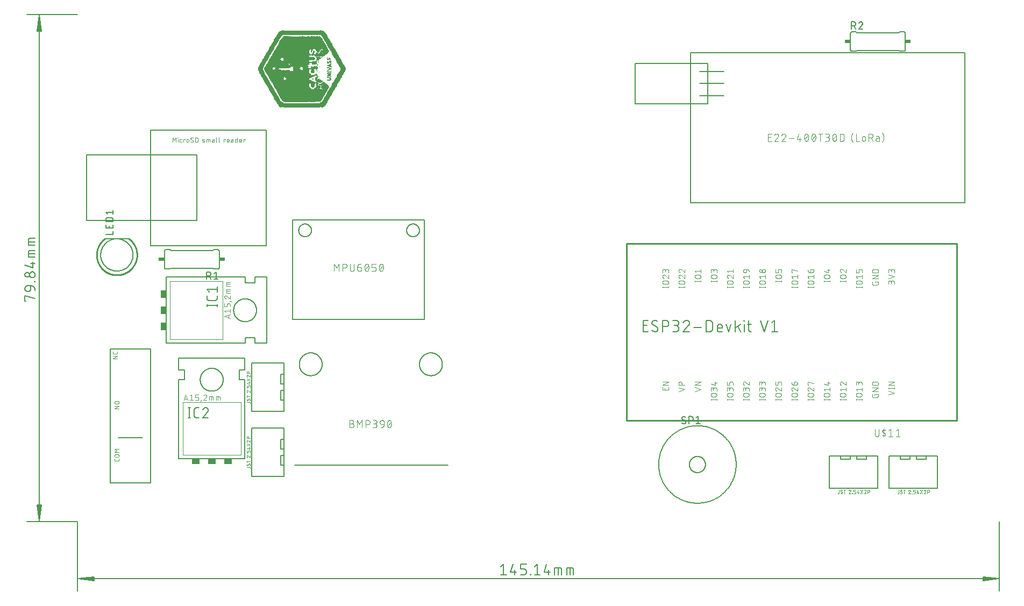
<source format=gbr>
G04 EAGLE Gerber RS-274X export*
G75*
%MOMM*%
%FSLAX34Y34*%
%LPD*%
%INSilkscreen Top*%
%IPPOS*%
%AMOC8*
5,1,8,0,0,1.08239X$1,22.5*%
G01*
%ADD10C,0.130000*%
%ADD11C,0.152400*%
%ADD12R,0.076200X0.381000*%
%ADD13R,0.076200X0.762000*%
%ADD14R,0.076200X0.990600*%
%ADD15R,0.076200X1.295400*%
%ADD16R,0.076200X1.524000*%
%ADD17R,0.076200X1.828800*%
%ADD18R,0.076200X2.057400*%
%ADD19R,0.076200X2.362200*%
%ADD20R,0.076200X2.590800*%
%ADD21R,0.076200X2.819400*%
%ADD22R,0.076200X3.124200*%
%ADD23R,0.076200X1.447800*%
%ADD24R,0.076200X1.371600*%
%ADD25R,0.076200X0.076200*%
%ADD26R,0.076200X0.152400*%
%ADD27R,0.076200X0.228600*%
%ADD28R,0.076200X0.609600*%
%ADD29R,0.076200X0.457200*%
%ADD30R,0.076200X0.304800*%
%ADD31R,0.076200X0.533400*%
%ADD32R,0.076200X0.838200*%
%ADD33R,0.076200X1.066800*%
%ADD34R,0.076200X1.143000*%
%ADD35R,0.076200X1.219200*%
%ADD36R,0.076200X1.600200*%
%ADD37R,0.076200X1.981200*%
%ADD38R,0.076200X2.133600*%
%ADD39R,0.076200X2.514600*%
%ADD40R,0.076200X1.676400*%
%ADD41R,0.076200X0.914400*%
%ADD42R,0.076200X1.752600*%
%ADD43R,0.076200X1.905000*%
%ADD44R,0.076200X0.685800*%
%ADD45R,0.076200X4.267200*%
%ADD46R,0.076200X3.810000*%
%ADD47R,0.076200X3.886200*%
%ADD48R,0.076200X2.286000*%
%ADD49R,0.076200X2.209800*%
%ADD50R,0.076200X4.800600*%
%ADD51R,0.076200X4.419600*%
%ADD52R,0.076200X5.334000*%
%ADD53R,0.076200X4.495800*%
%ADD54R,0.076200X5.715000*%
%ADD55R,0.076200X10.363200*%
%ADD56R,0.076200X5.105400*%
%ADD57R,0.076200X4.876800*%
%ADD58R,0.076200X5.029200*%
%ADD59R,0.076200X5.181600*%
%ADD60R,0.076200X4.953000*%
%ADD61R,0.076200X5.257800*%
%ADD62R,0.076200X4.343400*%
%ADD63R,0.076200X3.505200*%
%ADD64R,0.076200X3.352800*%
%ADD65R,0.076200X3.581400*%
%ADD66R,0.076200X3.429000*%
%ADD67R,0.076200X3.276600*%
%ADD68R,0.076200X4.648200*%
%ADD69R,0.076200X2.971800*%
%ADD70R,0.076200X4.191000*%
%ADD71R,0.076200X4.114800*%
%ADD72R,0.076200X3.962400*%
%ADD73R,0.076200X7.772400*%
%ADD74R,0.076200X7.467600*%
%ADD75R,0.076200X7.239000*%
%ADD76R,0.076200X6.934200*%
%ADD77R,0.076200X6.629400*%
%ADD78R,0.076200X6.324600*%
%ADD79R,0.076200X2.743200*%
%ADD80R,0.076200X2.667000*%
%ADD81R,0.076200X4.038600*%
%ADD82R,0.076200X3.733800*%
%ADD83R,0.076200X2.438400*%
%ADD84C,0.101600*%
%ADD85C,0.127000*%
%ADD86C,0.050800*%
%ADD87C,0.076200*%
%ADD88C,0.254000*%
%ADD89R,1.270000X0.889000*%
%ADD90C,0.177800*%
%ADD91C,0.203200*%
%ADD92R,0.863600X0.609600*%
%ADD93R,0.889000X1.270000*%


D10*
X-144Y798172D02*
X-79644Y798172D01*
X-79644Y-228D02*
X-144Y-228D01*
X-60144Y422D02*
X-60144Y797522D01*
X-63336Y772172D01*
X-56952Y772172D01*
X-60144Y797522D01*
X-61444Y772172D01*
X-58844Y772172D02*
X-60144Y797522D01*
X-62744Y772172D01*
X-57544Y772172D02*
X-60144Y797522D01*
X-63336Y25772D02*
X-60144Y422D01*
X-63336Y25772D02*
X-56952Y25772D01*
X-60144Y422D01*
X-61444Y25772D01*
X-58844Y25772D02*
X-60144Y422D01*
X-62744Y25772D01*
X-57544Y25772D02*
X-60144Y422D01*
D11*
X-81101Y346670D02*
X-82907Y346670D01*
X-82907Y355701D01*
X-66651Y351185D01*
X-73876Y365913D02*
X-73876Y371332D01*
X-73876Y365913D02*
X-73878Y365795D01*
X-73884Y365677D01*
X-73893Y365559D01*
X-73907Y365442D01*
X-73924Y365325D01*
X-73945Y365208D01*
X-73970Y365093D01*
X-73999Y364978D01*
X-74032Y364864D01*
X-74068Y364752D01*
X-74108Y364641D01*
X-74151Y364531D01*
X-74198Y364422D01*
X-74248Y364315D01*
X-74303Y364210D01*
X-74360Y364107D01*
X-74421Y364006D01*
X-74485Y363906D01*
X-74552Y363809D01*
X-74622Y363714D01*
X-74696Y363622D01*
X-74772Y363531D01*
X-74852Y363444D01*
X-74934Y363359D01*
X-75019Y363277D01*
X-75106Y363197D01*
X-75197Y363121D01*
X-75289Y363047D01*
X-75384Y362977D01*
X-75481Y362910D01*
X-75581Y362846D01*
X-75682Y362785D01*
X-75785Y362728D01*
X-75890Y362673D01*
X-75997Y362623D01*
X-76106Y362576D01*
X-76216Y362533D01*
X-76327Y362493D01*
X-76439Y362457D01*
X-76553Y362424D01*
X-76668Y362395D01*
X-76783Y362370D01*
X-76900Y362349D01*
X-77017Y362332D01*
X-77134Y362318D01*
X-77252Y362309D01*
X-77370Y362303D01*
X-77488Y362301D01*
X-78391Y362301D01*
X-78391Y362300D02*
X-78524Y362302D01*
X-78656Y362308D01*
X-78788Y362318D01*
X-78920Y362331D01*
X-79052Y362349D01*
X-79182Y362370D01*
X-79313Y362395D01*
X-79442Y362424D01*
X-79570Y362457D01*
X-79698Y362493D01*
X-79824Y362533D01*
X-79949Y362577D01*
X-80073Y362625D01*
X-80195Y362676D01*
X-80316Y362731D01*
X-80435Y362789D01*
X-80553Y362851D01*
X-80668Y362916D01*
X-80782Y362985D01*
X-80893Y363056D01*
X-81002Y363132D01*
X-81109Y363210D01*
X-81214Y363291D01*
X-81316Y363376D01*
X-81416Y363463D01*
X-81513Y363553D01*
X-81608Y363646D01*
X-81699Y363742D01*
X-81788Y363840D01*
X-81874Y363941D01*
X-81957Y364045D01*
X-82037Y364151D01*
X-82113Y364259D01*
X-82187Y364369D01*
X-82257Y364482D01*
X-82324Y364596D01*
X-82387Y364713D01*
X-82447Y364831D01*
X-82504Y364951D01*
X-82557Y365073D01*
X-82606Y365196D01*
X-82652Y365320D01*
X-82694Y365446D01*
X-82732Y365573D01*
X-82767Y365701D01*
X-82798Y365830D01*
X-82825Y365959D01*
X-82848Y366090D01*
X-82868Y366221D01*
X-82883Y366353D01*
X-82895Y366485D01*
X-82903Y366617D01*
X-82907Y366750D01*
X-82907Y366882D01*
X-82903Y367015D01*
X-82895Y367147D01*
X-82883Y367279D01*
X-82868Y367411D01*
X-82848Y367542D01*
X-82825Y367673D01*
X-82798Y367802D01*
X-82767Y367931D01*
X-82732Y368059D01*
X-82694Y368186D01*
X-82652Y368312D01*
X-82606Y368436D01*
X-82557Y368559D01*
X-82504Y368681D01*
X-82447Y368801D01*
X-82387Y368919D01*
X-82324Y369036D01*
X-82257Y369150D01*
X-82187Y369263D01*
X-82113Y369373D01*
X-82037Y369481D01*
X-81957Y369587D01*
X-81874Y369691D01*
X-81788Y369792D01*
X-81699Y369890D01*
X-81608Y369986D01*
X-81513Y370079D01*
X-81416Y370169D01*
X-81316Y370256D01*
X-81214Y370341D01*
X-81109Y370422D01*
X-81002Y370500D01*
X-80893Y370576D01*
X-80782Y370647D01*
X-80668Y370716D01*
X-80553Y370781D01*
X-80435Y370843D01*
X-80316Y370901D01*
X-80195Y370956D01*
X-80073Y371007D01*
X-79949Y371055D01*
X-79824Y371099D01*
X-79698Y371139D01*
X-79570Y371175D01*
X-79442Y371208D01*
X-79313Y371237D01*
X-79182Y371262D01*
X-79052Y371283D01*
X-78920Y371301D01*
X-78788Y371314D01*
X-78656Y371324D01*
X-78524Y371330D01*
X-78391Y371332D01*
X-73876Y371332D01*
X-73701Y371330D01*
X-73527Y371324D01*
X-73353Y371313D01*
X-73179Y371298D01*
X-73005Y371279D01*
X-72832Y371256D01*
X-72660Y371229D01*
X-72488Y371197D01*
X-72317Y371162D01*
X-72147Y371122D01*
X-71978Y371078D01*
X-71810Y371030D01*
X-71643Y370978D01*
X-71478Y370922D01*
X-71314Y370862D01*
X-71151Y370799D01*
X-70991Y370731D01*
X-70831Y370659D01*
X-70674Y370584D01*
X-70518Y370504D01*
X-70365Y370421D01*
X-70213Y370335D01*
X-70064Y370244D01*
X-69917Y370150D01*
X-69772Y370053D01*
X-69629Y369952D01*
X-69489Y369848D01*
X-69352Y369740D01*
X-69217Y369629D01*
X-69085Y369515D01*
X-68956Y369398D01*
X-68829Y369277D01*
X-68706Y369154D01*
X-68585Y369027D01*
X-68468Y368898D01*
X-68354Y368766D01*
X-68243Y368631D01*
X-68135Y368494D01*
X-68031Y368354D01*
X-67930Y368211D01*
X-67833Y368066D01*
X-67739Y367919D01*
X-67648Y367770D01*
X-67562Y367618D01*
X-67479Y367465D01*
X-67399Y367309D01*
X-67324Y367152D01*
X-67252Y366992D01*
X-67184Y366832D01*
X-67121Y366669D01*
X-67061Y366505D01*
X-67005Y366340D01*
X-66953Y366173D01*
X-66905Y366005D01*
X-66861Y365836D01*
X-66821Y365666D01*
X-66786Y365495D01*
X-66754Y365323D01*
X-66727Y365151D01*
X-66704Y364978D01*
X-66685Y364804D01*
X-66670Y364630D01*
X-66659Y364456D01*
X-66653Y364282D01*
X-66651Y364107D01*
X-66651Y377307D02*
X-67554Y377307D01*
X-67554Y378210D01*
X-66651Y378210D01*
X-66651Y377307D01*
X-71167Y384184D02*
X-71300Y384186D01*
X-71432Y384192D01*
X-71564Y384202D01*
X-71696Y384215D01*
X-71828Y384233D01*
X-71958Y384254D01*
X-72089Y384279D01*
X-72218Y384308D01*
X-72346Y384341D01*
X-72474Y384377D01*
X-72600Y384417D01*
X-72725Y384461D01*
X-72849Y384509D01*
X-72971Y384560D01*
X-73092Y384615D01*
X-73211Y384673D01*
X-73329Y384735D01*
X-73444Y384800D01*
X-73558Y384869D01*
X-73669Y384940D01*
X-73778Y385016D01*
X-73885Y385094D01*
X-73990Y385175D01*
X-74092Y385260D01*
X-74192Y385347D01*
X-74289Y385437D01*
X-74384Y385530D01*
X-74475Y385626D01*
X-74564Y385724D01*
X-74650Y385825D01*
X-74733Y385929D01*
X-74813Y386035D01*
X-74889Y386143D01*
X-74963Y386253D01*
X-75033Y386366D01*
X-75100Y386480D01*
X-75163Y386597D01*
X-75223Y386715D01*
X-75280Y386835D01*
X-75333Y386957D01*
X-75382Y387080D01*
X-75428Y387204D01*
X-75470Y387330D01*
X-75508Y387457D01*
X-75543Y387585D01*
X-75574Y387714D01*
X-75601Y387843D01*
X-75624Y387974D01*
X-75644Y388105D01*
X-75659Y388237D01*
X-75671Y388369D01*
X-75679Y388501D01*
X-75683Y388634D01*
X-75683Y388766D01*
X-75679Y388899D01*
X-75671Y389031D01*
X-75659Y389163D01*
X-75644Y389295D01*
X-75624Y389426D01*
X-75601Y389557D01*
X-75574Y389686D01*
X-75543Y389815D01*
X-75508Y389943D01*
X-75470Y390070D01*
X-75428Y390196D01*
X-75382Y390320D01*
X-75333Y390443D01*
X-75280Y390565D01*
X-75223Y390685D01*
X-75163Y390803D01*
X-75100Y390920D01*
X-75033Y391034D01*
X-74963Y391147D01*
X-74889Y391257D01*
X-74813Y391365D01*
X-74733Y391471D01*
X-74650Y391575D01*
X-74564Y391676D01*
X-74475Y391774D01*
X-74384Y391870D01*
X-74289Y391963D01*
X-74192Y392053D01*
X-74092Y392140D01*
X-73990Y392225D01*
X-73885Y392306D01*
X-73778Y392384D01*
X-73669Y392460D01*
X-73558Y392531D01*
X-73444Y392600D01*
X-73329Y392665D01*
X-73211Y392727D01*
X-73092Y392785D01*
X-72971Y392840D01*
X-72849Y392891D01*
X-72725Y392939D01*
X-72600Y392983D01*
X-72474Y393023D01*
X-72346Y393059D01*
X-72218Y393092D01*
X-72089Y393121D01*
X-71958Y393146D01*
X-71828Y393167D01*
X-71696Y393185D01*
X-71564Y393198D01*
X-71432Y393208D01*
X-71300Y393214D01*
X-71167Y393216D01*
X-71034Y393214D01*
X-70902Y393208D01*
X-70770Y393198D01*
X-70638Y393185D01*
X-70506Y393167D01*
X-70376Y393146D01*
X-70245Y393121D01*
X-70116Y393092D01*
X-69988Y393059D01*
X-69860Y393023D01*
X-69734Y392983D01*
X-69609Y392939D01*
X-69485Y392891D01*
X-69363Y392840D01*
X-69242Y392785D01*
X-69123Y392727D01*
X-69005Y392665D01*
X-68890Y392600D01*
X-68776Y392531D01*
X-68665Y392460D01*
X-68556Y392384D01*
X-68449Y392306D01*
X-68344Y392225D01*
X-68242Y392140D01*
X-68142Y392053D01*
X-68045Y391963D01*
X-67950Y391870D01*
X-67859Y391774D01*
X-67770Y391676D01*
X-67684Y391575D01*
X-67601Y391471D01*
X-67521Y391365D01*
X-67445Y391257D01*
X-67371Y391147D01*
X-67301Y391034D01*
X-67234Y390920D01*
X-67171Y390803D01*
X-67111Y390685D01*
X-67054Y390565D01*
X-67001Y390443D01*
X-66952Y390320D01*
X-66906Y390196D01*
X-66864Y390070D01*
X-66826Y389943D01*
X-66791Y389815D01*
X-66760Y389686D01*
X-66733Y389557D01*
X-66710Y389426D01*
X-66690Y389295D01*
X-66675Y389163D01*
X-66663Y389031D01*
X-66655Y388899D01*
X-66651Y388766D01*
X-66651Y388634D01*
X-66655Y388501D01*
X-66663Y388369D01*
X-66675Y388237D01*
X-66690Y388105D01*
X-66710Y387974D01*
X-66733Y387843D01*
X-66760Y387714D01*
X-66791Y387585D01*
X-66826Y387457D01*
X-66864Y387330D01*
X-66906Y387204D01*
X-66952Y387080D01*
X-67001Y386957D01*
X-67054Y386835D01*
X-67111Y386715D01*
X-67171Y386597D01*
X-67234Y386480D01*
X-67301Y386366D01*
X-67371Y386253D01*
X-67445Y386143D01*
X-67521Y386035D01*
X-67601Y385929D01*
X-67684Y385825D01*
X-67770Y385724D01*
X-67859Y385626D01*
X-67950Y385530D01*
X-68045Y385437D01*
X-68142Y385347D01*
X-68242Y385260D01*
X-68344Y385175D01*
X-68449Y385094D01*
X-68556Y385016D01*
X-68665Y384940D01*
X-68776Y384869D01*
X-68890Y384800D01*
X-69005Y384735D01*
X-69123Y384673D01*
X-69242Y384615D01*
X-69363Y384560D01*
X-69485Y384509D01*
X-69609Y384461D01*
X-69734Y384417D01*
X-69860Y384377D01*
X-69988Y384341D01*
X-70116Y384308D01*
X-70245Y384279D01*
X-70376Y384254D01*
X-70506Y384233D01*
X-70638Y384215D01*
X-70770Y384202D01*
X-70902Y384192D01*
X-71034Y384186D01*
X-71167Y384184D01*
X-79295Y385088D02*
X-79414Y385090D01*
X-79534Y385096D01*
X-79653Y385106D01*
X-79771Y385120D01*
X-79890Y385137D01*
X-80007Y385159D01*
X-80124Y385184D01*
X-80239Y385214D01*
X-80354Y385247D01*
X-80468Y385284D01*
X-80580Y385324D01*
X-80691Y385369D01*
X-80800Y385417D01*
X-80908Y385468D01*
X-81014Y385523D01*
X-81118Y385582D01*
X-81220Y385644D01*
X-81320Y385709D01*
X-81418Y385778D01*
X-81514Y385850D01*
X-81607Y385925D01*
X-81697Y386002D01*
X-81785Y386083D01*
X-81870Y386167D01*
X-81952Y386254D01*
X-82032Y386343D01*
X-82108Y386435D01*
X-82182Y386529D01*
X-82252Y386626D01*
X-82319Y386724D01*
X-82383Y386825D01*
X-82443Y386929D01*
X-82500Y387034D01*
X-82553Y387141D01*
X-82603Y387249D01*
X-82649Y387359D01*
X-82691Y387471D01*
X-82730Y387584D01*
X-82765Y387698D01*
X-82796Y387813D01*
X-82824Y387930D01*
X-82847Y388047D01*
X-82867Y388164D01*
X-82883Y388283D01*
X-82895Y388402D01*
X-82903Y388521D01*
X-82907Y388640D01*
X-82907Y388760D01*
X-82903Y388879D01*
X-82895Y388998D01*
X-82883Y389117D01*
X-82867Y389236D01*
X-82847Y389353D01*
X-82824Y389470D01*
X-82796Y389587D01*
X-82765Y389702D01*
X-82730Y389816D01*
X-82691Y389929D01*
X-82649Y390041D01*
X-82603Y390151D01*
X-82553Y390259D01*
X-82500Y390366D01*
X-82443Y390471D01*
X-82383Y390575D01*
X-82319Y390676D01*
X-82252Y390774D01*
X-82182Y390871D01*
X-82108Y390965D01*
X-82032Y391057D01*
X-81952Y391146D01*
X-81870Y391233D01*
X-81785Y391317D01*
X-81697Y391398D01*
X-81607Y391475D01*
X-81514Y391550D01*
X-81418Y391622D01*
X-81320Y391691D01*
X-81220Y391756D01*
X-81118Y391818D01*
X-81014Y391877D01*
X-80908Y391932D01*
X-80800Y391983D01*
X-80691Y392031D01*
X-80580Y392076D01*
X-80468Y392116D01*
X-80354Y392153D01*
X-80239Y392186D01*
X-80124Y392216D01*
X-80007Y392241D01*
X-79890Y392263D01*
X-79771Y392280D01*
X-79653Y392294D01*
X-79534Y392304D01*
X-79414Y392310D01*
X-79295Y392312D01*
X-79176Y392310D01*
X-79056Y392304D01*
X-78937Y392294D01*
X-78819Y392280D01*
X-78700Y392263D01*
X-78583Y392241D01*
X-78466Y392216D01*
X-78351Y392186D01*
X-78236Y392153D01*
X-78122Y392116D01*
X-78010Y392076D01*
X-77899Y392031D01*
X-77790Y391983D01*
X-77682Y391932D01*
X-77576Y391877D01*
X-77472Y391818D01*
X-77370Y391756D01*
X-77270Y391691D01*
X-77172Y391622D01*
X-77076Y391550D01*
X-76983Y391475D01*
X-76893Y391398D01*
X-76805Y391317D01*
X-76720Y391233D01*
X-76638Y391146D01*
X-76558Y391057D01*
X-76482Y390965D01*
X-76408Y390871D01*
X-76338Y390774D01*
X-76271Y390676D01*
X-76207Y390575D01*
X-76147Y390471D01*
X-76090Y390366D01*
X-76037Y390259D01*
X-75987Y390151D01*
X-75941Y390041D01*
X-75899Y389929D01*
X-75860Y389816D01*
X-75825Y389702D01*
X-75794Y389587D01*
X-75766Y389470D01*
X-75743Y389353D01*
X-75723Y389236D01*
X-75707Y389117D01*
X-75695Y388998D01*
X-75687Y388879D01*
X-75683Y388760D01*
X-75683Y388640D01*
X-75687Y388521D01*
X-75695Y388402D01*
X-75707Y388283D01*
X-75723Y388164D01*
X-75743Y388047D01*
X-75766Y387930D01*
X-75794Y387813D01*
X-75825Y387698D01*
X-75860Y387584D01*
X-75899Y387471D01*
X-75941Y387359D01*
X-75987Y387249D01*
X-76037Y387141D01*
X-76090Y387034D01*
X-76147Y386929D01*
X-76207Y386825D01*
X-76271Y386724D01*
X-76338Y386626D01*
X-76408Y386529D01*
X-76482Y386435D01*
X-76558Y386343D01*
X-76638Y386254D01*
X-76720Y386167D01*
X-76805Y386083D01*
X-76893Y386002D01*
X-76983Y385925D01*
X-77076Y385850D01*
X-77172Y385778D01*
X-77270Y385709D01*
X-77370Y385644D01*
X-77472Y385582D01*
X-77576Y385523D01*
X-77682Y385468D01*
X-77790Y385417D01*
X-77899Y385369D01*
X-78010Y385324D01*
X-78122Y385284D01*
X-78236Y385247D01*
X-78351Y385214D01*
X-78466Y385184D01*
X-78583Y385159D01*
X-78700Y385137D01*
X-78819Y385120D01*
X-78937Y385106D01*
X-79056Y385096D01*
X-79176Y385090D01*
X-79295Y385088D01*
X-70263Y399816D02*
X-82907Y403428D01*
X-70263Y399816D02*
X-70263Y408847D01*
X-73876Y406138D02*
X-66651Y406138D01*
X-66651Y416107D02*
X-77488Y416107D01*
X-77488Y424235D01*
X-77486Y424336D01*
X-77480Y424437D01*
X-77471Y424538D01*
X-77458Y424639D01*
X-77441Y424739D01*
X-77420Y424838D01*
X-77396Y424936D01*
X-77368Y425033D01*
X-77336Y425130D01*
X-77301Y425225D01*
X-77262Y425318D01*
X-77220Y425410D01*
X-77174Y425501D01*
X-77125Y425590D01*
X-77073Y425676D01*
X-77017Y425761D01*
X-76959Y425844D01*
X-76897Y425924D01*
X-76832Y426002D01*
X-76765Y426078D01*
X-76695Y426151D01*
X-76622Y426221D01*
X-76546Y426288D01*
X-76468Y426353D01*
X-76388Y426415D01*
X-76305Y426473D01*
X-76220Y426529D01*
X-76134Y426581D01*
X-76045Y426630D01*
X-75954Y426676D01*
X-75862Y426718D01*
X-75769Y426757D01*
X-75674Y426792D01*
X-75577Y426824D01*
X-75480Y426852D01*
X-75382Y426876D01*
X-75283Y426897D01*
X-75183Y426914D01*
X-75082Y426927D01*
X-74981Y426936D01*
X-74880Y426942D01*
X-74779Y426944D01*
X-66651Y426944D01*
X-66651Y421526D02*
X-77488Y421526D01*
X-77488Y434865D02*
X-66651Y434865D01*
X-77488Y434865D02*
X-77488Y442993D01*
X-77486Y443094D01*
X-77480Y443195D01*
X-77471Y443296D01*
X-77458Y443397D01*
X-77441Y443497D01*
X-77420Y443596D01*
X-77396Y443694D01*
X-77368Y443791D01*
X-77336Y443888D01*
X-77301Y443983D01*
X-77262Y444076D01*
X-77220Y444168D01*
X-77174Y444259D01*
X-77125Y444348D01*
X-77073Y444434D01*
X-77017Y444519D01*
X-76959Y444602D01*
X-76897Y444682D01*
X-76832Y444760D01*
X-76765Y444836D01*
X-76695Y444909D01*
X-76622Y444979D01*
X-76546Y445046D01*
X-76468Y445111D01*
X-76388Y445173D01*
X-76305Y445231D01*
X-76220Y445287D01*
X-76134Y445339D01*
X-76045Y445388D01*
X-75954Y445434D01*
X-75862Y445476D01*
X-75769Y445515D01*
X-75674Y445550D01*
X-75577Y445582D01*
X-75480Y445610D01*
X-75382Y445634D01*
X-75283Y445655D01*
X-75183Y445672D01*
X-75082Y445685D01*
X-74981Y445694D01*
X-74880Y445700D01*
X-74779Y445702D01*
X-66651Y445702D01*
X-66651Y440283D02*
X-77488Y440283D01*
D10*
X-144Y-228D02*
X-144Y-109728D01*
X1451266Y-109728D02*
X1451266Y-228D01*
X1450616Y-90228D02*
X506Y-90228D01*
X25856Y-87036D01*
X25856Y-93420D01*
X506Y-90228D01*
X25856Y-88928D01*
X25856Y-91528D02*
X506Y-90228D01*
X25856Y-87628D01*
X25856Y-92828D02*
X506Y-90228D01*
X1425266Y-87036D02*
X1450616Y-90228D01*
X1425266Y-87036D02*
X1425266Y-93420D01*
X1450616Y-90228D01*
X1425266Y-88928D01*
X1425266Y-91528D02*
X1450616Y-90228D01*
X1425266Y-87628D01*
X1425266Y-92828D02*
X1450616Y-90228D01*
D11*
X670678Y-67465D02*
X666163Y-71077D01*
X670678Y-67465D02*
X670678Y-83721D01*
X666163Y-83721D02*
X675194Y-83721D01*
X681794Y-80109D02*
X685406Y-67465D01*
X681794Y-80109D02*
X690825Y-80109D01*
X688116Y-76496D02*
X688116Y-83721D01*
X697425Y-83721D02*
X702844Y-83721D01*
X702962Y-83719D01*
X703080Y-83713D01*
X703198Y-83704D01*
X703315Y-83690D01*
X703432Y-83673D01*
X703549Y-83652D01*
X703664Y-83627D01*
X703779Y-83598D01*
X703893Y-83565D01*
X704005Y-83529D01*
X704116Y-83489D01*
X704226Y-83446D01*
X704335Y-83399D01*
X704442Y-83349D01*
X704547Y-83294D01*
X704650Y-83237D01*
X704751Y-83176D01*
X704851Y-83112D01*
X704948Y-83045D01*
X705043Y-82975D01*
X705135Y-82901D01*
X705226Y-82825D01*
X705313Y-82745D01*
X705398Y-82663D01*
X705480Y-82578D01*
X705560Y-82491D01*
X705636Y-82400D01*
X705710Y-82308D01*
X705780Y-82213D01*
X705847Y-82116D01*
X705911Y-82016D01*
X705972Y-81915D01*
X706029Y-81812D01*
X706084Y-81707D01*
X706134Y-81600D01*
X706181Y-81491D01*
X706224Y-81381D01*
X706264Y-81270D01*
X706300Y-81158D01*
X706333Y-81044D01*
X706362Y-80929D01*
X706387Y-80814D01*
X706408Y-80697D01*
X706425Y-80580D01*
X706439Y-80463D01*
X706448Y-80345D01*
X706454Y-80227D01*
X706456Y-80109D01*
X706456Y-78302D01*
X706454Y-78184D01*
X706448Y-78066D01*
X706439Y-77948D01*
X706425Y-77831D01*
X706408Y-77714D01*
X706387Y-77597D01*
X706362Y-77482D01*
X706333Y-77367D01*
X706300Y-77253D01*
X706264Y-77141D01*
X706224Y-77030D01*
X706181Y-76920D01*
X706134Y-76811D01*
X706084Y-76704D01*
X706029Y-76599D01*
X705972Y-76496D01*
X705911Y-76395D01*
X705847Y-76295D01*
X705780Y-76198D01*
X705710Y-76103D01*
X705636Y-76011D01*
X705560Y-75920D01*
X705480Y-75833D01*
X705398Y-75748D01*
X705313Y-75666D01*
X705226Y-75586D01*
X705135Y-75510D01*
X705043Y-75436D01*
X704948Y-75366D01*
X704851Y-75299D01*
X704751Y-75235D01*
X704650Y-75174D01*
X704547Y-75117D01*
X704442Y-75062D01*
X704335Y-75012D01*
X704226Y-74965D01*
X704116Y-74922D01*
X704005Y-74882D01*
X703893Y-74846D01*
X703779Y-74813D01*
X703664Y-74784D01*
X703549Y-74759D01*
X703432Y-74738D01*
X703315Y-74721D01*
X703198Y-74707D01*
X703080Y-74698D01*
X702962Y-74692D01*
X702844Y-74690D01*
X697425Y-74690D01*
X697425Y-67465D01*
X706456Y-67465D01*
X712431Y-82818D02*
X712431Y-83721D01*
X712431Y-82818D02*
X713334Y-82818D01*
X713334Y-83721D01*
X712431Y-83721D01*
X719309Y-71077D02*
X723824Y-67465D01*
X723824Y-83721D01*
X719309Y-83721D02*
X728340Y-83721D01*
X734940Y-80109D02*
X738552Y-67465D01*
X734940Y-80109D02*
X743971Y-80109D01*
X741262Y-76496D02*
X741262Y-83721D01*
X751231Y-83721D02*
X751231Y-72884D01*
X759359Y-72884D01*
X759460Y-72886D01*
X759561Y-72892D01*
X759662Y-72901D01*
X759763Y-72914D01*
X759863Y-72931D01*
X759962Y-72952D01*
X760060Y-72976D01*
X760157Y-73004D01*
X760254Y-73036D01*
X760349Y-73071D01*
X760442Y-73110D01*
X760534Y-73152D01*
X760625Y-73198D01*
X760714Y-73247D01*
X760800Y-73299D01*
X760885Y-73355D01*
X760968Y-73413D01*
X761048Y-73475D01*
X761126Y-73540D01*
X761202Y-73607D01*
X761275Y-73677D01*
X761345Y-73750D01*
X761412Y-73826D01*
X761477Y-73904D01*
X761539Y-73984D01*
X761597Y-74067D01*
X761653Y-74152D01*
X761705Y-74239D01*
X761754Y-74327D01*
X761800Y-74418D01*
X761842Y-74510D01*
X761881Y-74603D01*
X761916Y-74698D01*
X761948Y-74795D01*
X761976Y-74892D01*
X762000Y-74990D01*
X762021Y-75089D01*
X762038Y-75189D01*
X762051Y-75290D01*
X762060Y-75391D01*
X762066Y-75492D01*
X762068Y-75593D01*
X762069Y-75593D02*
X762069Y-83721D01*
X756650Y-83721D02*
X756650Y-72884D01*
X769989Y-72884D02*
X769989Y-83721D01*
X769989Y-72884D02*
X778117Y-72884D01*
X778218Y-72886D01*
X778319Y-72892D01*
X778420Y-72901D01*
X778521Y-72914D01*
X778621Y-72931D01*
X778720Y-72952D01*
X778818Y-72976D01*
X778915Y-73004D01*
X779012Y-73036D01*
X779107Y-73071D01*
X779200Y-73110D01*
X779292Y-73152D01*
X779383Y-73198D01*
X779472Y-73247D01*
X779558Y-73299D01*
X779643Y-73355D01*
X779726Y-73413D01*
X779806Y-73475D01*
X779884Y-73540D01*
X779960Y-73607D01*
X780033Y-73677D01*
X780103Y-73750D01*
X780170Y-73826D01*
X780235Y-73904D01*
X780297Y-73984D01*
X780355Y-74067D01*
X780411Y-74152D01*
X780463Y-74239D01*
X780512Y-74327D01*
X780558Y-74418D01*
X780600Y-74510D01*
X780639Y-74603D01*
X780674Y-74698D01*
X780706Y-74795D01*
X780734Y-74892D01*
X780758Y-74990D01*
X780779Y-75089D01*
X780796Y-75189D01*
X780809Y-75290D01*
X780818Y-75391D01*
X780824Y-75492D01*
X780826Y-75593D01*
X780826Y-83721D01*
X775407Y-83721D02*
X775407Y-72884D01*
D12*
X422148Y712470D03*
D13*
X421386Y712089D03*
D14*
X420624Y712470D03*
D15*
X419862Y712470D03*
D16*
X419100Y712089D03*
D17*
X418338Y712089D03*
D18*
X417576Y712470D03*
D19*
X416814Y712470D03*
D20*
X416052Y712089D03*
D21*
X415290Y712470D03*
D22*
X414528Y712470D03*
D23*
X413766Y702564D03*
D16*
X413766Y721995D03*
D23*
X413004Y701040D03*
X413004Y723138D03*
X412242Y700278D03*
X412242Y724662D03*
X411480Y698754D03*
X411480Y726186D03*
X410718Y697230D03*
X410718Y727710D03*
X409956Y696468D03*
X409956Y728472D03*
X409194Y694944D03*
X409194Y729996D03*
X408432Y693420D03*
X408432Y731520D03*
X407670Y691896D03*
X407670Y732282D03*
X406908Y691134D03*
X406908Y733806D03*
X406146Y689610D03*
X406146Y735330D03*
X405384Y688086D03*
X405384Y736854D03*
X404622Y686562D03*
X404622Y737616D03*
D24*
X403860Y685419D03*
D23*
X403860Y739140D03*
X403098Y684276D03*
X403098Y740664D03*
X402336Y682752D03*
X402336Y741426D03*
X401574Y681990D03*
X401574Y742950D03*
X400812Y680466D03*
X400812Y744474D03*
X400050Y678942D03*
D25*
X400050Y707898D03*
X400050Y712470D03*
D26*
X400050Y715899D03*
D23*
X400050Y745998D03*
X399288Y677418D03*
D26*
X399288Y696849D03*
D27*
X399288Y701040D03*
X399288Y704850D03*
X399288Y707898D03*
X399288Y712470D03*
X399288Y716280D03*
D28*
X399288Y721995D03*
D25*
X399288Y727710D03*
D24*
X399288Y747141D03*
X398526Y676275D03*
D29*
X398526Y696849D03*
D27*
X398526Y701040D03*
D30*
X398526Y704469D03*
D27*
X398526Y707898D03*
X398526Y712470D03*
D31*
X398526Y717804D03*
D29*
X398526Y723519D03*
D27*
X398526Y727710D03*
D23*
X398526Y748284D03*
X397764Y675132D03*
D31*
X397764Y696468D03*
D26*
X397764Y701421D03*
D30*
X397764Y704469D03*
D27*
X397764Y707898D03*
D12*
X397764Y712470D03*
D31*
X397764Y717804D03*
D27*
X397764Y724662D03*
X397764Y727710D03*
D23*
X397764Y749808D03*
X397002Y673608D03*
D27*
X397002Y694944D03*
D26*
X397002Y698373D03*
D31*
X397002Y703326D03*
D27*
X397002Y707898D03*
D12*
X397002Y712470D03*
D26*
X397002Y716661D03*
X397002Y718947D03*
D12*
X397002Y723900D03*
X397002Y728472D03*
D23*
X397002Y751332D03*
X396240Y672084D03*
D27*
X396240Y684276D03*
X396240Y694944D03*
X396240Y698754D03*
D31*
X396240Y703326D03*
D27*
X396240Y707898D03*
X396240Y710946D03*
X396240Y713994D03*
D12*
X396240Y717804D03*
X396240Y723138D03*
X396240Y728472D03*
D27*
X396240Y740664D03*
D23*
X396240Y752094D03*
X395478Y671322D03*
D29*
X395478Y683895D03*
D27*
X395478Y694944D03*
X395478Y698754D03*
D30*
X395478Y702183D03*
D26*
X395478Y705231D03*
D27*
X395478Y707898D03*
X395478Y710946D03*
X395478Y713994D03*
X395478Y717804D03*
D26*
X395478Y721995D03*
X395478Y727329D03*
D12*
X395478Y740664D03*
D23*
X395478Y753618D03*
X394716Y669798D03*
D28*
X394716Y683895D03*
D27*
X394716Y694944D03*
X394716Y698754D03*
X394716Y701802D03*
D26*
X394716Y705231D03*
D27*
X394716Y707898D03*
D26*
X394716Y710565D03*
X394716Y714375D03*
D27*
X394716Y717804D03*
D12*
X394716Y723138D03*
D27*
X394716Y727710D03*
D28*
X394716Y741045D03*
D23*
X394716Y755142D03*
X393954Y668274D03*
D32*
X393954Y683514D03*
D26*
X393954Y695325D03*
D27*
X393954Y698754D03*
X393954Y701802D03*
D26*
X393954Y705231D03*
X393954Y708279D03*
D25*
X393954Y710184D03*
D26*
X393954Y714375D03*
D25*
X393954Y717804D03*
D12*
X393954Y723138D03*
D29*
X393954Y728853D03*
D32*
X393954Y741426D03*
D24*
X393954Y756285D03*
D16*
X393192Y667131D03*
D33*
X393192Y683133D03*
D26*
X393192Y695325D03*
D25*
X393192Y698754D03*
D12*
X393192Y728472D03*
D14*
X393192Y741426D03*
D23*
X393192Y757428D03*
X392430Y665988D03*
D34*
X392430Y682752D03*
D35*
X392430Y741807D03*
D23*
X392430Y758952D03*
X391668Y664464D03*
D24*
X391668Y682371D03*
D23*
X391668Y742188D03*
X391668Y760476D03*
X390906Y662940D03*
D36*
X390906Y681990D03*
X390906Y742950D03*
D24*
X390906Y761619D03*
X390144Y661797D03*
D17*
X390144Y681609D03*
X390144Y743331D03*
D23*
X390144Y762762D03*
X389382Y660654D03*
D18*
X389382Y681228D03*
D37*
X389382Y743331D03*
D24*
X389382Y763905D03*
D15*
X388620Y659892D03*
D38*
X388620Y680847D03*
X388620Y744093D03*
D15*
X388620Y765048D03*
D35*
X387858Y658749D03*
D19*
X387858Y680466D03*
X387858Y744474D03*
D35*
X387858Y766191D03*
X387096Y657987D03*
D39*
X387096Y679704D03*
D13*
X387096Y735711D03*
D40*
X387096Y748665D03*
D34*
X387096Y766572D03*
D33*
X386334Y657225D03*
D16*
X386334Y673227D03*
D31*
X386334Y684276D03*
D12*
X386334Y689610D03*
D31*
X386334Y734568D03*
D36*
X386334Y750570D03*
D33*
X386334Y767715D03*
D41*
X385572Y656463D03*
D36*
X385572Y672846D03*
D29*
X385572Y683895D03*
D30*
X385572Y689229D03*
D26*
X385572Y693039D03*
D29*
X385572Y734187D03*
D12*
X385572Y739902D03*
D40*
X385572Y751713D03*
D14*
X385572Y768096D03*
D32*
X384810Y656082D03*
D42*
X384810Y672084D03*
D29*
X384810Y683895D03*
D30*
X384810Y688467D03*
X384810Y693039D03*
D25*
X384810Y730758D03*
D33*
X384810Y737235D03*
D42*
X384810Y752094D03*
D41*
X384810Y768477D03*
D32*
X384048Y656082D03*
D17*
X384048Y671703D03*
D30*
X384048Y683895D03*
X384048Y688467D03*
D12*
X384048Y692658D03*
D26*
X384048Y730377D03*
D33*
X384048Y737235D03*
D43*
X384048Y752856D03*
D32*
X384048Y768858D03*
D13*
X383286Y655701D03*
D43*
X383286Y671322D03*
D30*
X383286Y687705D03*
D29*
X383286Y693039D03*
D27*
X383286Y729996D03*
D14*
X383286Y736854D03*
D37*
X383286Y753237D03*
D13*
X383286Y769239D03*
X382524Y655701D03*
D37*
X382524Y670941D03*
D30*
X382524Y683895D03*
D27*
X382524Y688086D03*
D31*
X382524Y693420D03*
D27*
X382524Y729996D03*
D13*
X382524Y735711D03*
D18*
X382524Y752856D03*
D13*
X382524Y769239D03*
D44*
X381762Y655320D03*
D37*
X381762Y670941D03*
D29*
X381762Y684657D03*
D26*
X381762Y688467D03*
D31*
X381762Y693420D03*
D25*
X381762Y715518D03*
D30*
X381762Y729615D03*
D28*
X381762Y734949D03*
D19*
X381762Y752094D03*
D44*
X381762Y769620D03*
X381000Y655320D03*
D37*
X381000Y670941D03*
D31*
X381000Y684276D03*
D26*
X381000Y688467D03*
D28*
X381000Y693801D03*
D25*
X381000Y706374D03*
X381000Y726186D03*
D12*
X381000Y729234D03*
D31*
X381000Y734568D03*
D39*
X381000Y751332D03*
D44*
X381000Y769620D03*
X380238Y655320D03*
D37*
X380238Y670941D03*
D31*
X380238Y684276D03*
D27*
X380238Y688848D03*
D28*
X380238Y693801D03*
D25*
X380238Y699516D03*
X380238Y722376D03*
X380238Y723900D03*
D29*
X380238Y728853D03*
X380238Y734187D03*
D20*
X380238Y750951D03*
D44*
X380238Y769620D03*
X379476Y655320D03*
D37*
X379476Y670941D03*
D31*
X379476Y684276D03*
D27*
X379476Y688848D03*
D31*
X379476Y694182D03*
D25*
X379476Y701040D03*
X379476Y718566D03*
X379476Y723138D03*
D28*
X379476Y728091D03*
D31*
X379476Y734568D03*
D20*
X379476Y750951D03*
D44*
X379476Y769620D03*
X378714Y655320D03*
D37*
X378714Y670941D03*
D12*
X378714Y684276D03*
D30*
X378714Y689229D03*
D12*
X378714Y694182D03*
D26*
X378714Y699897D03*
X378714Y713613D03*
D29*
X378714Y728853D03*
X378714Y734949D03*
D30*
X378714Y740283D03*
D18*
X378714Y753618D03*
D44*
X378714Y769620D03*
X377952Y655320D03*
D37*
X377952Y670941D03*
D28*
X377952Y689229D03*
D27*
X377952Y697992D03*
D26*
X377952Y700659D03*
D25*
X377952Y702564D03*
D12*
X377952Y713994D03*
D26*
X377952Y718947D03*
X377952Y727329D03*
D30*
X377952Y736473D03*
D38*
X377952Y753237D03*
D44*
X377952Y769620D03*
X377190Y655320D03*
D45*
X377190Y682371D03*
D25*
X377190Y707898D03*
D26*
X377190Y709803D03*
D29*
X377190Y714375D03*
D25*
X377190Y718566D03*
X377190Y720090D03*
X377190Y724662D03*
D46*
X377190Y744855D03*
D44*
X377190Y769620D03*
X376428Y655320D03*
D47*
X376428Y680466D03*
D12*
X376428Y703326D03*
D28*
X376428Y713613D03*
D31*
X376428Y721614D03*
D30*
X376428Y726567D03*
D41*
X376428Y734187D03*
D19*
X376428Y752094D03*
D44*
X376428Y769620D03*
X375666Y655320D03*
D48*
X375666Y672465D03*
D27*
X375666Y690372D03*
D31*
X375666Y696468D03*
D30*
X375666Y703707D03*
D29*
X375666Y714375D03*
D31*
X375666Y723138D03*
X375666Y734568D03*
D49*
X375666Y752856D03*
D44*
X375666Y769620D03*
X374904Y655320D03*
D38*
X374904Y671703D03*
D26*
X374904Y690753D03*
D29*
X374904Y696849D03*
D27*
X374904Y703326D03*
D12*
X374904Y713994D03*
D31*
X374904Y722376D03*
D30*
X374904Y734187D03*
D18*
X374904Y753618D03*
D44*
X374904Y769620D03*
X374142Y655320D03*
D49*
X374142Y671322D03*
D30*
X374142Y690753D03*
D27*
X374142Y702564D03*
D29*
X374142Y714375D03*
X374142Y721995D03*
D26*
X374142Y728853D03*
D30*
X374142Y734187D03*
D18*
X374142Y753618D03*
D44*
X374142Y769620D03*
X373380Y655320D03*
D38*
X373380Y670941D03*
D13*
X373380Y688467D03*
D30*
X373380Y702183D03*
D25*
X373380Y707136D03*
D27*
X373380Y709422D03*
D31*
X373380Y713994D03*
D29*
X373380Y721995D03*
D30*
X373380Y728853D03*
D27*
X373380Y734568D03*
D30*
X373380Y739521D03*
D37*
X373380Y753999D03*
D44*
X373380Y769620D03*
X372618Y655320D03*
D18*
X372618Y670560D03*
D41*
X372618Y688467D03*
D27*
X372618Y701802D03*
D33*
X372618Y711327D03*
D29*
X372618Y721995D03*
X372618Y728853D03*
D13*
X372618Y737235D03*
D37*
X372618Y753999D03*
D44*
X372618Y769620D03*
X371856Y655320D03*
D18*
X371856Y670560D03*
D14*
X371856Y688086D03*
D27*
X371856Y696468D03*
D30*
X371856Y701421D03*
D33*
X371856Y711327D03*
D29*
X371856Y721995D03*
X371856Y728853D03*
D44*
X371856Y736854D03*
D18*
X371856Y753618D03*
D44*
X371856Y769620D03*
X371094Y655320D03*
D18*
X371094Y670560D03*
D14*
X371094Y688086D03*
D27*
X371094Y696468D03*
D30*
X371094Y701421D03*
D33*
X371094Y711327D03*
D29*
X371094Y721995D03*
X371094Y728853D03*
X371094Y735711D03*
D18*
X371094Y753618D03*
D44*
X371094Y769620D03*
X370332Y655320D03*
D18*
X370332Y670560D03*
D33*
X370332Y688467D03*
D26*
X370332Y696849D03*
D30*
X370332Y701421D03*
D33*
X370332Y711327D03*
D29*
X370332Y721995D03*
X370332Y728853D03*
D30*
X370332Y734949D03*
D38*
X370332Y753237D03*
D44*
X370332Y769620D03*
X369570Y655320D03*
D18*
X369570Y670560D03*
D33*
X369570Y688467D03*
D25*
X369570Y696468D03*
D12*
X369570Y701040D03*
D33*
X369570Y711327D03*
D29*
X369570Y721995D03*
X369570Y728853D03*
D30*
X369570Y734949D03*
D19*
X369570Y752094D03*
D44*
X369570Y769620D03*
X368808Y655320D03*
D18*
X368808Y670560D03*
D14*
X368808Y688848D03*
D12*
X368808Y701040D03*
D33*
X368808Y711327D03*
D27*
X368808Y723138D03*
D29*
X368808Y728853D03*
D27*
X368808Y734568D03*
D39*
X368808Y751332D03*
D44*
X368808Y769620D03*
X368046Y655320D03*
D38*
X368046Y670941D03*
D14*
X368046Y689610D03*
D31*
X368046Y701040D03*
D12*
X368046Y708660D03*
D31*
X368046Y713994D03*
D27*
X368046Y723138D03*
D29*
X368046Y728853D03*
D27*
X368046Y734568D03*
D12*
X368046Y739902D03*
D38*
X368046Y753237D03*
D44*
X368046Y769620D03*
X367284Y655320D03*
D49*
X367284Y671322D03*
D28*
X367284Y692277D03*
X367284Y701421D03*
D26*
X367284Y712851D03*
D27*
X367284Y723138D03*
D29*
X367284Y728853D03*
D27*
X367284Y734568D03*
D18*
X367284Y753618D03*
D44*
X367284Y769620D03*
X366522Y655320D03*
D48*
X366522Y671703D03*
D31*
X366522Y692658D03*
D28*
X366522Y701421D03*
D26*
X366522Y712851D03*
D27*
X366522Y723138D03*
D29*
X366522Y728853D03*
D30*
X366522Y734949D03*
D18*
X366522Y753618D03*
D44*
X366522Y769620D03*
X365760Y655320D03*
D19*
X365760Y672084D03*
D28*
X365760Y692277D03*
D32*
X365760Y701802D03*
D26*
X365760Y712851D03*
D25*
X365760Y719328D03*
D27*
X365760Y723138D03*
D29*
X365760Y728853D03*
D12*
X365760Y735330D03*
D49*
X365760Y752856D03*
D44*
X365760Y769620D03*
X364998Y655320D03*
D50*
X364998Y684276D03*
D29*
X364998Y711327D03*
D51*
X364998Y741807D03*
D44*
X364998Y769620D03*
X364236Y655320D03*
D52*
X364236Y686943D03*
D25*
X364236Y716280D03*
D53*
X364236Y741426D03*
D44*
X364236Y769620D03*
X363474Y655320D03*
D52*
X363474Y686943D03*
D25*
X363474Y716280D03*
D53*
X363474Y741426D03*
D44*
X363474Y769620D03*
X362712Y655320D03*
D54*
X362712Y688848D03*
D53*
X362712Y741426D03*
D44*
X362712Y769620D03*
X361950Y655320D03*
D55*
X361950Y712089D03*
D44*
X361950Y769620D03*
X361188Y655320D03*
D55*
X361188Y712089D03*
D44*
X361188Y769620D03*
X360426Y655320D03*
D55*
X360426Y712089D03*
D44*
X360426Y769620D03*
X359664Y655320D03*
D55*
X359664Y712089D03*
D44*
X359664Y769620D03*
X358902Y655320D03*
D55*
X358902Y712089D03*
D44*
X358902Y769620D03*
X358140Y655320D03*
D55*
X358140Y712089D03*
D44*
X358140Y769620D03*
X357378Y655320D03*
D55*
X357378Y712089D03*
D44*
X357378Y769620D03*
X356616Y655320D03*
D55*
X356616Y712089D03*
D44*
X356616Y769620D03*
X355854Y655320D03*
D55*
X355854Y712089D03*
D44*
X355854Y769620D03*
X355092Y655320D03*
D56*
X355092Y685800D03*
D25*
X355092Y713232D03*
D57*
X355092Y739521D03*
D44*
X355092Y769620D03*
X354330Y655320D03*
D56*
X354330Y685800D03*
D57*
X354330Y739521D03*
D44*
X354330Y769620D03*
X353568Y655320D03*
D56*
X353568Y685800D03*
D57*
X353568Y739521D03*
D44*
X353568Y769620D03*
X352806Y655320D03*
D58*
X352806Y685419D03*
D50*
X352806Y739902D03*
D44*
X352806Y769620D03*
X352044Y655320D03*
D58*
X352044Y685419D03*
D50*
X352044Y739902D03*
D44*
X352044Y769620D03*
X351282Y655320D03*
D59*
X351282Y686181D03*
D60*
X351282Y739140D03*
D44*
X351282Y769620D03*
X350520Y655320D03*
D61*
X350520Y686562D03*
D58*
X350520Y738759D03*
D44*
X350520Y769620D03*
X349758Y655320D03*
D55*
X349758Y712089D03*
D44*
X349758Y769620D03*
X348996Y655320D03*
D55*
X348996Y712089D03*
D44*
X348996Y769620D03*
X348234Y655320D03*
D55*
X348234Y712089D03*
D44*
X348234Y769620D03*
X347472Y655320D03*
D55*
X347472Y712089D03*
D44*
X347472Y769620D03*
X346710Y655320D03*
D55*
X346710Y712089D03*
D44*
X346710Y769620D03*
X345948Y655320D03*
D55*
X345948Y712089D03*
D44*
X345948Y769620D03*
X345186Y655320D03*
D55*
X345186Y712089D03*
D44*
X345186Y769620D03*
X344424Y655320D03*
D55*
X344424Y712089D03*
D44*
X344424Y769620D03*
X343662Y655320D03*
D55*
X343662Y712089D03*
D44*
X343662Y769620D03*
X342900Y655320D03*
D55*
X342900Y712089D03*
D44*
X342900Y769620D03*
X342138Y655320D03*
D55*
X342138Y712089D03*
D44*
X342138Y769620D03*
X341376Y655320D03*
D55*
X341376Y712089D03*
D44*
X341376Y769620D03*
X340614Y655320D03*
D55*
X340614Y712089D03*
D44*
X340614Y769620D03*
X339852Y655320D03*
D57*
X339852Y684657D03*
D29*
X339852Y712089D03*
D50*
X339852Y739902D03*
D44*
X339852Y769620D03*
X339090Y655320D03*
D57*
X339090Y684657D03*
D50*
X339090Y739902D03*
D44*
X339090Y769620D03*
X338328Y655320D03*
D57*
X338328Y684657D03*
D50*
X338328Y739902D03*
D44*
X338328Y769620D03*
X337566Y655320D03*
D57*
X337566Y684657D03*
D50*
X337566Y739902D03*
D44*
X337566Y769620D03*
X336804Y655320D03*
D57*
X336804Y684657D03*
D50*
X336804Y739902D03*
D44*
X336804Y769620D03*
X336042Y655320D03*
D57*
X336042Y684657D03*
X336042Y739521D03*
D44*
X336042Y769620D03*
X335280Y655320D03*
D60*
X335280Y685038D03*
X335280Y739140D03*
D44*
X335280Y769620D03*
X334518Y655320D03*
D58*
X334518Y685419D03*
D29*
X334518Y716661D03*
D62*
X334518Y742188D03*
D44*
X334518Y769620D03*
X333756Y655320D03*
D58*
X333756Y685419D03*
D29*
X333756Y715899D03*
D45*
X333756Y742569D03*
D44*
X333756Y769620D03*
X332994Y655320D03*
D58*
X332994Y685419D03*
X332994Y738759D03*
D44*
X332994Y769620D03*
X332232Y655320D03*
D58*
X332232Y685419D03*
X332232Y738759D03*
D44*
X332232Y769620D03*
X331470Y655320D03*
D58*
X331470Y685419D03*
X331470Y738759D03*
D44*
X331470Y769620D03*
X330708Y655320D03*
D58*
X330708Y685419D03*
X330708Y738759D03*
D44*
X330708Y769620D03*
X329946Y655320D03*
D58*
X329946Y685419D03*
X329946Y738759D03*
D44*
X329946Y769620D03*
X329184Y655320D03*
D63*
X329184Y677799D03*
D23*
X329184Y703326D03*
D58*
X329184Y738759D03*
D44*
X329184Y769620D03*
X328422Y655320D03*
D63*
X328422Y677799D03*
D35*
X328422Y704469D03*
D58*
X328422Y738759D03*
D44*
X328422Y769620D03*
X327660Y655320D03*
D63*
X327660Y677799D03*
D35*
X327660Y704469D03*
D58*
X327660Y738759D03*
D44*
X327660Y769620D03*
X326898Y655320D03*
D63*
X326898Y677799D03*
D34*
X326898Y704850D03*
D58*
X326898Y738759D03*
D44*
X326898Y769620D03*
X326136Y655320D03*
D64*
X326136Y677799D03*
D33*
X326136Y705231D03*
D58*
X326136Y738759D03*
D44*
X326136Y769620D03*
X325374Y655320D03*
D63*
X325374Y678561D03*
D15*
X325374Y704088D03*
D58*
X325374Y738759D03*
D44*
X325374Y769620D03*
X324612Y655320D03*
D65*
X324612Y678942D03*
D15*
X324612Y704088D03*
D35*
X324612Y719709D03*
D26*
X324612Y727329D03*
D66*
X324612Y746760D03*
D44*
X324612Y769620D03*
D13*
X323850Y655701D03*
D57*
X323850Y686181D03*
D35*
X323850Y719709D03*
D64*
X323850Y746379D03*
D13*
X323850Y769239D03*
X323088Y655701D03*
D57*
X323088Y686181D03*
D35*
X323088Y719709D03*
D67*
X323088Y745998D03*
D13*
X323088Y769239D03*
D32*
X322326Y656082D03*
D50*
X322326Y686562D03*
D34*
X322326Y719328D03*
D22*
X322326Y745998D03*
D32*
X322326Y768858D03*
D41*
X321564Y656463D03*
D68*
X321564Y687324D03*
D34*
X321564Y719328D03*
D22*
X321564Y745236D03*
D41*
X321564Y768477D03*
D14*
X320802Y656844D03*
D53*
X320802Y688086D03*
D24*
X320802Y720471D03*
D22*
X320802Y743712D03*
D14*
X320802Y768096D03*
D33*
X320040Y657225D03*
D53*
X320040Y688848D03*
D24*
X320040Y720471D03*
D69*
X320040Y742950D03*
D33*
X320040Y766953D03*
D34*
X319278Y658368D03*
D62*
X319278Y689610D03*
X319278Y735330D03*
D35*
X319278Y766191D03*
D15*
X318516Y659130D03*
D70*
X318516Y690372D03*
X318516Y734568D03*
D35*
X318516Y765429D03*
D24*
X317754Y660273D03*
D71*
X317754Y691515D03*
X317754Y733425D03*
D24*
X317754Y764667D03*
X316992Y661035D03*
D72*
X316992Y692277D03*
X316992Y732663D03*
D15*
X316992Y763524D03*
D24*
X316230Y662559D03*
D73*
X316230Y712089D03*
D24*
X316230Y762381D03*
X315468Y663321D03*
D74*
X315468Y712089D03*
D24*
X315468Y760857D03*
X314706Y664845D03*
D75*
X314706Y712470D03*
D24*
X314706Y760095D03*
X313944Y666369D03*
D76*
X313944Y712470D03*
D24*
X313944Y758571D03*
X313182Y667893D03*
D77*
X313182Y712470D03*
D24*
X313182Y757047D03*
X312420Y668655D03*
D78*
X312420Y712470D03*
D15*
X312420Y755904D03*
D24*
X311658Y670179D03*
D69*
X311658Y696468D03*
D25*
X311658Y713232D03*
D79*
X311658Y728853D03*
D24*
X311658Y754761D03*
D23*
X310896Y671322D03*
D21*
X310896Y697230D03*
D79*
X310896Y728091D03*
D24*
X310896Y753237D03*
X310134Y672465D03*
D80*
X310134Y697992D03*
D39*
X310134Y727710D03*
D15*
X310134Y752094D03*
D24*
X309372Y673989D03*
D39*
X309372Y697992D03*
D19*
X309372Y726948D03*
D15*
X309372Y750570D03*
D24*
X308610Y675513D03*
D19*
X308610Y698754D03*
D48*
X308610Y726567D03*
D24*
X308610Y749427D03*
X307848Y676275D03*
D19*
X307848Y700278D03*
D48*
X307848Y725043D03*
D24*
X307848Y747903D03*
X307086Y677799D03*
D48*
X307086Y701421D03*
D38*
X307086Y724281D03*
D15*
X307086Y746760D03*
D24*
X306324Y679323D03*
D45*
X306324Y712089D03*
D24*
X306324Y745617D03*
X305562Y680847D03*
D81*
X305562Y712470D03*
D24*
X305562Y744093D03*
D15*
X304800Y681990D03*
D82*
X304800Y712470D03*
D24*
X304800Y742569D03*
X304038Y683133D03*
D63*
X304038Y712089D03*
D15*
X304038Y741426D03*
D24*
X303276Y684657D03*
D67*
X303276Y712470D03*
D24*
X303276Y740283D03*
D15*
X302514Y685800D03*
D69*
X302514Y712470D03*
D24*
X302514Y738759D03*
X301752Y686943D03*
D79*
X301752Y712089D03*
D24*
X301752Y737235D03*
X300990Y688467D03*
D39*
X300990Y712470D03*
D15*
X300990Y736092D03*
D24*
X300228Y689991D03*
D49*
X300228Y712470D03*
D24*
X300228Y734949D03*
X299466Y691515D03*
D43*
X299466Y712470D03*
D24*
X299466Y733425D03*
X298704Y692277D03*
D40*
X298704Y712089D03*
D15*
X298704Y732282D03*
D24*
X297942Y693801D03*
D23*
X297942Y712470D03*
D24*
X297942Y731139D03*
X297180Y695325D03*
D34*
X297180Y712470D03*
D24*
X297180Y729615D03*
X296418Y696849D03*
D41*
X296418Y712089D03*
D24*
X296418Y728091D03*
X295656Y697611D03*
D44*
X295656Y712470D03*
D24*
X295656Y726567D03*
X294894Y699135D03*
D12*
X294894Y712470D03*
D24*
X294894Y725805D03*
X294132Y700659D03*
X294132Y724281D03*
D23*
X293370Y701802D03*
D24*
X293370Y722757D03*
D16*
X292608Y703707D03*
D23*
X292608Y720852D03*
D69*
X291846Y712470D03*
D80*
X291084Y712470D03*
D83*
X290322Y712089D03*
D38*
X289560Y712089D03*
D43*
X288798Y712470D03*
D36*
X288036Y712470D03*
D24*
X287274Y712089D03*
D34*
X286512Y712470D03*
D32*
X285750Y712470D03*
D31*
X284988Y712470D03*
D84*
X428542Y154241D02*
X431788Y154241D01*
X431788Y154242D02*
X431901Y154240D01*
X432014Y154234D01*
X432127Y154224D01*
X432240Y154210D01*
X432352Y154193D01*
X432463Y154171D01*
X432573Y154146D01*
X432683Y154116D01*
X432791Y154083D01*
X432898Y154046D01*
X433004Y154006D01*
X433108Y153961D01*
X433211Y153913D01*
X433312Y153862D01*
X433411Y153807D01*
X433508Y153749D01*
X433603Y153687D01*
X433696Y153622D01*
X433786Y153554D01*
X433874Y153483D01*
X433960Y153408D01*
X434043Y153331D01*
X434123Y153251D01*
X434200Y153168D01*
X434275Y153082D01*
X434346Y152994D01*
X434414Y152904D01*
X434479Y152811D01*
X434541Y152716D01*
X434599Y152619D01*
X434654Y152520D01*
X434705Y152419D01*
X434753Y152316D01*
X434798Y152212D01*
X434838Y152106D01*
X434875Y151999D01*
X434908Y151891D01*
X434938Y151781D01*
X434963Y151671D01*
X434985Y151560D01*
X435002Y151448D01*
X435016Y151335D01*
X435026Y151222D01*
X435032Y151109D01*
X435034Y150996D01*
X435032Y150883D01*
X435026Y150770D01*
X435016Y150657D01*
X435002Y150544D01*
X434985Y150432D01*
X434963Y150321D01*
X434938Y150211D01*
X434908Y150101D01*
X434875Y149993D01*
X434838Y149886D01*
X434798Y149780D01*
X434753Y149676D01*
X434705Y149573D01*
X434654Y149472D01*
X434599Y149373D01*
X434541Y149276D01*
X434479Y149181D01*
X434414Y149088D01*
X434346Y148998D01*
X434275Y148910D01*
X434200Y148824D01*
X434123Y148741D01*
X434043Y148661D01*
X433960Y148584D01*
X433874Y148509D01*
X433786Y148438D01*
X433696Y148370D01*
X433603Y148305D01*
X433508Y148243D01*
X433411Y148185D01*
X433312Y148130D01*
X433211Y148079D01*
X433108Y148031D01*
X433004Y147986D01*
X432898Y147946D01*
X432791Y147909D01*
X432683Y147876D01*
X432573Y147846D01*
X432463Y147821D01*
X432352Y147799D01*
X432240Y147782D01*
X432127Y147768D01*
X432014Y147758D01*
X431901Y147752D01*
X431788Y147750D01*
X428542Y147750D01*
X428542Y159434D01*
X431788Y159434D01*
X431889Y159432D01*
X431989Y159426D01*
X432089Y159416D01*
X432189Y159403D01*
X432288Y159385D01*
X432387Y159364D01*
X432484Y159339D01*
X432581Y159310D01*
X432676Y159277D01*
X432770Y159241D01*
X432862Y159201D01*
X432953Y159158D01*
X433042Y159111D01*
X433129Y159061D01*
X433215Y159007D01*
X433298Y158950D01*
X433378Y158890D01*
X433457Y158827D01*
X433533Y158760D01*
X433606Y158691D01*
X433676Y158619D01*
X433744Y158545D01*
X433809Y158468D01*
X433870Y158388D01*
X433929Y158306D01*
X433984Y158222D01*
X434036Y158136D01*
X434085Y158048D01*
X434130Y157958D01*
X434172Y157866D01*
X434210Y157773D01*
X434244Y157678D01*
X434275Y157583D01*
X434302Y157486D01*
X434325Y157388D01*
X434345Y157289D01*
X434360Y157189D01*
X434372Y157089D01*
X434380Y156989D01*
X434384Y156888D01*
X434384Y156788D01*
X434380Y156687D01*
X434372Y156587D01*
X434360Y156487D01*
X434345Y156387D01*
X434325Y156288D01*
X434302Y156190D01*
X434275Y156093D01*
X434244Y155998D01*
X434210Y155903D01*
X434172Y155810D01*
X434130Y155718D01*
X434085Y155628D01*
X434036Y155540D01*
X433984Y155454D01*
X433929Y155370D01*
X433870Y155288D01*
X433809Y155208D01*
X433744Y155131D01*
X433676Y155057D01*
X433606Y154985D01*
X433533Y154916D01*
X433457Y154849D01*
X433378Y154786D01*
X433298Y154726D01*
X433215Y154669D01*
X433129Y154615D01*
X433042Y154565D01*
X432953Y154518D01*
X432862Y154475D01*
X432770Y154435D01*
X432676Y154399D01*
X432581Y154366D01*
X432484Y154337D01*
X432387Y154312D01*
X432288Y154291D01*
X432189Y154273D01*
X432089Y154260D01*
X431989Y154250D01*
X431889Y154244D01*
X431788Y154242D01*
X439916Y159434D02*
X439916Y147750D01*
X443810Y152943D02*
X439916Y159434D01*
X443810Y152943D02*
X447705Y159434D01*
X447705Y147750D01*
X453688Y147750D02*
X453688Y159434D01*
X456934Y159434D01*
X457047Y159432D01*
X457160Y159426D01*
X457273Y159416D01*
X457386Y159402D01*
X457498Y159385D01*
X457609Y159363D01*
X457719Y159338D01*
X457829Y159308D01*
X457937Y159275D01*
X458044Y159238D01*
X458150Y159198D01*
X458254Y159153D01*
X458357Y159105D01*
X458458Y159054D01*
X458557Y158999D01*
X458654Y158941D01*
X458749Y158879D01*
X458842Y158814D01*
X458932Y158746D01*
X459020Y158675D01*
X459106Y158600D01*
X459189Y158523D01*
X459269Y158443D01*
X459346Y158360D01*
X459421Y158274D01*
X459492Y158186D01*
X459560Y158096D01*
X459625Y158003D01*
X459687Y157908D01*
X459745Y157811D01*
X459800Y157712D01*
X459851Y157611D01*
X459899Y157508D01*
X459944Y157404D01*
X459984Y157298D01*
X460021Y157191D01*
X460054Y157083D01*
X460084Y156973D01*
X460109Y156863D01*
X460131Y156752D01*
X460148Y156640D01*
X460162Y156527D01*
X460172Y156414D01*
X460178Y156301D01*
X460180Y156188D01*
X460178Y156075D01*
X460172Y155962D01*
X460162Y155849D01*
X460148Y155736D01*
X460131Y155624D01*
X460109Y155513D01*
X460084Y155403D01*
X460054Y155293D01*
X460021Y155185D01*
X459984Y155078D01*
X459944Y154972D01*
X459899Y154868D01*
X459851Y154765D01*
X459800Y154664D01*
X459745Y154565D01*
X459687Y154468D01*
X459625Y154373D01*
X459560Y154280D01*
X459492Y154190D01*
X459421Y154102D01*
X459346Y154016D01*
X459269Y153933D01*
X459189Y153853D01*
X459106Y153776D01*
X459020Y153701D01*
X458932Y153630D01*
X458842Y153562D01*
X458749Y153497D01*
X458654Y153435D01*
X458557Y153377D01*
X458458Y153322D01*
X458357Y153271D01*
X458254Y153223D01*
X458150Y153178D01*
X458044Y153138D01*
X457937Y153101D01*
X457829Y153068D01*
X457719Y153038D01*
X457609Y153013D01*
X457498Y152991D01*
X457386Y152974D01*
X457273Y152960D01*
X457160Y152950D01*
X457047Y152944D01*
X456934Y152942D01*
X456934Y152943D02*
X453688Y152943D01*
X464568Y147750D02*
X467813Y147750D01*
X467926Y147752D01*
X468039Y147758D01*
X468152Y147768D01*
X468265Y147782D01*
X468377Y147799D01*
X468488Y147821D01*
X468598Y147846D01*
X468708Y147876D01*
X468816Y147909D01*
X468923Y147946D01*
X469029Y147986D01*
X469133Y148031D01*
X469236Y148079D01*
X469337Y148130D01*
X469436Y148185D01*
X469533Y148243D01*
X469628Y148305D01*
X469721Y148370D01*
X469811Y148438D01*
X469899Y148509D01*
X469985Y148584D01*
X470068Y148661D01*
X470148Y148741D01*
X470225Y148824D01*
X470300Y148910D01*
X470371Y148998D01*
X470439Y149088D01*
X470504Y149181D01*
X470566Y149276D01*
X470624Y149373D01*
X470679Y149472D01*
X470730Y149573D01*
X470778Y149676D01*
X470823Y149780D01*
X470863Y149886D01*
X470900Y149993D01*
X470933Y150101D01*
X470963Y150211D01*
X470988Y150321D01*
X471010Y150432D01*
X471027Y150544D01*
X471041Y150657D01*
X471051Y150770D01*
X471057Y150883D01*
X471059Y150996D01*
X471057Y151109D01*
X471051Y151222D01*
X471041Y151335D01*
X471027Y151448D01*
X471010Y151560D01*
X470988Y151671D01*
X470963Y151781D01*
X470933Y151891D01*
X470900Y151999D01*
X470863Y152106D01*
X470823Y152212D01*
X470778Y152316D01*
X470730Y152419D01*
X470679Y152520D01*
X470624Y152619D01*
X470566Y152716D01*
X470504Y152811D01*
X470439Y152904D01*
X470371Y152994D01*
X470300Y153082D01*
X470225Y153168D01*
X470148Y153251D01*
X470068Y153331D01*
X469985Y153408D01*
X469899Y153483D01*
X469811Y153554D01*
X469721Y153622D01*
X469628Y153687D01*
X469533Y153749D01*
X469436Y153807D01*
X469337Y153862D01*
X469236Y153913D01*
X469133Y153961D01*
X469029Y154006D01*
X468923Y154046D01*
X468816Y154083D01*
X468708Y154116D01*
X468598Y154146D01*
X468488Y154171D01*
X468377Y154193D01*
X468265Y154210D01*
X468152Y154224D01*
X468039Y154234D01*
X467926Y154240D01*
X467813Y154242D01*
X468462Y159434D02*
X464568Y159434D01*
X468462Y159434D02*
X468563Y159432D01*
X468663Y159426D01*
X468763Y159416D01*
X468863Y159403D01*
X468962Y159385D01*
X469061Y159364D01*
X469158Y159339D01*
X469255Y159310D01*
X469350Y159277D01*
X469444Y159241D01*
X469536Y159201D01*
X469627Y159158D01*
X469716Y159111D01*
X469803Y159061D01*
X469889Y159007D01*
X469972Y158950D01*
X470052Y158890D01*
X470131Y158827D01*
X470207Y158760D01*
X470280Y158691D01*
X470350Y158619D01*
X470418Y158545D01*
X470483Y158468D01*
X470544Y158388D01*
X470603Y158306D01*
X470658Y158222D01*
X470710Y158136D01*
X470759Y158048D01*
X470804Y157958D01*
X470846Y157866D01*
X470884Y157773D01*
X470918Y157678D01*
X470949Y157583D01*
X470976Y157486D01*
X470999Y157388D01*
X471019Y157289D01*
X471034Y157189D01*
X471046Y157089D01*
X471054Y156989D01*
X471058Y156888D01*
X471058Y156788D01*
X471054Y156687D01*
X471046Y156587D01*
X471034Y156487D01*
X471019Y156387D01*
X470999Y156288D01*
X470976Y156190D01*
X470949Y156093D01*
X470918Y155998D01*
X470884Y155903D01*
X470846Y155810D01*
X470804Y155718D01*
X470759Y155628D01*
X470710Y155540D01*
X470658Y155454D01*
X470603Y155370D01*
X470544Y155288D01*
X470483Y155208D01*
X470418Y155131D01*
X470350Y155057D01*
X470280Y154985D01*
X470207Y154916D01*
X470131Y154849D01*
X470052Y154786D01*
X469972Y154726D01*
X469889Y154669D01*
X469803Y154615D01*
X469716Y154565D01*
X469627Y154518D01*
X469536Y154475D01*
X469444Y154435D01*
X469350Y154399D01*
X469255Y154366D01*
X469158Y154337D01*
X469061Y154312D01*
X468962Y154291D01*
X468863Y154273D01*
X468763Y154260D01*
X468663Y154250D01*
X468563Y154244D01*
X468462Y154242D01*
X468462Y154241D02*
X465866Y154241D01*
X478594Y152943D02*
X482489Y152943D01*
X478594Y152943D02*
X478495Y152945D01*
X478395Y152951D01*
X478296Y152960D01*
X478198Y152973D01*
X478100Y152990D01*
X478002Y153011D01*
X477906Y153036D01*
X477811Y153064D01*
X477717Y153096D01*
X477624Y153131D01*
X477532Y153170D01*
X477442Y153213D01*
X477354Y153258D01*
X477267Y153308D01*
X477183Y153360D01*
X477100Y153416D01*
X477020Y153474D01*
X476942Y153536D01*
X476867Y153601D01*
X476794Y153669D01*
X476724Y153739D01*
X476656Y153812D01*
X476591Y153887D01*
X476529Y153965D01*
X476471Y154045D01*
X476415Y154128D01*
X476363Y154212D01*
X476313Y154299D01*
X476268Y154387D01*
X476225Y154477D01*
X476186Y154569D01*
X476151Y154662D01*
X476119Y154756D01*
X476091Y154851D01*
X476066Y154947D01*
X476045Y155045D01*
X476028Y155143D01*
X476015Y155241D01*
X476006Y155340D01*
X476000Y155440D01*
X475998Y155539D01*
X475998Y156188D01*
X475997Y156188D02*
X475999Y156301D01*
X476005Y156414D01*
X476015Y156527D01*
X476029Y156640D01*
X476046Y156752D01*
X476068Y156863D01*
X476093Y156973D01*
X476123Y157083D01*
X476156Y157191D01*
X476193Y157298D01*
X476233Y157404D01*
X476278Y157508D01*
X476326Y157611D01*
X476377Y157712D01*
X476432Y157811D01*
X476490Y157908D01*
X476552Y158003D01*
X476617Y158096D01*
X476685Y158186D01*
X476756Y158274D01*
X476831Y158360D01*
X476908Y158443D01*
X476988Y158523D01*
X477071Y158600D01*
X477157Y158675D01*
X477245Y158746D01*
X477335Y158814D01*
X477428Y158879D01*
X477523Y158941D01*
X477620Y158999D01*
X477719Y159054D01*
X477820Y159105D01*
X477923Y159153D01*
X478027Y159198D01*
X478133Y159238D01*
X478240Y159275D01*
X478348Y159308D01*
X478458Y159338D01*
X478568Y159363D01*
X478679Y159385D01*
X478791Y159402D01*
X478904Y159416D01*
X479017Y159426D01*
X479130Y159432D01*
X479243Y159434D01*
X479356Y159432D01*
X479469Y159426D01*
X479582Y159416D01*
X479695Y159402D01*
X479807Y159385D01*
X479918Y159363D01*
X480028Y159338D01*
X480138Y159308D01*
X480246Y159275D01*
X480353Y159238D01*
X480459Y159198D01*
X480563Y159153D01*
X480666Y159105D01*
X480767Y159054D01*
X480866Y158999D01*
X480963Y158941D01*
X481058Y158879D01*
X481151Y158814D01*
X481241Y158746D01*
X481329Y158675D01*
X481415Y158600D01*
X481498Y158523D01*
X481578Y158443D01*
X481655Y158360D01*
X481730Y158274D01*
X481801Y158186D01*
X481869Y158096D01*
X481934Y158003D01*
X481996Y157908D01*
X482054Y157811D01*
X482109Y157712D01*
X482160Y157611D01*
X482208Y157508D01*
X482253Y157404D01*
X482293Y157298D01*
X482330Y157191D01*
X482363Y157083D01*
X482393Y156973D01*
X482418Y156863D01*
X482440Y156752D01*
X482457Y156640D01*
X482471Y156527D01*
X482481Y156414D01*
X482487Y156301D01*
X482489Y156188D01*
X482489Y152943D01*
X482487Y152800D01*
X482481Y152657D01*
X482471Y152514D01*
X482457Y152372D01*
X482440Y152230D01*
X482418Y152088D01*
X482393Y151947D01*
X482363Y151807D01*
X482330Y151668D01*
X482293Y151530D01*
X482252Y151393D01*
X482208Y151257D01*
X482159Y151122D01*
X482107Y150989D01*
X482052Y150857D01*
X481992Y150727D01*
X481929Y150598D01*
X481863Y150471D01*
X481793Y150346D01*
X481720Y150224D01*
X481643Y150103D01*
X481563Y149984D01*
X481480Y149868D01*
X481394Y149753D01*
X481305Y149642D01*
X481212Y149532D01*
X481117Y149426D01*
X481018Y149322D01*
X480917Y149221D01*
X480813Y149122D01*
X480707Y149027D01*
X480597Y148934D01*
X480486Y148845D01*
X480371Y148759D01*
X480255Y148676D01*
X480136Y148596D01*
X480015Y148519D01*
X479893Y148446D01*
X479768Y148376D01*
X479641Y148310D01*
X479512Y148247D01*
X479382Y148187D01*
X479250Y148132D01*
X479117Y148080D01*
X478982Y148031D01*
X478846Y147987D01*
X478709Y147946D01*
X478571Y147909D01*
X478432Y147876D01*
X478292Y147846D01*
X478151Y147821D01*
X478009Y147799D01*
X477867Y147782D01*
X477725Y147768D01*
X477582Y147758D01*
X477439Y147752D01*
X477296Y147750D01*
X487428Y153592D02*
X487431Y153822D01*
X487439Y154052D01*
X487453Y154281D01*
X487472Y154510D01*
X487497Y154739D01*
X487527Y154966D01*
X487562Y155194D01*
X487603Y155420D01*
X487649Y155645D01*
X487701Y155869D01*
X487758Y156091D01*
X487820Y156313D01*
X487888Y156532D01*
X487961Y156750D01*
X488039Y156967D01*
X488122Y157181D01*
X488210Y157393D01*
X488303Y157603D01*
X488402Y157811D01*
X488401Y157811D02*
X488434Y157901D01*
X488470Y157990D01*
X488510Y158078D01*
X488554Y158163D01*
X488601Y158247D01*
X488651Y158329D01*
X488705Y158409D01*
X488761Y158486D01*
X488821Y158562D01*
X488884Y158635D01*
X488949Y158705D01*
X489018Y158773D01*
X489089Y158837D01*
X489162Y158899D01*
X489238Y158958D01*
X489316Y159014D01*
X489397Y159067D01*
X489479Y159116D01*
X489563Y159162D01*
X489650Y159205D01*
X489737Y159244D01*
X489827Y159280D01*
X489917Y159312D01*
X490009Y159340D01*
X490102Y159365D01*
X490196Y159386D01*
X490290Y159403D01*
X490385Y159417D01*
X490481Y159426D01*
X490577Y159432D01*
X490673Y159434D01*
X490769Y159432D01*
X490865Y159426D01*
X490961Y159417D01*
X491056Y159403D01*
X491150Y159386D01*
X491244Y159365D01*
X491337Y159340D01*
X491429Y159312D01*
X491519Y159280D01*
X491609Y159244D01*
X491696Y159205D01*
X491783Y159162D01*
X491867Y159116D01*
X491949Y159067D01*
X492030Y159014D01*
X492108Y158958D01*
X492184Y158899D01*
X492257Y158837D01*
X492328Y158773D01*
X492397Y158705D01*
X492462Y158635D01*
X492525Y158562D01*
X492585Y158486D01*
X492641Y158409D01*
X492695Y158329D01*
X492745Y158247D01*
X492792Y158163D01*
X492836Y158078D01*
X492876Y157990D01*
X492912Y157901D01*
X492945Y157811D01*
X493044Y157604D01*
X493137Y157394D01*
X493225Y157181D01*
X493308Y156967D01*
X493386Y156751D01*
X493459Y156533D01*
X493527Y156313D01*
X493589Y156092D01*
X493646Y155869D01*
X493698Y155645D01*
X493744Y155420D01*
X493785Y155194D01*
X493820Y154967D01*
X493850Y154739D01*
X493875Y154510D01*
X493894Y154281D01*
X493908Y154052D01*
X493916Y153822D01*
X493919Y153592D01*
X487427Y153592D02*
X487430Y153362D01*
X487438Y153132D01*
X487452Y152903D01*
X487471Y152674D01*
X487496Y152445D01*
X487526Y152217D01*
X487561Y151990D01*
X487602Y151764D01*
X487648Y151539D01*
X487700Y151315D01*
X487757Y151092D01*
X487819Y150871D01*
X487887Y150651D01*
X487960Y150433D01*
X488038Y150217D01*
X488121Y150003D01*
X488209Y149791D01*
X488302Y149580D01*
X488401Y149373D01*
X488434Y149283D01*
X488470Y149194D01*
X488511Y149106D01*
X488554Y149021D01*
X488601Y148937D01*
X488651Y148855D01*
X488705Y148775D01*
X488761Y148698D01*
X488821Y148622D01*
X488884Y148549D01*
X488949Y148479D01*
X489018Y148411D01*
X489089Y148347D01*
X489162Y148285D01*
X489238Y148226D01*
X489316Y148170D01*
X489397Y148117D01*
X489479Y148068D01*
X489563Y148022D01*
X489650Y147979D01*
X489737Y147940D01*
X489827Y147904D01*
X489917Y147872D01*
X490009Y147844D01*
X490102Y147819D01*
X490196Y147798D01*
X490290Y147781D01*
X490385Y147767D01*
X490481Y147758D01*
X490577Y147752D01*
X490673Y147750D01*
X492945Y149373D02*
X493044Y149580D01*
X493137Y149791D01*
X493225Y150003D01*
X493308Y150217D01*
X493386Y150433D01*
X493459Y150651D01*
X493527Y150871D01*
X493589Y151092D01*
X493646Y151315D01*
X493698Y151539D01*
X493744Y151764D01*
X493785Y151990D01*
X493820Y152217D01*
X493850Y152445D01*
X493875Y152674D01*
X493894Y152903D01*
X493908Y153132D01*
X493916Y153362D01*
X493919Y153592D01*
X492945Y149373D02*
X492912Y149283D01*
X492876Y149194D01*
X492836Y149106D01*
X492792Y149021D01*
X492745Y148937D01*
X492695Y148855D01*
X492641Y148775D01*
X492585Y148698D01*
X492525Y148622D01*
X492462Y148549D01*
X492397Y148479D01*
X492328Y148411D01*
X492257Y148347D01*
X492184Y148285D01*
X492108Y148226D01*
X492030Y148170D01*
X491949Y148117D01*
X491867Y148068D01*
X491783Y148022D01*
X491696Y147979D01*
X491609Y147940D01*
X491519Y147904D01*
X491429Y147872D01*
X491337Y147844D01*
X491244Y147819D01*
X491150Y147798D01*
X491056Y147781D01*
X490961Y147767D01*
X490865Y147758D01*
X490769Y147752D01*
X490673Y147750D01*
X488077Y150346D02*
X493270Y156838D01*
D85*
X582974Y88822D02*
X341674Y88822D01*
X349113Y247572D02*
X349118Y248013D01*
X349135Y248453D01*
X349162Y248893D01*
X349199Y249332D01*
X349248Y249771D01*
X349307Y250207D01*
X349377Y250643D01*
X349458Y251076D01*
X349549Y251507D01*
X349651Y251936D01*
X349764Y252362D01*
X349886Y252786D01*
X350020Y253206D01*
X350163Y253623D01*
X350317Y254036D01*
X350480Y254445D01*
X350654Y254851D01*
X350837Y255251D01*
X351031Y255647D01*
X351234Y256039D01*
X351446Y256425D01*
X351668Y256806D01*
X351900Y257181D01*
X352140Y257551D01*
X352389Y257914D01*
X352648Y258271D01*
X352915Y258622D01*
X353190Y258966D01*
X353474Y259304D01*
X353766Y259634D01*
X354066Y259957D01*
X354374Y260272D01*
X354689Y260580D01*
X355012Y260880D01*
X355342Y261172D01*
X355680Y261456D01*
X356024Y261731D01*
X356375Y261998D01*
X356732Y262257D01*
X357095Y262506D01*
X357465Y262746D01*
X357840Y262978D01*
X358221Y263200D01*
X358607Y263412D01*
X358999Y263615D01*
X359395Y263809D01*
X359795Y263992D01*
X360201Y264166D01*
X360610Y264329D01*
X361023Y264483D01*
X361440Y264626D01*
X361860Y264760D01*
X362284Y264882D01*
X362710Y264995D01*
X363139Y265097D01*
X363570Y265188D01*
X364003Y265269D01*
X364439Y265339D01*
X364875Y265398D01*
X365314Y265447D01*
X365753Y265484D01*
X366193Y265511D01*
X366633Y265528D01*
X367074Y265533D01*
X367515Y265528D01*
X367955Y265511D01*
X368395Y265484D01*
X368834Y265447D01*
X369273Y265398D01*
X369709Y265339D01*
X370145Y265269D01*
X370578Y265188D01*
X371009Y265097D01*
X371438Y264995D01*
X371864Y264882D01*
X372288Y264760D01*
X372708Y264626D01*
X373125Y264483D01*
X373538Y264329D01*
X373947Y264166D01*
X374353Y263992D01*
X374753Y263809D01*
X375149Y263615D01*
X375541Y263412D01*
X375927Y263200D01*
X376308Y262978D01*
X376683Y262746D01*
X377053Y262506D01*
X377416Y262257D01*
X377773Y261998D01*
X378124Y261731D01*
X378468Y261456D01*
X378806Y261172D01*
X379136Y260880D01*
X379459Y260580D01*
X379774Y260272D01*
X380082Y259957D01*
X380382Y259634D01*
X380674Y259304D01*
X380958Y258966D01*
X381233Y258622D01*
X381500Y258271D01*
X381759Y257914D01*
X382008Y257551D01*
X382248Y257181D01*
X382480Y256806D01*
X382702Y256425D01*
X382914Y256039D01*
X383117Y255647D01*
X383311Y255251D01*
X383494Y254851D01*
X383668Y254445D01*
X383831Y254036D01*
X383985Y253623D01*
X384128Y253206D01*
X384262Y252786D01*
X384384Y252362D01*
X384497Y251936D01*
X384599Y251507D01*
X384690Y251076D01*
X384771Y250643D01*
X384841Y250207D01*
X384900Y249771D01*
X384949Y249332D01*
X384986Y248893D01*
X385013Y248453D01*
X385030Y248013D01*
X385035Y247572D01*
X385030Y247131D01*
X385013Y246691D01*
X384986Y246251D01*
X384949Y245812D01*
X384900Y245373D01*
X384841Y244937D01*
X384771Y244501D01*
X384690Y244068D01*
X384599Y243637D01*
X384497Y243208D01*
X384384Y242782D01*
X384262Y242358D01*
X384128Y241938D01*
X383985Y241521D01*
X383831Y241108D01*
X383668Y240699D01*
X383494Y240293D01*
X383311Y239893D01*
X383117Y239497D01*
X382914Y239105D01*
X382702Y238719D01*
X382480Y238338D01*
X382248Y237963D01*
X382008Y237593D01*
X381759Y237230D01*
X381500Y236873D01*
X381233Y236522D01*
X380958Y236178D01*
X380674Y235840D01*
X380382Y235510D01*
X380082Y235187D01*
X379774Y234872D01*
X379459Y234564D01*
X379136Y234264D01*
X378806Y233972D01*
X378468Y233688D01*
X378124Y233413D01*
X377773Y233146D01*
X377416Y232887D01*
X377053Y232638D01*
X376683Y232398D01*
X376308Y232166D01*
X375927Y231944D01*
X375541Y231732D01*
X375149Y231529D01*
X374753Y231335D01*
X374353Y231152D01*
X373947Y230978D01*
X373538Y230815D01*
X373125Y230661D01*
X372708Y230518D01*
X372288Y230384D01*
X371864Y230262D01*
X371438Y230149D01*
X371009Y230047D01*
X370578Y229956D01*
X370145Y229875D01*
X369709Y229805D01*
X369273Y229746D01*
X368834Y229697D01*
X368395Y229660D01*
X367955Y229633D01*
X367515Y229616D01*
X367074Y229611D01*
X366633Y229616D01*
X366193Y229633D01*
X365753Y229660D01*
X365314Y229697D01*
X364875Y229746D01*
X364439Y229805D01*
X364003Y229875D01*
X363570Y229956D01*
X363139Y230047D01*
X362710Y230149D01*
X362284Y230262D01*
X361860Y230384D01*
X361440Y230518D01*
X361023Y230661D01*
X360610Y230815D01*
X360201Y230978D01*
X359795Y231152D01*
X359395Y231335D01*
X358999Y231529D01*
X358607Y231732D01*
X358221Y231944D01*
X357840Y232166D01*
X357465Y232398D01*
X357095Y232638D01*
X356732Y232887D01*
X356375Y233146D01*
X356024Y233413D01*
X355680Y233688D01*
X355342Y233972D01*
X355012Y234264D01*
X354689Y234564D01*
X354374Y234872D01*
X354066Y235187D01*
X353766Y235510D01*
X353474Y235840D01*
X353190Y236178D01*
X352915Y236522D01*
X352648Y236873D01*
X352389Y237230D01*
X352140Y237593D01*
X351900Y237963D01*
X351668Y238338D01*
X351446Y238719D01*
X351234Y239105D01*
X351031Y239497D01*
X350837Y239893D01*
X350654Y240293D01*
X350480Y240699D01*
X350317Y241108D01*
X350163Y241521D01*
X350020Y241938D01*
X349886Y242358D01*
X349764Y242782D01*
X349651Y243208D01*
X349549Y243637D01*
X349458Y244068D01*
X349377Y244501D01*
X349307Y244937D01*
X349248Y245373D01*
X349199Y245812D01*
X349162Y246251D01*
X349135Y246691D01*
X349118Y247131D01*
X349113Y247572D01*
X538343Y247572D02*
X538348Y248013D01*
X538365Y248453D01*
X538392Y248893D01*
X538429Y249332D01*
X538478Y249771D01*
X538537Y250207D01*
X538607Y250643D01*
X538688Y251076D01*
X538779Y251507D01*
X538881Y251936D01*
X538994Y252362D01*
X539116Y252786D01*
X539250Y253206D01*
X539393Y253623D01*
X539547Y254036D01*
X539710Y254445D01*
X539884Y254851D01*
X540067Y255251D01*
X540261Y255647D01*
X540464Y256039D01*
X540676Y256425D01*
X540898Y256806D01*
X541130Y257181D01*
X541370Y257551D01*
X541619Y257914D01*
X541878Y258271D01*
X542145Y258622D01*
X542420Y258966D01*
X542704Y259304D01*
X542996Y259634D01*
X543296Y259957D01*
X543604Y260272D01*
X543919Y260580D01*
X544242Y260880D01*
X544572Y261172D01*
X544910Y261456D01*
X545254Y261731D01*
X545605Y261998D01*
X545962Y262257D01*
X546325Y262506D01*
X546695Y262746D01*
X547070Y262978D01*
X547451Y263200D01*
X547837Y263412D01*
X548229Y263615D01*
X548625Y263809D01*
X549025Y263992D01*
X549431Y264166D01*
X549840Y264329D01*
X550253Y264483D01*
X550670Y264626D01*
X551090Y264760D01*
X551514Y264882D01*
X551940Y264995D01*
X552369Y265097D01*
X552800Y265188D01*
X553233Y265269D01*
X553669Y265339D01*
X554105Y265398D01*
X554544Y265447D01*
X554983Y265484D01*
X555423Y265511D01*
X555863Y265528D01*
X556304Y265533D01*
X556745Y265528D01*
X557185Y265511D01*
X557625Y265484D01*
X558064Y265447D01*
X558503Y265398D01*
X558939Y265339D01*
X559375Y265269D01*
X559808Y265188D01*
X560239Y265097D01*
X560668Y264995D01*
X561094Y264882D01*
X561518Y264760D01*
X561938Y264626D01*
X562355Y264483D01*
X562768Y264329D01*
X563177Y264166D01*
X563583Y263992D01*
X563983Y263809D01*
X564379Y263615D01*
X564771Y263412D01*
X565157Y263200D01*
X565538Y262978D01*
X565913Y262746D01*
X566283Y262506D01*
X566646Y262257D01*
X567003Y261998D01*
X567354Y261731D01*
X567698Y261456D01*
X568036Y261172D01*
X568366Y260880D01*
X568689Y260580D01*
X569004Y260272D01*
X569312Y259957D01*
X569612Y259634D01*
X569904Y259304D01*
X570188Y258966D01*
X570463Y258622D01*
X570730Y258271D01*
X570989Y257914D01*
X571238Y257551D01*
X571478Y257181D01*
X571710Y256806D01*
X571932Y256425D01*
X572144Y256039D01*
X572347Y255647D01*
X572541Y255251D01*
X572724Y254851D01*
X572898Y254445D01*
X573061Y254036D01*
X573215Y253623D01*
X573358Y253206D01*
X573492Y252786D01*
X573614Y252362D01*
X573727Y251936D01*
X573829Y251507D01*
X573920Y251076D01*
X574001Y250643D01*
X574071Y250207D01*
X574130Y249771D01*
X574179Y249332D01*
X574216Y248893D01*
X574243Y248453D01*
X574260Y248013D01*
X574265Y247572D01*
X574260Y247131D01*
X574243Y246691D01*
X574216Y246251D01*
X574179Y245812D01*
X574130Y245373D01*
X574071Y244937D01*
X574001Y244501D01*
X573920Y244068D01*
X573829Y243637D01*
X573727Y243208D01*
X573614Y242782D01*
X573492Y242358D01*
X573358Y241938D01*
X573215Y241521D01*
X573061Y241108D01*
X572898Y240699D01*
X572724Y240293D01*
X572541Y239893D01*
X572347Y239497D01*
X572144Y239105D01*
X571932Y238719D01*
X571710Y238338D01*
X571478Y237963D01*
X571238Y237593D01*
X570989Y237230D01*
X570730Y236873D01*
X570463Y236522D01*
X570188Y236178D01*
X569904Y235840D01*
X569612Y235510D01*
X569312Y235187D01*
X569004Y234872D01*
X568689Y234564D01*
X568366Y234264D01*
X568036Y233972D01*
X567698Y233688D01*
X567354Y233413D01*
X567003Y233146D01*
X566646Y232887D01*
X566283Y232638D01*
X565913Y232398D01*
X565538Y232166D01*
X565157Y231944D01*
X564771Y231732D01*
X564379Y231529D01*
X563983Y231335D01*
X563583Y231152D01*
X563177Y230978D01*
X562768Y230815D01*
X562355Y230661D01*
X561938Y230518D01*
X561518Y230384D01*
X561094Y230262D01*
X560668Y230149D01*
X560239Y230047D01*
X559808Y229956D01*
X559375Y229875D01*
X558939Y229805D01*
X558503Y229746D01*
X558064Y229697D01*
X557625Y229660D01*
X557185Y229633D01*
X556745Y229616D01*
X556304Y229611D01*
X555863Y229616D01*
X555423Y229633D01*
X554983Y229660D01*
X554544Y229697D01*
X554105Y229746D01*
X553669Y229805D01*
X553233Y229875D01*
X552800Y229956D01*
X552369Y230047D01*
X551940Y230149D01*
X551514Y230262D01*
X551090Y230384D01*
X550670Y230518D01*
X550253Y230661D01*
X549840Y230815D01*
X549431Y230978D01*
X549025Y231152D01*
X548625Y231335D01*
X548229Y231529D01*
X547837Y231732D01*
X547451Y231944D01*
X547070Y232166D01*
X546695Y232398D01*
X546325Y232638D01*
X545962Y232887D01*
X545605Y233146D01*
X545254Y233413D01*
X544910Y233688D01*
X544572Y233972D01*
X544242Y234264D01*
X543919Y234564D01*
X543604Y234872D01*
X543296Y235187D01*
X542996Y235510D01*
X542704Y235840D01*
X542420Y236178D01*
X542145Y236522D01*
X541878Y236873D01*
X541619Y237230D01*
X541370Y237593D01*
X541130Y237963D01*
X540898Y238338D01*
X540676Y238719D01*
X540464Y239105D01*
X540261Y239497D01*
X540067Y239893D01*
X539884Y240293D01*
X539710Y240699D01*
X539547Y241108D01*
X539393Y241521D01*
X539250Y241938D01*
X539116Y242358D01*
X538994Y242782D01*
X538881Y243208D01*
X538779Y243637D01*
X538688Y244068D01*
X538607Y244501D01*
X538537Y244937D01*
X538478Y245373D01*
X538429Y245812D01*
X538392Y246251D01*
X538365Y246691D01*
X538348Y247131D01*
X538343Y247572D01*
X1396856Y501752D02*
X1396856Y737972D01*
X991726Y657962D02*
X877426Y657962D01*
X991726Y657962D02*
X991726Y721462D01*
X979026Y670662D02*
X1017126Y670662D01*
X1017126Y689712D02*
X979026Y689712D01*
X979026Y708762D02*
X1017126Y708762D01*
X991726Y721462D02*
X877426Y721462D01*
X877426Y657962D01*
X965056Y737972D02*
X1396856Y737972D01*
X1396856Y501752D02*
X965056Y501752D01*
X965056Y737972D01*
D84*
X1087311Y598780D02*
X1092504Y598780D01*
X1087311Y598780D02*
X1087311Y610464D01*
X1092504Y610464D01*
X1091205Y605271D02*
X1087311Y605271D01*
X1100383Y610464D02*
X1100490Y610462D01*
X1100596Y610456D01*
X1100702Y610446D01*
X1100808Y610433D01*
X1100914Y610415D01*
X1101018Y610394D01*
X1101122Y610369D01*
X1101225Y610340D01*
X1101326Y610308D01*
X1101426Y610271D01*
X1101525Y610231D01*
X1101623Y610188D01*
X1101719Y610141D01*
X1101813Y610090D01*
X1101905Y610036D01*
X1101995Y609979D01*
X1102083Y609919D01*
X1102168Y609855D01*
X1102251Y609788D01*
X1102332Y609718D01*
X1102410Y609646D01*
X1102486Y609570D01*
X1102558Y609492D01*
X1102628Y609411D01*
X1102695Y609328D01*
X1102759Y609243D01*
X1102819Y609155D01*
X1102876Y609065D01*
X1102930Y608973D01*
X1102981Y608879D01*
X1103028Y608783D01*
X1103071Y608685D01*
X1103111Y608586D01*
X1103148Y608486D01*
X1103180Y608385D01*
X1103209Y608282D01*
X1103234Y608178D01*
X1103255Y608074D01*
X1103273Y607968D01*
X1103286Y607862D01*
X1103296Y607756D01*
X1103302Y607650D01*
X1103304Y607543D01*
X1100383Y610464D02*
X1100262Y610462D01*
X1100141Y610456D01*
X1100021Y610446D01*
X1099900Y610433D01*
X1099781Y610415D01*
X1099661Y610394D01*
X1099543Y610369D01*
X1099426Y610340D01*
X1099309Y610307D01*
X1099194Y610271D01*
X1099080Y610230D01*
X1098967Y610187D01*
X1098855Y610139D01*
X1098746Y610088D01*
X1098638Y610033D01*
X1098531Y609975D01*
X1098427Y609914D01*
X1098325Y609849D01*
X1098225Y609781D01*
X1098127Y609710D01*
X1098031Y609636D01*
X1097938Y609559D01*
X1097848Y609478D01*
X1097760Y609395D01*
X1097675Y609309D01*
X1097592Y609220D01*
X1097513Y609129D01*
X1097436Y609035D01*
X1097363Y608939D01*
X1097293Y608841D01*
X1097226Y608740D01*
X1097162Y608637D01*
X1097102Y608532D01*
X1097045Y608425D01*
X1096991Y608317D01*
X1096941Y608207D01*
X1096895Y608095D01*
X1096852Y607982D01*
X1096813Y607867D01*
X1102331Y605271D02*
X1102410Y605348D01*
X1102486Y605429D01*
X1102559Y605512D01*
X1102629Y605597D01*
X1102696Y605685D01*
X1102760Y605775D01*
X1102820Y605867D01*
X1102877Y605962D01*
X1102931Y606058D01*
X1102982Y606156D01*
X1103029Y606256D01*
X1103073Y606358D01*
X1103113Y606461D01*
X1103149Y606565D01*
X1103181Y606671D01*
X1103210Y606777D01*
X1103235Y606885D01*
X1103257Y606993D01*
X1103274Y607103D01*
X1103288Y607212D01*
X1103297Y607322D01*
X1103303Y607433D01*
X1103305Y607543D01*
X1102331Y605271D02*
X1096813Y598780D01*
X1103304Y598780D01*
X1114734Y607543D02*
X1114732Y607650D01*
X1114726Y607756D01*
X1114716Y607862D01*
X1114703Y607968D01*
X1114685Y608074D01*
X1114664Y608178D01*
X1114639Y608282D01*
X1114610Y608385D01*
X1114578Y608486D01*
X1114541Y608586D01*
X1114501Y608685D01*
X1114458Y608783D01*
X1114411Y608879D01*
X1114360Y608973D01*
X1114306Y609065D01*
X1114249Y609155D01*
X1114189Y609243D01*
X1114125Y609328D01*
X1114058Y609411D01*
X1113988Y609492D01*
X1113916Y609570D01*
X1113840Y609646D01*
X1113762Y609718D01*
X1113681Y609788D01*
X1113598Y609855D01*
X1113513Y609919D01*
X1113425Y609979D01*
X1113335Y610036D01*
X1113243Y610090D01*
X1113149Y610141D01*
X1113053Y610188D01*
X1112955Y610231D01*
X1112856Y610271D01*
X1112756Y610308D01*
X1112655Y610340D01*
X1112552Y610369D01*
X1112448Y610394D01*
X1112344Y610415D01*
X1112238Y610433D01*
X1112132Y610446D01*
X1112026Y610456D01*
X1111920Y610462D01*
X1111813Y610464D01*
X1111692Y610462D01*
X1111571Y610456D01*
X1111451Y610446D01*
X1111330Y610433D01*
X1111211Y610415D01*
X1111091Y610394D01*
X1110973Y610369D01*
X1110856Y610340D01*
X1110739Y610307D01*
X1110624Y610271D01*
X1110510Y610230D01*
X1110397Y610187D01*
X1110285Y610139D01*
X1110176Y610088D01*
X1110068Y610033D01*
X1109961Y609975D01*
X1109857Y609914D01*
X1109755Y609849D01*
X1109655Y609781D01*
X1109557Y609710D01*
X1109461Y609636D01*
X1109368Y609559D01*
X1109278Y609478D01*
X1109190Y609395D01*
X1109105Y609309D01*
X1109022Y609220D01*
X1108943Y609129D01*
X1108866Y609035D01*
X1108793Y608939D01*
X1108723Y608841D01*
X1108656Y608740D01*
X1108592Y608637D01*
X1108532Y608532D01*
X1108475Y608425D01*
X1108421Y608317D01*
X1108371Y608207D01*
X1108325Y608095D01*
X1108282Y607982D01*
X1108243Y607867D01*
X1113761Y605271D02*
X1113840Y605348D01*
X1113916Y605429D01*
X1113989Y605512D01*
X1114059Y605597D01*
X1114126Y605685D01*
X1114190Y605775D01*
X1114250Y605867D01*
X1114307Y605962D01*
X1114361Y606058D01*
X1114412Y606156D01*
X1114459Y606256D01*
X1114503Y606358D01*
X1114543Y606461D01*
X1114579Y606565D01*
X1114611Y606671D01*
X1114640Y606777D01*
X1114665Y606885D01*
X1114687Y606993D01*
X1114704Y607103D01*
X1114718Y607212D01*
X1114727Y607322D01*
X1114733Y607433D01*
X1114735Y607543D01*
X1113760Y605271D02*
X1108243Y598780D01*
X1114734Y598780D01*
X1119786Y603324D02*
X1127575Y603324D01*
X1132627Y601376D02*
X1135223Y610464D01*
X1132627Y601376D02*
X1139118Y601376D01*
X1137171Y603973D02*
X1137171Y598780D01*
X1144057Y604622D02*
X1144060Y604852D01*
X1144068Y605082D01*
X1144082Y605311D01*
X1144101Y605540D01*
X1144126Y605769D01*
X1144156Y605996D01*
X1144191Y606224D01*
X1144232Y606450D01*
X1144278Y606675D01*
X1144330Y606899D01*
X1144387Y607121D01*
X1144449Y607343D01*
X1144517Y607562D01*
X1144590Y607780D01*
X1144668Y607997D01*
X1144751Y608211D01*
X1144839Y608423D01*
X1144932Y608633D01*
X1145031Y608841D01*
X1145064Y608931D01*
X1145100Y609020D01*
X1145140Y609108D01*
X1145184Y609193D01*
X1145231Y609277D01*
X1145281Y609359D01*
X1145335Y609439D01*
X1145391Y609516D01*
X1145451Y609592D01*
X1145514Y609665D01*
X1145579Y609735D01*
X1145648Y609803D01*
X1145719Y609867D01*
X1145792Y609929D01*
X1145868Y609988D01*
X1145946Y610044D01*
X1146027Y610097D01*
X1146109Y610146D01*
X1146193Y610192D01*
X1146280Y610235D01*
X1146367Y610274D01*
X1146457Y610310D01*
X1146547Y610342D01*
X1146639Y610370D01*
X1146732Y610395D01*
X1146826Y610416D01*
X1146920Y610433D01*
X1147015Y610447D01*
X1147111Y610456D01*
X1147207Y610462D01*
X1147303Y610464D01*
X1147399Y610462D01*
X1147495Y610456D01*
X1147591Y610447D01*
X1147686Y610433D01*
X1147780Y610416D01*
X1147874Y610395D01*
X1147967Y610370D01*
X1148059Y610342D01*
X1148149Y610310D01*
X1148239Y610274D01*
X1148326Y610235D01*
X1148413Y610192D01*
X1148497Y610146D01*
X1148579Y610097D01*
X1148660Y610044D01*
X1148738Y609988D01*
X1148814Y609929D01*
X1148887Y609867D01*
X1148958Y609803D01*
X1149027Y609735D01*
X1149092Y609665D01*
X1149155Y609592D01*
X1149215Y609516D01*
X1149271Y609439D01*
X1149325Y609359D01*
X1149375Y609277D01*
X1149422Y609193D01*
X1149466Y609108D01*
X1149506Y609020D01*
X1149542Y608931D01*
X1149575Y608841D01*
X1149674Y608634D01*
X1149767Y608424D01*
X1149855Y608211D01*
X1149938Y607997D01*
X1150016Y607781D01*
X1150089Y607563D01*
X1150157Y607343D01*
X1150219Y607122D01*
X1150276Y606899D01*
X1150328Y606675D01*
X1150374Y606450D01*
X1150415Y606224D01*
X1150450Y605997D01*
X1150480Y605769D01*
X1150505Y605540D01*
X1150524Y605311D01*
X1150538Y605082D01*
X1150546Y604852D01*
X1150549Y604622D01*
X1144057Y604622D02*
X1144060Y604392D01*
X1144068Y604162D01*
X1144082Y603933D01*
X1144101Y603704D01*
X1144126Y603475D01*
X1144156Y603247D01*
X1144191Y603020D01*
X1144232Y602794D01*
X1144278Y602569D01*
X1144330Y602345D01*
X1144387Y602122D01*
X1144449Y601901D01*
X1144517Y601681D01*
X1144590Y601463D01*
X1144668Y601247D01*
X1144751Y601033D01*
X1144839Y600821D01*
X1144932Y600610D01*
X1145031Y600403D01*
X1145064Y600313D01*
X1145100Y600224D01*
X1145141Y600136D01*
X1145184Y600051D01*
X1145231Y599967D01*
X1145281Y599885D01*
X1145335Y599805D01*
X1145391Y599728D01*
X1145451Y599652D01*
X1145514Y599579D01*
X1145579Y599509D01*
X1145648Y599441D01*
X1145719Y599377D01*
X1145792Y599315D01*
X1145868Y599256D01*
X1145946Y599200D01*
X1146027Y599147D01*
X1146109Y599098D01*
X1146193Y599052D01*
X1146280Y599009D01*
X1146367Y598970D01*
X1146457Y598934D01*
X1146547Y598902D01*
X1146639Y598874D01*
X1146732Y598849D01*
X1146826Y598828D01*
X1146920Y598811D01*
X1147015Y598797D01*
X1147111Y598788D01*
X1147207Y598782D01*
X1147303Y598780D01*
X1149574Y600403D02*
X1149673Y600610D01*
X1149766Y600821D01*
X1149854Y601033D01*
X1149937Y601247D01*
X1150015Y601463D01*
X1150088Y601681D01*
X1150156Y601901D01*
X1150218Y602122D01*
X1150275Y602345D01*
X1150327Y602569D01*
X1150373Y602794D01*
X1150414Y603020D01*
X1150449Y603247D01*
X1150479Y603475D01*
X1150504Y603704D01*
X1150523Y603933D01*
X1150537Y604162D01*
X1150545Y604392D01*
X1150548Y604622D01*
X1149575Y600403D02*
X1149542Y600313D01*
X1149506Y600224D01*
X1149466Y600136D01*
X1149422Y600051D01*
X1149375Y599967D01*
X1149325Y599885D01*
X1149271Y599805D01*
X1149215Y599728D01*
X1149155Y599652D01*
X1149092Y599579D01*
X1149027Y599509D01*
X1148958Y599441D01*
X1148887Y599377D01*
X1148814Y599315D01*
X1148738Y599256D01*
X1148660Y599200D01*
X1148579Y599147D01*
X1148497Y599098D01*
X1148413Y599052D01*
X1148326Y599009D01*
X1148239Y598970D01*
X1148149Y598934D01*
X1148059Y598902D01*
X1147967Y598874D01*
X1147874Y598849D01*
X1147780Y598828D01*
X1147686Y598811D01*
X1147591Y598797D01*
X1147495Y598788D01*
X1147399Y598782D01*
X1147303Y598780D01*
X1144706Y601376D02*
X1149899Y607868D01*
X1155487Y604622D02*
X1155490Y604852D01*
X1155498Y605082D01*
X1155512Y605311D01*
X1155531Y605540D01*
X1155556Y605769D01*
X1155586Y605996D01*
X1155621Y606224D01*
X1155662Y606450D01*
X1155708Y606675D01*
X1155760Y606899D01*
X1155817Y607121D01*
X1155879Y607343D01*
X1155947Y607562D01*
X1156020Y607780D01*
X1156098Y607997D01*
X1156181Y608211D01*
X1156269Y608423D01*
X1156362Y608633D01*
X1156461Y608841D01*
X1156460Y608841D02*
X1156493Y608931D01*
X1156529Y609020D01*
X1156569Y609108D01*
X1156613Y609193D01*
X1156660Y609277D01*
X1156710Y609359D01*
X1156764Y609439D01*
X1156820Y609516D01*
X1156880Y609592D01*
X1156943Y609665D01*
X1157008Y609735D01*
X1157077Y609803D01*
X1157148Y609867D01*
X1157221Y609929D01*
X1157297Y609988D01*
X1157375Y610044D01*
X1157456Y610097D01*
X1157538Y610146D01*
X1157622Y610192D01*
X1157709Y610235D01*
X1157796Y610274D01*
X1157886Y610310D01*
X1157976Y610342D01*
X1158068Y610370D01*
X1158161Y610395D01*
X1158255Y610416D01*
X1158349Y610433D01*
X1158444Y610447D01*
X1158540Y610456D01*
X1158636Y610462D01*
X1158732Y610464D01*
X1158828Y610462D01*
X1158924Y610456D01*
X1159020Y610447D01*
X1159115Y610433D01*
X1159209Y610416D01*
X1159303Y610395D01*
X1159396Y610370D01*
X1159488Y610342D01*
X1159578Y610310D01*
X1159668Y610274D01*
X1159755Y610235D01*
X1159842Y610192D01*
X1159926Y610146D01*
X1160008Y610097D01*
X1160089Y610044D01*
X1160167Y609988D01*
X1160243Y609929D01*
X1160316Y609867D01*
X1160387Y609803D01*
X1160456Y609735D01*
X1160521Y609665D01*
X1160584Y609592D01*
X1160644Y609516D01*
X1160700Y609439D01*
X1160754Y609359D01*
X1160804Y609277D01*
X1160851Y609193D01*
X1160895Y609108D01*
X1160935Y609020D01*
X1160971Y608931D01*
X1161004Y608841D01*
X1161005Y608841D02*
X1161104Y608634D01*
X1161197Y608424D01*
X1161285Y608211D01*
X1161368Y607997D01*
X1161446Y607781D01*
X1161519Y607563D01*
X1161587Y607343D01*
X1161649Y607122D01*
X1161706Y606899D01*
X1161758Y606675D01*
X1161804Y606450D01*
X1161845Y606224D01*
X1161880Y605997D01*
X1161910Y605769D01*
X1161935Y605540D01*
X1161954Y605311D01*
X1161968Y605082D01*
X1161976Y604852D01*
X1161979Y604622D01*
X1155487Y604622D02*
X1155490Y604392D01*
X1155498Y604162D01*
X1155512Y603933D01*
X1155531Y603704D01*
X1155556Y603475D01*
X1155586Y603247D01*
X1155621Y603020D01*
X1155662Y602794D01*
X1155708Y602569D01*
X1155760Y602345D01*
X1155817Y602122D01*
X1155879Y601901D01*
X1155947Y601681D01*
X1156020Y601463D01*
X1156098Y601247D01*
X1156181Y601033D01*
X1156269Y600821D01*
X1156362Y600610D01*
X1156461Y600403D01*
X1156460Y600403D02*
X1156493Y600313D01*
X1156529Y600224D01*
X1156570Y600136D01*
X1156613Y600051D01*
X1156660Y599967D01*
X1156710Y599885D01*
X1156764Y599805D01*
X1156820Y599728D01*
X1156880Y599652D01*
X1156943Y599579D01*
X1157008Y599509D01*
X1157077Y599441D01*
X1157148Y599377D01*
X1157221Y599315D01*
X1157297Y599256D01*
X1157375Y599200D01*
X1157456Y599147D01*
X1157538Y599098D01*
X1157622Y599052D01*
X1157709Y599009D01*
X1157796Y598970D01*
X1157886Y598934D01*
X1157976Y598902D01*
X1158068Y598874D01*
X1158161Y598849D01*
X1158255Y598828D01*
X1158349Y598811D01*
X1158444Y598797D01*
X1158540Y598788D01*
X1158636Y598782D01*
X1158732Y598780D01*
X1161004Y600403D02*
X1161103Y600610D01*
X1161196Y600821D01*
X1161284Y601033D01*
X1161367Y601247D01*
X1161445Y601463D01*
X1161518Y601681D01*
X1161586Y601901D01*
X1161648Y602122D01*
X1161705Y602345D01*
X1161757Y602569D01*
X1161803Y602794D01*
X1161844Y603020D01*
X1161879Y603247D01*
X1161909Y603475D01*
X1161934Y603704D01*
X1161953Y603933D01*
X1161967Y604162D01*
X1161975Y604392D01*
X1161978Y604622D01*
X1161004Y600403D02*
X1160971Y600313D01*
X1160935Y600224D01*
X1160895Y600136D01*
X1160851Y600051D01*
X1160804Y599967D01*
X1160754Y599885D01*
X1160700Y599805D01*
X1160644Y599728D01*
X1160584Y599652D01*
X1160521Y599579D01*
X1160456Y599509D01*
X1160387Y599441D01*
X1160316Y599377D01*
X1160243Y599315D01*
X1160167Y599256D01*
X1160089Y599200D01*
X1160008Y599147D01*
X1159926Y599098D01*
X1159842Y599052D01*
X1159755Y599009D01*
X1159668Y598970D01*
X1159578Y598934D01*
X1159488Y598902D01*
X1159396Y598874D01*
X1159303Y598849D01*
X1159209Y598828D01*
X1159115Y598811D01*
X1159020Y598797D01*
X1158924Y598788D01*
X1158828Y598782D01*
X1158732Y598780D01*
X1156136Y601376D02*
X1161329Y607868D01*
X1169400Y610464D02*
X1169400Y598780D01*
X1166155Y610464D02*
X1172646Y610464D01*
X1176823Y598780D02*
X1180068Y598780D01*
X1180181Y598782D01*
X1180294Y598788D01*
X1180407Y598798D01*
X1180520Y598812D01*
X1180632Y598829D01*
X1180743Y598851D01*
X1180853Y598876D01*
X1180963Y598906D01*
X1181071Y598939D01*
X1181178Y598976D01*
X1181284Y599016D01*
X1181388Y599061D01*
X1181491Y599109D01*
X1181592Y599160D01*
X1181691Y599215D01*
X1181788Y599273D01*
X1181883Y599335D01*
X1181976Y599400D01*
X1182066Y599468D01*
X1182154Y599539D01*
X1182240Y599614D01*
X1182323Y599691D01*
X1182403Y599771D01*
X1182480Y599854D01*
X1182555Y599940D01*
X1182626Y600028D01*
X1182694Y600118D01*
X1182759Y600211D01*
X1182821Y600306D01*
X1182879Y600403D01*
X1182934Y600502D01*
X1182985Y600603D01*
X1183033Y600706D01*
X1183078Y600810D01*
X1183118Y600916D01*
X1183155Y601023D01*
X1183188Y601131D01*
X1183218Y601241D01*
X1183243Y601351D01*
X1183265Y601462D01*
X1183282Y601574D01*
X1183296Y601687D01*
X1183306Y601800D01*
X1183312Y601913D01*
X1183314Y602026D01*
X1183312Y602139D01*
X1183306Y602252D01*
X1183296Y602365D01*
X1183282Y602478D01*
X1183265Y602590D01*
X1183243Y602701D01*
X1183218Y602811D01*
X1183188Y602921D01*
X1183155Y603029D01*
X1183118Y603136D01*
X1183078Y603242D01*
X1183033Y603346D01*
X1182985Y603449D01*
X1182934Y603550D01*
X1182879Y603649D01*
X1182821Y603746D01*
X1182759Y603841D01*
X1182694Y603934D01*
X1182626Y604024D01*
X1182555Y604112D01*
X1182480Y604198D01*
X1182403Y604281D01*
X1182323Y604361D01*
X1182240Y604438D01*
X1182154Y604513D01*
X1182066Y604584D01*
X1181976Y604652D01*
X1181883Y604717D01*
X1181788Y604779D01*
X1181691Y604837D01*
X1181592Y604892D01*
X1181491Y604943D01*
X1181388Y604991D01*
X1181284Y605036D01*
X1181178Y605076D01*
X1181071Y605113D01*
X1180963Y605146D01*
X1180853Y605176D01*
X1180743Y605201D01*
X1180632Y605223D01*
X1180520Y605240D01*
X1180407Y605254D01*
X1180294Y605264D01*
X1180181Y605270D01*
X1180068Y605272D01*
X1180718Y610464D02*
X1176823Y610464D01*
X1180718Y610464D02*
X1180819Y610462D01*
X1180919Y610456D01*
X1181019Y610446D01*
X1181119Y610433D01*
X1181218Y610415D01*
X1181317Y610394D01*
X1181414Y610369D01*
X1181511Y610340D01*
X1181606Y610307D01*
X1181700Y610271D01*
X1181792Y610231D01*
X1181883Y610188D01*
X1181972Y610141D01*
X1182059Y610091D01*
X1182145Y610037D01*
X1182228Y609980D01*
X1182308Y609920D01*
X1182387Y609857D01*
X1182463Y609790D01*
X1182536Y609721D01*
X1182606Y609649D01*
X1182674Y609575D01*
X1182739Y609498D01*
X1182800Y609418D01*
X1182859Y609336D01*
X1182914Y609252D01*
X1182966Y609166D01*
X1183015Y609078D01*
X1183060Y608988D01*
X1183102Y608896D01*
X1183140Y608803D01*
X1183174Y608708D01*
X1183205Y608613D01*
X1183232Y608516D01*
X1183255Y608418D01*
X1183275Y608319D01*
X1183290Y608219D01*
X1183302Y608119D01*
X1183310Y608019D01*
X1183314Y607918D01*
X1183314Y607818D01*
X1183310Y607717D01*
X1183302Y607617D01*
X1183290Y607517D01*
X1183275Y607417D01*
X1183255Y607318D01*
X1183232Y607220D01*
X1183205Y607123D01*
X1183174Y607028D01*
X1183140Y606933D01*
X1183102Y606840D01*
X1183060Y606748D01*
X1183015Y606658D01*
X1182966Y606570D01*
X1182914Y606484D01*
X1182859Y606400D01*
X1182800Y606318D01*
X1182739Y606238D01*
X1182674Y606161D01*
X1182606Y606087D01*
X1182536Y606015D01*
X1182463Y605946D01*
X1182387Y605879D01*
X1182308Y605816D01*
X1182228Y605756D01*
X1182145Y605699D01*
X1182059Y605645D01*
X1181972Y605595D01*
X1181883Y605548D01*
X1181792Y605505D01*
X1181700Y605465D01*
X1181606Y605429D01*
X1181511Y605396D01*
X1181414Y605367D01*
X1181317Y605342D01*
X1181218Y605321D01*
X1181119Y605303D01*
X1181019Y605290D01*
X1180919Y605280D01*
X1180819Y605274D01*
X1180718Y605272D01*
X1180718Y605271D02*
X1178121Y605271D01*
X1188253Y604622D02*
X1188256Y604852D01*
X1188264Y605082D01*
X1188278Y605311D01*
X1188297Y605540D01*
X1188322Y605769D01*
X1188352Y605996D01*
X1188387Y606224D01*
X1188428Y606450D01*
X1188474Y606675D01*
X1188526Y606899D01*
X1188583Y607121D01*
X1188645Y607343D01*
X1188713Y607562D01*
X1188786Y607780D01*
X1188864Y607997D01*
X1188947Y608211D01*
X1189035Y608423D01*
X1189128Y608633D01*
X1189227Y608841D01*
X1189226Y608841D02*
X1189259Y608931D01*
X1189295Y609020D01*
X1189335Y609108D01*
X1189379Y609193D01*
X1189426Y609277D01*
X1189476Y609359D01*
X1189530Y609439D01*
X1189586Y609516D01*
X1189646Y609592D01*
X1189709Y609665D01*
X1189774Y609735D01*
X1189843Y609803D01*
X1189914Y609867D01*
X1189987Y609929D01*
X1190063Y609988D01*
X1190141Y610044D01*
X1190222Y610097D01*
X1190304Y610146D01*
X1190388Y610192D01*
X1190475Y610235D01*
X1190562Y610274D01*
X1190652Y610310D01*
X1190742Y610342D01*
X1190834Y610370D01*
X1190927Y610395D01*
X1191021Y610416D01*
X1191115Y610433D01*
X1191210Y610447D01*
X1191306Y610456D01*
X1191402Y610462D01*
X1191498Y610464D01*
X1191594Y610462D01*
X1191690Y610456D01*
X1191786Y610447D01*
X1191881Y610433D01*
X1191975Y610416D01*
X1192069Y610395D01*
X1192162Y610370D01*
X1192254Y610342D01*
X1192344Y610310D01*
X1192434Y610274D01*
X1192521Y610235D01*
X1192608Y610192D01*
X1192692Y610146D01*
X1192774Y610097D01*
X1192855Y610044D01*
X1192933Y609988D01*
X1193009Y609929D01*
X1193082Y609867D01*
X1193153Y609803D01*
X1193222Y609735D01*
X1193287Y609665D01*
X1193350Y609592D01*
X1193410Y609516D01*
X1193466Y609439D01*
X1193520Y609359D01*
X1193570Y609277D01*
X1193617Y609193D01*
X1193661Y609108D01*
X1193701Y609020D01*
X1193737Y608931D01*
X1193770Y608841D01*
X1193869Y608634D01*
X1193962Y608424D01*
X1194050Y608211D01*
X1194133Y607997D01*
X1194211Y607781D01*
X1194284Y607563D01*
X1194352Y607343D01*
X1194414Y607122D01*
X1194471Y606899D01*
X1194523Y606675D01*
X1194569Y606450D01*
X1194610Y606224D01*
X1194645Y605997D01*
X1194675Y605769D01*
X1194700Y605540D01*
X1194719Y605311D01*
X1194733Y605082D01*
X1194741Y604852D01*
X1194744Y604622D01*
X1188253Y604622D02*
X1188256Y604392D01*
X1188264Y604162D01*
X1188278Y603933D01*
X1188297Y603704D01*
X1188322Y603475D01*
X1188352Y603247D01*
X1188387Y603020D01*
X1188428Y602794D01*
X1188474Y602569D01*
X1188526Y602345D01*
X1188583Y602122D01*
X1188645Y601901D01*
X1188713Y601681D01*
X1188786Y601463D01*
X1188864Y601247D01*
X1188947Y601033D01*
X1189035Y600821D01*
X1189128Y600610D01*
X1189227Y600403D01*
X1189226Y600403D02*
X1189259Y600313D01*
X1189295Y600224D01*
X1189336Y600136D01*
X1189379Y600051D01*
X1189426Y599967D01*
X1189476Y599885D01*
X1189530Y599805D01*
X1189586Y599728D01*
X1189646Y599652D01*
X1189709Y599579D01*
X1189774Y599509D01*
X1189843Y599441D01*
X1189914Y599377D01*
X1189987Y599315D01*
X1190063Y599256D01*
X1190141Y599200D01*
X1190222Y599147D01*
X1190304Y599098D01*
X1190388Y599052D01*
X1190475Y599009D01*
X1190562Y598970D01*
X1190652Y598934D01*
X1190742Y598902D01*
X1190834Y598874D01*
X1190927Y598849D01*
X1191021Y598828D01*
X1191115Y598811D01*
X1191210Y598797D01*
X1191306Y598788D01*
X1191402Y598782D01*
X1191498Y598780D01*
X1193770Y600403D02*
X1193869Y600610D01*
X1193962Y600821D01*
X1194050Y601033D01*
X1194133Y601247D01*
X1194211Y601463D01*
X1194284Y601681D01*
X1194352Y601901D01*
X1194414Y602122D01*
X1194471Y602345D01*
X1194523Y602569D01*
X1194569Y602794D01*
X1194610Y603020D01*
X1194645Y603247D01*
X1194675Y603475D01*
X1194700Y603704D01*
X1194719Y603933D01*
X1194733Y604162D01*
X1194741Y604392D01*
X1194744Y604622D01*
X1193770Y600403D02*
X1193737Y600313D01*
X1193701Y600224D01*
X1193661Y600136D01*
X1193617Y600051D01*
X1193570Y599967D01*
X1193520Y599885D01*
X1193466Y599805D01*
X1193410Y599728D01*
X1193350Y599652D01*
X1193287Y599579D01*
X1193222Y599509D01*
X1193153Y599441D01*
X1193082Y599377D01*
X1193009Y599315D01*
X1192933Y599256D01*
X1192855Y599200D01*
X1192774Y599147D01*
X1192692Y599098D01*
X1192608Y599052D01*
X1192521Y599009D01*
X1192434Y598970D01*
X1192344Y598934D01*
X1192254Y598902D01*
X1192162Y598874D01*
X1192069Y598849D01*
X1191975Y598828D01*
X1191881Y598811D01*
X1191786Y598797D01*
X1191690Y598788D01*
X1191594Y598782D01*
X1191498Y598780D01*
X1188902Y601376D02*
X1194095Y607868D01*
X1200064Y610464D02*
X1200064Y598780D01*
X1200064Y610464D02*
X1203309Y610464D01*
X1203422Y610462D01*
X1203535Y610456D01*
X1203648Y610446D01*
X1203761Y610432D01*
X1203873Y610415D01*
X1203984Y610393D01*
X1204094Y610368D01*
X1204204Y610338D01*
X1204312Y610305D01*
X1204419Y610268D01*
X1204525Y610228D01*
X1204629Y610183D01*
X1204732Y610135D01*
X1204833Y610084D01*
X1204932Y610029D01*
X1205029Y609971D01*
X1205124Y609909D01*
X1205217Y609844D01*
X1205307Y609776D01*
X1205395Y609705D01*
X1205481Y609630D01*
X1205564Y609553D01*
X1205644Y609473D01*
X1205721Y609390D01*
X1205796Y609304D01*
X1205867Y609216D01*
X1205935Y609126D01*
X1206000Y609033D01*
X1206062Y608938D01*
X1206120Y608841D01*
X1206175Y608742D01*
X1206226Y608641D01*
X1206274Y608538D01*
X1206319Y608434D01*
X1206359Y608328D01*
X1206396Y608221D01*
X1206429Y608113D01*
X1206459Y608003D01*
X1206484Y607893D01*
X1206506Y607782D01*
X1206523Y607670D01*
X1206537Y607557D01*
X1206547Y607444D01*
X1206553Y607331D01*
X1206555Y607218D01*
X1206555Y602026D01*
X1206553Y601913D01*
X1206547Y601800D01*
X1206537Y601687D01*
X1206523Y601574D01*
X1206506Y601462D01*
X1206484Y601351D01*
X1206459Y601241D01*
X1206429Y601131D01*
X1206396Y601023D01*
X1206359Y600916D01*
X1206319Y600810D01*
X1206274Y600706D01*
X1206226Y600603D01*
X1206175Y600502D01*
X1206120Y600403D01*
X1206062Y600306D01*
X1206000Y600211D01*
X1205935Y600118D01*
X1205867Y600028D01*
X1205796Y599940D01*
X1205721Y599854D01*
X1205644Y599771D01*
X1205564Y599691D01*
X1205481Y599614D01*
X1205395Y599539D01*
X1205307Y599468D01*
X1205217Y599400D01*
X1205124Y599335D01*
X1205029Y599273D01*
X1204932Y599215D01*
X1204833Y599160D01*
X1204732Y599109D01*
X1204629Y599061D01*
X1204525Y599016D01*
X1204419Y598976D01*
X1204312Y598939D01*
X1204204Y598906D01*
X1204094Y598876D01*
X1203984Y598851D01*
X1203873Y598829D01*
X1203761Y598812D01*
X1203648Y598798D01*
X1203535Y598788D01*
X1203422Y598782D01*
X1203309Y598780D01*
X1200064Y598780D01*
X1218043Y604622D02*
X1218046Y604889D01*
X1218056Y605157D01*
X1218072Y605423D01*
X1218094Y605690D01*
X1218123Y605956D01*
X1218159Y606221D01*
X1218200Y606485D01*
X1218248Y606748D01*
X1218302Y607010D01*
X1218363Y607270D01*
X1218430Y607529D01*
X1218503Y607786D01*
X1218582Y608042D01*
X1218667Y608295D01*
X1218759Y608546D01*
X1218856Y608795D01*
X1218959Y609042D01*
X1219069Y609286D01*
X1219184Y609527D01*
X1219305Y609766D01*
X1219431Y610001D01*
X1219563Y610234D01*
X1219701Y610463D01*
X1219844Y610688D01*
X1219993Y610911D01*
X1220147Y611129D01*
X1220306Y611344D01*
X1220470Y611555D01*
X1220639Y611762D01*
X1218043Y604622D02*
X1218046Y604355D01*
X1218056Y604087D01*
X1218072Y603821D01*
X1218094Y603554D01*
X1218123Y603288D01*
X1218159Y603023D01*
X1218200Y602759D01*
X1218248Y602496D01*
X1218302Y602234D01*
X1218363Y601974D01*
X1218430Y601715D01*
X1218503Y601458D01*
X1218582Y601203D01*
X1218667Y600949D01*
X1218759Y600698D01*
X1218856Y600449D01*
X1218959Y600202D01*
X1219069Y599958D01*
X1219184Y599717D01*
X1219305Y599478D01*
X1219431Y599243D01*
X1219563Y599010D01*
X1219701Y598781D01*
X1219844Y598556D01*
X1219993Y598333D01*
X1220147Y598115D01*
X1220306Y597900D01*
X1220470Y597689D01*
X1220639Y597482D01*
X1225613Y598780D02*
X1225613Y610464D01*
X1225613Y598780D02*
X1230806Y598780D01*
X1235003Y601376D02*
X1235003Y603973D01*
X1235005Y604074D01*
X1235011Y604174D01*
X1235021Y604274D01*
X1235034Y604374D01*
X1235052Y604473D01*
X1235073Y604572D01*
X1235098Y604669D01*
X1235127Y604766D01*
X1235160Y604861D01*
X1235196Y604955D01*
X1235236Y605047D01*
X1235279Y605138D01*
X1235326Y605227D01*
X1235376Y605314D01*
X1235430Y605400D01*
X1235487Y605483D01*
X1235547Y605563D01*
X1235610Y605642D01*
X1235677Y605718D01*
X1235746Y605791D01*
X1235818Y605861D01*
X1235892Y605929D01*
X1235969Y605994D01*
X1236049Y606055D01*
X1236131Y606114D01*
X1236215Y606169D01*
X1236301Y606221D01*
X1236389Y606270D01*
X1236479Y606315D01*
X1236571Y606357D01*
X1236664Y606395D01*
X1236759Y606429D01*
X1236854Y606460D01*
X1236951Y606487D01*
X1237049Y606510D01*
X1237148Y606530D01*
X1237248Y606545D01*
X1237348Y606557D01*
X1237448Y606565D01*
X1237549Y606569D01*
X1237649Y606569D01*
X1237750Y606565D01*
X1237850Y606557D01*
X1237950Y606545D01*
X1238050Y606530D01*
X1238149Y606510D01*
X1238247Y606487D01*
X1238344Y606460D01*
X1238439Y606429D01*
X1238534Y606395D01*
X1238627Y606357D01*
X1238719Y606315D01*
X1238809Y606270D01*
X1238897Y606221D01*
X1238983Y606169D01*
X1239067Y606114D01*
X1239149Y606055D01*
X1239229Y605994D01*
X1239306Y605929D01*
X1239380Y605861D01*
X1239452Y605791D01*
X1239521Y605718D01*
X1239588Y605642D01*
X1239651Y605563D01*
X1239711Y605483D01*
X1239768Y605400D01*
X1239822Y605314D01*
X1239872Y605227D01*
X1239919Y605138D01*
X1239962Y605047D01*
X1240002Y604955D01*
X1240038Y604861D01*
X1240071Y604766D01*
X1240100Y604669D01*
X1240125Y604572D01*
X1240146Y604473D01*
X1240164Y604374D01*
X1240177Y604274D01*
X1240187Y604174D01*
X1240193Y604074D01*
X1240195Y603973D01*
X1240196Y603973D02*
X1240196Y601376D01*
X1240195Y601376D02*
X1240193Y601275D01*
X1240187Y601175D01*
X1240177Y601075D01*
X1240164Y600975D01*
X1240146Y600876D01*
X1240125Y600777D01*
X1240100Y600680D01*
X1240071Y600583D01*
X1240038Y600488D01*
X1240002Y600394D01*
X1239962Y600302D01*
X1239919Y600211D01*
X1239872Y600122D01*
X1239822Y600035D01*
X1239768Y599949D01*
X1239711Y599866D01*
X1239651Y599786D01*
X1239588Y599707D01*
X1239521Y599631D01*
X1239452Y599558D01*
X1239380Y599488D01*
X1239306Y599420D01*
X1239229Y599355D01*
X1239149Y599294D01*
X1239067Y599235D01*
X1238983Y599180D01*
X1238897Y599128D01*
X1238809Y599079D01*
X1238719Y599034D01*
X1238627Y598992D01*
X1238534Y598954D01*
X1238439Y598920D01*
X1238344Y598889D01*
X1238247Y598862D01*
X1238149Y598839D01*
X1238050Y598819D01*
X1237950Y598804D01*
X1237850Y598792D01*
X1237750Y598784D01*
X1237649Y598780D01*
X1237549Y598780D01*
X1237448Y598784D01*
X1237348Y598792D01*
X1237248Y598804D01*
X1237148Y598819D01*
X1237049Y598839D01*
X1236951Y598862D01*
X1236854Y598889D01*
X1236759Y598920D01*
X1236664Y598954D01*
X1236571Y598992D01*
X1236479Y599034D01*
X1236389Y599079D01*
X1236301Y599128D01*
X1236215Y599180D01*
X1236131Y599235D01*
X1236049Y599294D01*
X1235969Y599355D01*
X1235892Y599420D01*
X1235818Y599488D01*
X1235746Y599558D01*
X1235677Y599631D01*
X1235610Y599707D01*
X1235547Y599786D01*
X1235487Y599866D01*
X1235430Y599949D01*
X1235376Y600035D01*
X1235326Y600122D01*
X1235279Y600211D01*
X1235236Y600302D01*
X1235196Y600394D01*
X1235160Y600488D01*
X1235127Y600583D01*
X1235098Y600680D01*
X1235073Y600777D01*
X1235052Y600876D01*
X1235034Y600975D01*
X1235021Y601075D01*
X1235011Y601175D01*
X1235005Y601275D01*
X1235003Y601376D01*
X1245476Y598780D02*
X1245476Y610464D01*
X1248722Y610464D01*
X1248835Y610462D01*
X1248948Y610456D01*
X1249061Y610446D01*
X1249174Y610432D01*
X1249286Y610415D01*
X1249397Y610393D01*
X1249507Y610368D01*
X1249617Y610338D01*
X1249725Y610305D01*
X1249832Y610268D01*
X1249938Y610228D01*
X1250042Y610183D01*
X1250145Y610135D01*
X1250246Y610084D01*
X1250345Y610029D01*
X1250442Y609971D01*
X1250537Y609909D01*
X1250630Y609844D01*
X1250720Y609776D01*
X1250808Y609705D01*
X1250894Y609630D01*
X1250977Y609553D01*
X1251057Y609473D01*
X1251134Y609390D01*
X1251209Y609304D01*
X1251280Y609216D01*
X1251348Y609126D01*
X1251413Y609033D01*
X1251475Y608938D01*
X1251533Y608841D01*
X1251588Y608742D01*
X1251639Y608641D01*
X1251687Y608538D01*
X1251732Y608434D01*
X1251772Y608328D01*
X1251809Y608221D01*
X1251842Y608113D01*
X1251872Y608003D01*
X1251897Y607893D01*
X1251919Y607782D01*
X1251936Y607670D01*
X1251950Y607557D01*
X1251960Y607444D01*
X1251966Y607331D01*
X1251968Y607218D01*
X1251966Y607105D01*
X1251960Y606992D01*
X1251950Y606879D01*
X1251936Y606766D01*
X1251919Y606654D01*
X1251897Y606543D01*
X1251872Y606433D01*
X1251842Y606323D01*
X1251809Y606215D01*
X1251772Y606108D01*
X1251732Y606002D01*
X1251687Y605898D01*
X1251639Y605795D01*
X1251588Y605694D01*
X1251533Y605595D01*
X1251475Y605498D01*
X1251413Y605403D01*
X1251348Y605310D01*
X1251280Y605220D01*
X1251209Y605132D01*
X1251134Y605046D01*
X1251057Y604963D01*
X1250977Y604883D01*
X1250894Y604806D01*
X1250808Y604731D01*
X1250720Y604660D01*
X1250630Y604592D01*
X1250537Y604527D01*
X1250442Y604465D01*
X1250345Y604407D01*
X1250246Y604352D01*
X1250145Y604301D01*
X1250042Y604253D01*
X1249938Y604208D01*
X1249832Y604168D01*
X1249725Y604131D01*
X1249617Y604098D01*
X1249507Y604068D01*
X1249397Y604043D01*
X1249286Y604021D01*
X1249174Y604004D01*
X1249061Y603990D01*
X1248948Y603980D01*
X1248835Y603974D01*
X1248722Y603972D01*
X1248722Y603973D02*
X1245476Y603973D01*
X1249371Y603973D02*
X1251967Y598780D01*
X1258933Y603324D02*
X1261854Y603324D01*
X1258933Y603324D02*
X1258839Y603322D01*
X1258745Y603316D01*
X1258652Y603307D01*
X1258559Y603293D01*
X1258467Y603276D01*
X1258375Y603254D01*
X1258285Y603230D01*
X1258195Y603201D01*
X1258107Y603169D01*
X1258020Y603133D01*
X1257935Y603093D01*
X1257852Y603050D01*
X1257770Y603004D01*
X1257690Y602954D01*
X1257613Y602901D01*
X1257538Y602845D01*
X1257465Y602786D01*
X1257394Y602724D01*
X1257326Y602659D01*
X1257261Y602591D01*
X1257199Y602520D01*
X1257140Y602447D01*
X1257084Y602372D01*
X1257031Y602295D01*
X1256981Y602215D01*
X1256935Y602133D01*
X1256892Y602050D01*
X1256852Y601965D01*
X1256816Y601878D01*
X1256784Y601790D01*
X1256755Y601700D01*
X1256731Y601610D01*
X1256709Y601518D01*
X1256692Y601426D01*
X1256678Y601333D01*
X1256669Y601240D01*
X1256663Y601146D01*
X1256661Y601052D01*
X1256663Y600958D01*
X1256669Y600864D01*
X1256678Y600771D01*
X1256692Y600678D01*
X1256709Y600586D01*
X1256731Y600494D01*
X1256755Y600404D01*
X1256784Y600314D01*
X1256816Y600226D01*
X1256852Y600139D01*
X1256892Y600054D01*
X1256935Y599971D01*
X1256981Y599889D01*
X1257031Y599809D01*
X1257084Y599732D01*
X1257140Y599657D01*
X1257199Y599584D01*
X1257261Y599513D01*
X1257326Y599445D01*
X1257394Y599380D01*
X1257465Y599318D01*
X1257538Y599259D01*
X1257613Y599203D01*
X1257690Y599150D01*
X1257770Y599100D01*
X1257852Y599054D01*
X1257935Y599011D01*
X1258020Y598971D01*
X1258107Y598935D01*
X1258195Y598903D01*
X1258285Y598874D01*
X1258375Y598850D01*
X1258467Y598828D01*
X1258559Y598811D01*
X1258652Y598797D01*
X1258745Y598788D01*
X1258839Y598782D01*
X1258933Y598780D01*
X1261854Y598780D01*
X1261854Y604622D01*
X1261853Y604622D02*
X1261851Y604709D01*
X1261845Y604797D01*
X1261835Y604883D01*
X1261822Y604970D01*
X1261804Y605055D01*
X1261783Y605140D01*
X1261758Y605224D01*
X1261729Y605306D01*
X1261696Y605387D01*
X1261660Y605467D01*
X1261621Y605545D01*
X1261577Y605621D01*
X1261531Y605695D01*
X1261481Y605766D01*
X1261428Y605836D01*
X1261372Y605903D01*
X1261313Y605967D01*
X1261251Y606029D01*
X1261187Y606088D01*
X1261120Y606144D01*
X1261050Y606197D01*
X1260979Y606247D01*
X1260905Y606293D01*
X1260829Y606337D01*
X1260751Y606376D01*
X1260671Y606412D01*
X1260590Y606445D01*
X1260508Y606474D01*
X1260424Y606499D01*
X1260339Y606520D01*
X1260254Y606538D01*
X1260167Y606551D01*
X1260081Y606561D01*
X1259993Y606567D01*
X1259906Y606569D01*
X1257310Y606569D01*
X1269348Y604622D02*
X1269345Y604355D01*
X1269335Y604087D01*
X1269319Y603821D01*
X1269297Y603554D01*
X1269268Y603288D01*
X1269232Y603023D01*
X1269191Y602759D01*
X1269143Y602496D01*
X1269089Y602234D01*
X1269028Y601974D01*
X1268961Y601715D01*
X1268888Y601458D01*
X1268809Y601203D01*
X1268724Y600949D01*
X1268632Y600698D01*
X1268535Y600449D01*
X1268432Y600202D01*
X1268322Y599958D01*
X1268207Y599717D01*
X1268086Y599478D01*
X1267960Y599243D01*
X1267828Y599010D01*
X1267690Y598781D01*
X1267547Y598556D01*
X1267398Y598333D01*
X1267244Y598115D01*
X1267085Y597900D01*
X1266921Y597689D01*
X1266752Y597482D01*
X1269348Y604622D02*
X1269345Y604889D01*
X1269335Y605157D01*
X1269319Y605423D01*
X1269297Y605690D01*
X1269268Y605956D01*
X1269232Y606221D01*
X1269191Y606485D01*
X1269143Y606748D01*
X1269089Y607010D01*
X1269028Y607270D01*
X1268961Y607529D01*
X1268888Y607786D01*
X1268809Y608042D01*
X1268724Y608295D01*
X1268632Y608546D01*
X1268535Y608795D01*
X1268432Y609042D01*
X1268322Y609286D01*
X1268207Y609527D01*
X1268086Y609766D01*
X1267960Y610001D01*
X1267828Y610234D01*
X1267690Y610463D01*
X1267547Y610688D01*
X1267398Y610911D01*
X1267244Y611129D01*
X1267085Y611344D01*
X1266921Y611555D01*
X1266752Y611762D01*
D85*
X325352Y173198D02*
X274552Y173198D01*
X325352Y173198D02*
X325352Y190978D01*
X325352Y206218D01*
X325352Y216378D02*
X325352Y231618D01*
X325352Y249398D01*
X274552Y249398D01*
X274552Y173198D01*
X320272Y190978D02*
X325352Y190978D01*
X325352Y206218D02*
X320272Y206218D01*
X325352Y206218D02*
X325352Y216378D01*
X320272Y216378D01*
X320272Y231618D02*
X325352Y231618D01*
X320272Y206218D02*
X320272Y190978D01*
X320272Y216378D02*
X320272Y231618D01*
D86*
X270516Y188015D02*
X266170Y188015D01*
X270516Y188015D02*
X270586Y188013D01*
X270655Y188007D01*
X270724Y187997D01*
X270792Y187984D01*
X270860Y187966D01*
X270926Y187945D01*
X270991Y187920D01*
X271055Y187892D01*
X271117Y187860D01*
X271177Y187825D01*
X271235Y187786D01*
X271290Y187744D01*
X271344Y187699D01*
X271394Y187651D01*
X271442Y187601D01*
X271487Y187547D01*
X271529Y187492D01*
X271568Y187434D01*
X271603Y187374D01*
X271635Y187312D01*
X271663Y187248D01*
X271688Y187183D01*
X271709Y187117D01*
X271727Y187049D01*
X271740Y186981D01*
X271750Y186912D01*
X271756Y186843D01*
X271758Y186773D01*
X271758Y186152D01*
X271758Y192236D02*
X271756Y192306D01*
X271750Y192375D01*
X271740Y192444D01*
X271727Y192512D01*
X271709Y192580D01*
X271688Y192646D01*
X271663Y192711D01*
X271635Y192775D01*
X271603Y192837D01*
X271568Y192897D01*
X271529Y192955D01*
X271487Y193010D01*
X271442Y193064D01*
X271394Y193114D01*
X271344Y193162D01*
X271290Y193207D01*
X271235Y193249D01*
X271177Y193288D01*
X271117Y193323D01*
X271055Y193355D01*
X270991Y193383D01*
X270926Y193408D01*
X270860Y193429D01*
X270792Y193447D01*
X270724Y193460D01*
X270655Y193470D01*
X270586Y193476D01*
X270516Y193478D01*
X271758Y192236D02*
X271756Y192137D01*
X271751Y192039D01*
X271741Y191941D01*
X271728Y191843D01*
X271712Y191746D01*
X271692Y191649D01*
X271668Y191554D01*
X271640Y191459D01*
X271609Y191365D01*
X271575Y191273D01*
X271537Y191182D01*
X271496Y191092D01*
X271451Y191004D01*
X271403Y190918D01*
X271352Y190834D01*
X271298Y190752D01*
X271240Y190671D01*
X271180Y190593D01*
X271117Y190518D01*
X271051Y190444D01*
X270982Y190374D01*
X267412Y190529D02*
X267342Y190531D01*
X267273Y190537D01*
X267204Y190547D01*
X267136Y190560D01*
X267068Y190578D01*
X267002Y190599D01*
X266937Y190624D01*
X266873Y190652D01*
X266811Y190684D01*
X266751Y190719D01*
X266693Y190758D01*
X266638Y190800D01*
X266584Y190845D01*
X266534Y190893D01*
X266486Y190943D01*
X266441Y190997D01*
X266399Y191052D01*
X266360Y191110D01*
X266325Y191170D01*
X266293Y191232D01*
X266265Y191296D01*
X266240Y191361D01*
X266219Y191427D01*
X266201Y191495D01*
X266188Y191563D01*
X266178Y191632D01*
X266172Y191701D01*
X266170Y191771D01*
X266172Y191865D01*
X266178Y191958D01*
X266187Y192051D01*
X266200Y192144D01*
X266217Y192236D01*
X266237Y192327D01*
X266262Y192418D01*
X266289Y192507D01*
X266321Y192595D01*
X266356Y192682D01*
X266394Y192768D01*
X266436Y192851D01*
X266481Y192934D01*
X266529Y193014D01*
X266581Y193092D01*
X266636Y193168D01*
X268498Y191150D02*
X268462Y191091D01*
X268422Y191035D01*
X268379Y190981D01*
X268334Y190929D01*
X268285Y190880D01*
X268234Y190834D01*
X268181Y190791D01*
X268125Y190750D01*
X268067Y190713D01*
X268007Y190678D01*
X267946Y190648D01*
X267883Y190620D01*
X267818Y190596D01*
X267752Y190576D01*
X267685Y190559D01*
X267618Y190546D01*
X267550Y190537D01*
X267481Y190531D01*
X267412Y190529D01*
X269430Y192857D02*
X269466Y192916D01*
X269506Y192972D01*
X269549Y193026D01*
X269594Y193078D01*
X269643Y193127D01*
X269694Y193173D01*
X269747Y193216D01*
X269803Y193257D01*
X269861Y193294D01*
X269921Y193329D01*
X269982Y193359D01*
X270045Y193387D01*
X270110Y193411D01*
X270176Y193431D01*
X270243Y193448D01*
X270310Y193461D01*
X270378Y193470D01*
X270447Y193476D01*
X270516Y193478D01*
X269430Y192857D02*
X268498Y191150D01*
X266170Y196864D02*
X271758Y196864D01*
X266170Y195312D02*
X266170Y198416D01*
X266170Y205066D02*
X266172Y205139D01*
X266178Y205212D01*
X266187Y205285D01*
X266201Y205356D01*
X266218Y205428D01*
X266238Y205498D01*
X266263Y205567D01*
X266291Y205634D01*
X266322Y205700D01*
X266357Y205765D01*
X266395Y205827D01*
X266437Y205887D01*
X266481Y205945D01*
X266529Y206001D01*
X266579Y206054D01*
X266632Y206104D01*
X266688Y206152D01*
X266746Y206196D01*
X266806Y206238D01*
X266869Y206276D01*
X266933Y206311D01*
X266999Y206342D01*
X267066Y206370D01*
X267135Y206395D01*
X267205Y206415D01*
X267277Y206432D01*
X267348Y206446D01*
X267421Y206455D01*
X267494Y206461D01*
X267567Y206463D01*
X266170Y205066D02*
X266172Y204982D01*
X266178Y204899D01*
X266187Y204816D01*
X266201Y204733D01*
X266218Y204652D01*
X266240Y204571D01*
X266265Y204491D01*
X266293Y204413D01*
X266325Y204335D01*
X266361Y204260D01*
X266400Y204186D01*
X266443Y204114D01*
X266489Y204044D01*
X266538Y203977D01*
X266591Y203911D01*
X266646Y203849D01*
X266704Y203789D01*
X266765Y203731D01*
X266828Y203677D01*
X266894Y203625D01*
X266962Y203577D01*
X267033Y203532D01*
X267105Y203490D01*
X267180Y203452D01*
X267256Y203417D01*
X267333Y203386D01*
X267412Y203358D01*
X268653Y205996D02*
X268600Y206050D01*
X268543Y206101D01*
X268484Y206149D01*
X268423Y206194D01*
X268360Y206235D01*
X268294Y206274D01*
X268227Y206309D01*
X268158Y206341D01*
X268087Y206369D01*
X268016Y206393D01*
X267943Y206414D01*
X267869Y206431D01*
X267794Y206445D01*
X267719Y206454D01*
X267643Y206460D01*
X267567Y206462D01*
X268654Y205997D02*
X271758Y203358D01*
X271758Y206463D01*
X271758Y208596D02*
X271448Y208596D01*
X271448Y208906D01*
X271758Y208906D01*
X271758Y208596D01*
X271758Y211039D02*
X271758Y212902D01*
X271756Y212972D01*
X271750Y213041D01*
X271740Y213110D01*
X271727Y213178D01*
X271709Y213246D01*
X271688Y213312D01*
X271663Y213377D01*
X271635Y213441D01*
X271603Y213503D01*
X271568Y213563D01*
X271529Y213621D01*
X271487Y213676D01*
X271442Y213730D01*
X271394Y213780D01*
X271344Y213828D01*
X271290Y213873D01*
X271235Y213915D01*
X271177Y213954D01*
X271117Y213989D01*
X271055Y214021D01*
X270991Y214049D01*
X270926Y214074D01*
X270860Y214095D01*
X270792Y214113D01*
X270724Y214126D01*
X270655Y214136D01*
X270586Y214142D01*
X270516Y214144D01*
X269895Y214144D01*
X269825Y214142D01*
X269756Y214136D01*
X269687Y214126D01*
X269619Y214113D01*
X269551Y214095D01*
X269485Y214074D01*
X269420Y214049D01*
X269356Y214021D01*
X269294Y213989D01*
X269234Y213954D01*
X269176Y213915D01*
X269121Y213873D01*
X269067Y213828D01*
X269017Y213780D01*
X268969Y213730D01*
X268924Y213676D01*
X268882Y213621D01*
X268843Y213563D01*
X268808Y213503D01*
X268776Y213441D01*
X268748Y213377D01*
X268723Y213312D01*
X268702Y213246D01*
X268684Y213178D01*
X268671Y213110D01*
X268661Y213041D01*
X268655Y212972D01*
X268653Y212902D01*
X268654Y212902D02*
X268654Y211039D01*
X266170Y211039D01*
X266170Y214144D01*
X266170Y217767D02*
X270516Y216525D01*
X270516Y219630D01*
X269274Y218699D02*
X271758Y218699D01*
X271758Y221701D02*
X266170Y225427D01*
X266170Y221701D02*
X271758Y225427D01*
X267567Y230603D02*
X267494Y230601D01*
X267421Y230595D01*
X267348Y230586D01*
X267277Y230572D01*
X267205Y230555D01*
X267135Y230535D01*
X267066Y230510D01*
X266999Y230482D01*
X266933Y230451D01*
X266869Y230416D01*
X266806Y230378D01*
X266746Y230336D01*
X266688Y230292D01*
X266632Y230244D01*
X266579Y230194D01*
X266529Y230141D01*
X266481Y230085D01*
X266437Y230027D01*
X266395Y229967D01*
X266357Y229905D01*
X266322Y229840D01*
X266291Y229774D01*
X266263Y229707D01*
X266238Y229638D01*
X266218Y229568D01*
X266201Y229496D01*
X266187Y229425D01*
X266178Y229352D01*
X266172Y229279D01*
X266170Y229206D01*
X266172Y229122D01*
X266178Y229039D01*
X266187Y228956D01*
X266201Y228873D01*
X266218Y228792D01*
X266240Y228711D01*
X266265Y228631D01*
X266293Y228553D01*
X266325Y228475D01*
X266361Y228400D01*
X266400Y228326D01*
X266443Y228254D01*
X266489Y228184D01*
X266538Y228117D01*
X266591Y228051D01*
X266646Y227989D01*
X266704Y227929D01*
X266765Y227871D01*
X266828Y227817D01*
X266894Y227765D01*
X266962Y227717D01*
X267033Y227672D01*
X267105Y227630D01*
X267180Y227592D01*
X267256Y227557D01*
X267333Y227526D01*
X267412Y227498D01*
X268653Y230136D02*
X268600Y230190D01*
X268543Y230241D01*
X268484Y230289D01*
X268423Y230334D01*
X268360Y230375D01*
X268294Y230414D01*
X268227Y230449D01*
X268158Y230481D01*
X268087Y230509D01*
X268016Y230533D01*
X267943Y230554D01*
X267869Y230571D01*
X267794Y230585D01*
X267719Y230594D01*
X267643Y230600D01*
X267567Y230602D01*
X268654Y230137D02*
X271758Y227498D01*
X271758Y230603D01*
X271758Y233250D02*
X266170Y233250D01*
X266170Y234803D01*
X266172Y234880D01*
X266178Y234958D01*
X266187Y235034D01*
X266201Y235111D01*
X266218Y235186D01*
X266239Y235260D01*
X266264Y235334D01*
X266292Y235406D01*
X266324Y235476D01*
X266359Y235545D01*
X266398Y235612D01*
X266440Y235677D01*
X266485Y235740D01*
X266533Y235801D01*
X266584Y235859D01*
X266638Y235914D01*
X266695Y235967D01*
X266754Y236016D01*
X266816Y236063D01*
X266880Y236107D01*
X266946Y236147D01*
X267014Y236184D01*
X267084Y236218D01*
X267155Y236248D01*
X267228Y236274D01*
X267302Y236297D01*
X267377Y236316D01*
X267452Y236331D01*
X267529Y236343D01*
X267606Y236351D01*
X267683Y236355D01*
X267761Y236355D01*
X267838Y236351D01*
X267915Y236343D01*
X267992Y236331D01*
X268067Y236316D01*
X268142Y236297D01*
X268216Y236274D01*
X268289Y236248D01*
X268360Y236218D01*
X268430Y236184D01*
X268498Y236147D01*
X268564Y236107D01*
X268628Y236063D01*
X268690Y236016D01*
X268749Y235967D01*
X268806Y235914D01*
X268860Y235859D01*
X268911Y235801D01*
X268959Y235740D01*
X269004Y235677D01*
X269046Y235612D01*
X269085Y235545D01*
X269120Y235476D01*
X269152Y235406D01*
X269180Y235334D01*
X269205Y235260D01*
X269226Y235186D01*
X269243Y235111D01*
X269257Y235034D01*
X269266Y234958D01*
X269272Y234880D01*
X269274Y234803D01*
X269274Y233250D01*
D85*
X1259956Y103372D02*
X1259956Y52572D01*
X1259956Y103372D02*
X1242176Y103372D01*
X1226936Y103372D01*
X1216776Y103372D02*
X1201536Y103372D01*
X1183756Y103372D01*
X1183756Y52572D01*
X1259956Y52572D01*
X1242176Y98292D02*
X1242176Y103372D01*
X1226936Y103372D02*
X1226936Y98292D01*
X1226936Y103372D02*
X1216776Y103372D01*
X1216776Y98292D01*
X1201536Y98292D02*
X1201536Y103372D01*
X1226936Y98292D02*
X1242176Y98292D01*
X1216776Y98292D02*
X1201536Y98292D01*
D86*
X1198662Y49778D02*
X1198662Y45432D01*
X1198660Y45362D01*
X1198654Y45293D01*
X1198644Y45224D01*
X1198631Y45156D01*
X1198613Y45088D01*
X1198592Y45022D01*
X1198567Y44957D01*
X1198539Y44893D01*
X1198507Y44831D01*
X1198472Y44771D01*
X1198433Y44713D01*
X1198391Y44658D01*
X1198346Y44604D01*
X1198298Y44554D01*
X1198248Y44506D01*
X1198194Y44461D01*
X1198139Y44419D01*
X1198081Y44380D01*
X1198021Y44345D01*
X1197959Y44313D01*
X1197895Y44285D01*
X1197830Y44260D01*
X1197764Y44239D01*
X1197696Y44221D01*
X1197628Y44208D01*
X1197559Y44198D01*
X1197490Y44192D01*
X1197420Y44190D01*
X1196799Y44190D01*
X1202884Y44190D02*
X1202954Y44192D01*
X1203023Y44198D01*
X1203092Y44208D01*
X1203160Y44221D01*
X1203228Y44239D01*
X1203294Y44260D01*
X1203359Y44285D01*
X1203423Y44313D01*
X1203485Y44345D01*
X1203545Y44380D01*
X1203603Y44419D01*
X1203658Y44461D01*
X1203712Y44506D01*
X1203762Y44554D01*
X1203810Y44604D01*
X1203855Y44658D01*
X1203897Y44713D01*
X1203936Y44771D01*
X1203971Y44831D01*
X1204003Y44893D01*
X1204031Y44957D01*
X1204056Y45022D01*
X1204077Y45088D01*
X1204095Y45156D01*
X1204108Y45224D01*
X1204118Y45293D01*
X1204124Y45362D01*
X1204126Y45432D01*
X1202884Y44190D02*
X1202785Y44192D01*
X1202687Y44197D01*
X1202589Y44207D01*
X1202491Y44220D01*
X1202394Y44236D01*
X1202297Y44256D01*
X1202202Y44280D01*
X1202107Y44308D01*
X1202013Y44339D01*
X1201921Y44373D01*
X1201830Y44411D01*
X1201740Y44452D01*
X1201652Y44497D01*
X1201566Y44545D01*
X1201482Y44596D01*
X1201400Y44650D01*
X1201319Y44708D01*
X1201241Y44768D01*
X1201166Y44831D01*
X1201092Y44897D01*
X1201022Y44966D01*
X1201176Y48536D02*
X1201178Y48606D01*
X1201184Y48675D01*
X1201194Y48744D01*
X1201207Y48812D01*
X1201225Y48880D01*
X1201246Y48946D01*
X1201271Y49011D01*
X1201299Y49075D01*
X1201331Y49137D01*
X1201366Y49197D01*
X1201405Y49255D01*
X1201447Y49310D01*
X1201492Y49364D01*
X1201540Y49414D01*
X1201590Y49462D01*
X1201644Y49507D01*
X1201699Y49549D01*
X1201757Y49588D01*
X1201817Y49623D01*
X1201879Y49655D01*
X1201943Y49683D01*
X1202008Y49708D01*
X1202074Y49729D01*
X1202142Y49747D01*
X1202210Y49760D01*
X1202279Y49770D01*
X1202348Y49776D01*
X1202418Y49778D01*
X1202512Y49776D01*
X1202605Y49770D01*
X1202698Y49761D01*
X1202791Y49748D01*
X1202883Y49731D01*
X1202974Y49711D01*
X1203065Y49686D01*
X1203154Y49659D01*
X1203242Y49627D01*
X1203329Y49592D01*
X1203415Y49554D01*
X1203498Y49512D01*
X1203580Y49467D01*
X1203661Y49419D01*
X1203739Y49367D01*
X1203815Y49312D01*
X1201797Y47450D02*
X1201738Y47486D01*
X1201682Y47526D01*
X1201628Y47569D01*
X1201576Y47614D01*
X1201527Y47663D01*
X1201481Y47714D01*
X1201438Y47767D01*
X1201397Y47823D01*
X1201360Y47881D01*
X1201325Y47941D01*
X1201295Y48002D01*
X1201267Y48065D01*
X1201243Y48130D01*
X1201223Y48196D01*
X1201206Y48263D01*
X1201193Y48330D01*
X1201184Y48398D01*
X1201178Y48467D01*
X1201176Y48536D01*
X1203504Y46518D02*
X1203563Y46482D01*
X1203619Y46442D01*
X1203673Y46399D01*
X1203725Y46354D01*
X1203774Y46305D01*
X1203820Y46254D01*
X1203863Y46201D01*
X1203904Y46145D01*
X1203941Y46087D01*
X1203976Y46027D01*
X1204006Y45966D01*
X1204034Y45903D01*
X1204058Y45838D01*
X1204078Y45772D01*
X1204095Y45705D01*
X1204108Y45638D01*
X1204117Y45570D01*
X1204123Y45501D01*
X1204125Y45432D01*
X1203504Y46518D02*
X1201797Y47450D01*
X1207511Y49778D02*
X1207511Y44190D01*
X1205959Y49778D02*
X1209063Y49778D01*
X1215713Y49778D02*
X1215786Y49776D01*
X1215859Y49770D01*
X1215932Y49761D01*
X1216003Y49747D01*
X1216075Y49730D01*
X1216145Y49710D01*
X1216214Y49685D01*
X1216281Y49657D01*
X1216347Y49626D01*
X1216412Y49591D01*
X1216474Y49553D01*
X1216534Y49511D01*
X1216592Y49467D01*
X1216648Y49419D01*
X1216701Y49369D01*
X1216751Y49316D01*
X1216799Y49260D01*
X1216843Y49202D01*
X1216885Y49142D01*
X1216923Y49080D01*
X1216958Y49015D01*
X1216989Y48949D01*
X1217017Y48882D01*
X1217042Y48813D01*
X1217062Y48743D01*
X1217079Y48671D01*
X1217093Y48600D01*
X1217102Y48527D01*
X1217108Y48454D01*
X1217110Y48381D01*
X1215713Y49778D02*
X1215629Y49776D01*
X1215546Y49770D01*
X1215463Y49761D01*
X1215381Y49747D01*
X1215299Y49730D01*
X1215218Y49708D01*
X1215138Y49683D01*
X1215060Y49655D01*
X1214982Y49623D01*
X1214907Y49587D01*
X1214833Y49548D01*
X1214761Y49505D01*
X1214691Y49459D01*
X1214624Y49410D01*
X1214558Y49357D01*
X1214496Y49302D01*
X1214436Y49244D01*
X1214378Y49183D01*
X1214324Y49120D01*
X1214272Y49054D01*
X1214224Y48986D01*
X1214179Y48915D01*
X1214137Y48843D01*
X1214099Y48768D01*
X1214064Y48692D01*
X1214033Y48615D01*
X1214005Y48536D01*
X1216643Y47295D02*
X1216697Y47348D01*
X1216748Y47405D01*
X1216796Y47464D01*
X1216841Y47525D01*
X1216882Y47588D01*
X1216921Y47654D01*
X1216956Y47721D01*
X1216988Y47790D01*
X1217016Y47861D01*
X1217040Y47932D01*
X1217061Y48005D01*
X1217078Y48079D01*
X1217092Y48154D01*
X1217101Y48229D01*
X1217107Y48305D01*
X1217109Y48381D01*
X1216644Y47294D02*
X1214005Y44190D01*
X1217110Y44190D01*
X1219243Y44190D02*
X1219243Y44500D01*
X1219553Y44500D01*
X1219553Y44190D01*
X1219243Y44190D01*
X1221686Y44190D02*
X1223549Y44190D01*
X1223619Y44192D01*
X1223688Y44198D01*
X1223757Y44208D01*
X1223825Y44221D01*
X1223893Y44239D01*
X1223959Y44260D01*
X1224024Y44285D01*
X1224088Y44313D01*
X1224150Y44345D01*
X1224210Y44380D01*
X1224268Y44419D01*
X1224323Y44461D01*
X1224377Y44506D01*
X1224427Y44554D01*
X1224475Y44604D01*
X1224520Y44658D01*
X1224562Y44713D01*
X1224601Y44771D01*
X1224636Y44831D01*
X1224668Y44893D01*
X1224696Y44957D01*
X1224721Y45022D01*
X1224742Y45088D01*
X1224760Y45156D01*
X1224773Y45224D01*
X1224783Y45293D01*
X1224789Y45362D01*
X1224791Y45432D01*
X1224791Y46053D01*
X1224789Y46123D01*
X1224783Y46192D01*
X1224773Y46261D01*
X1224760Y46329D01*
X1224742Y46397D01*
X1224721Y46463D01*
X1224696Y46528D01*
X1224668Y46592D01*
X1224636Y46654D01*
X1224601Y46714D01*
X1224562Y46772D01*
X1224520Y46827D01*
X1224475Y46881D01*
X1224427Y46931D01*
X1224377Y46979D01*
X1224323Y47024D01*
X1224268Y47066D01*
X1224210Y47105D01*
X1224150Y47140D01*
X1224088Y47172D01*
X1224024Y47200D01*
X1223959Y47225D01*
X1223893Y47246D01*
X1223825Y47264D01*
X1223757Y47277D01*
X1223688Y47287D01*
X1223619Y47293D01*
X1223549Y47295D01*
X1223549Y47294D02*
X1221686Y47294D01*
X1221686Y49778D01*
X1224791Y49778D01*
X1228414Y49778D02*
X1227173Y45432D01*
X1230277Y45432D01*
X1229346Y46674D02*
X1229346Y44190D01*
X1232349Y44190D02*
X1236074Y49778D01*
X1232349Y49778D02*
X1236074Y44190D01*
X1241250Y48381D02*
X1241248Y48454D01*
X1241242Y48527D01*
X1241233Y48600D01*
X1241219Y48671D01*
X1241202Y48743D01*
X1241182Y48813D01*
X1241157Y48882D01*
X1241129Y48949D01*
X1241098Y49015D01*
X1241063Y49080D01*
X1241025Y49142D01*
X1240983Y49202D01*
X1240939Y49260D01*
X1240891Y49316D01*
X1240841Y49369D01*
X1240788Y49419D01*
X1240732Y49467D01*
X1240674Y49511D01*
X1240614Y49553D01*
X1240552Y49591D01*
X1240487Y49626D01*
X1240421Y49657D01*
X1240354Y49685D01*
X1240285Y49710D01*
X1240215Y49730D01*
X1240143Y49747D01*
X1240072Y49761D01*
X1239999Y49770D01*
X1239926Y49776D01*
X1239853Y49778D01*
X1239769Y49776D01*
X1239686Y49770D01*
X1239603Y49761D01*
X1239521Y49747D01*
X1239439Y49730D01*
X1239358Y49708D01*
X1239278Y49683D01*
X1239200Y49655D01*
X1239122Y49623D01*
X1239047Y49587D01*
X1238973Y49548D01*
X1238901Y49505D01*
X1238831Y49459D01*
X1238764Y49410D01*
X1238698Y49357D01*
X1238636Y49302D01*
X1238576Y49244D01*
X1238518Y49183D01*
X1238464Y49120D01*
X1238412Y49054D01*
X1238364Y48986D01*
X1238319Y48915D01*
X1238277Y48843D01*
X1238239Y48768D01*
X1238204Y48692D01*
X1238173Y48615D01*
X1238145Y48536D01*
X1240783Y47295D02*
X1240837Y47348D01*
X1240888Y47405D01*
X1240936Y47464D01*
X1240981Y47525D01*
X1241022Y47588D01*
X1241061Y47654D01*
X1241096Y47721D01*
X1241128Y47790D01*
X1241156Y47861D01*
X1241180Y47932D01*
X1241201Y48005D01*
X1241218Y48079D01*
X1241232Y48154D01*
X1241241Y48229D01*
X1241247Y48305D01*
X1241249Y48381D01*
X1240784Y47294D02*
X1238145Y44190D01*
X1241250Y44190D01*
X1243898Y44190D02*
X1243898Y49778D01*
X1245450Y49778D01*
X1245527Y49776D01*
X1245605Y49770D01*
X1245681Y49761D01*
X1245758Y49747D01*
X1245833Y49730D01*
X1245907Y49709D01*
X1245981Y49684D01*
X1246053Y49656D01*
X1246123Y49624D01*
X1246192Y49589D01*
X1246259Y49550D01*
X1246324Y49508D01*
X1246387Y49463D01*
X1246448Y49415D01*
X1246506Y49364D01*
X1246561Y49310D01*
X1246614Y49253D01*
X1246663Y49194D01*
X1246710Y49132D01*
X1246754Y49068D01*
X1246794Y49002D01*
X1246831Y48934D01*
X1246865Y48864D01*
X1246895Y48793D01*
X1246921Y48720D01*
X1246944Y48646D01*
X1246963Y48571D01*
X1246978Y48496D01*
X1246990Y48419D01*
X1246998Y48342D01*
X1247002Y48265D01*
X1247002Y48187D01*
X1246998Y48110D01*
X1246990Y48033D01*
X1246978Y47956D01*
X1246963Y47881D01*
X1246944Y47806D01*
X1246921Y47732D01*
X1246895Y47659D01*
X1246865Y47588D01*
X1246831Y47518D01*
X1246794Y47450D01*
X1246754Y47384D01*
X1246710Y47320D01*
X1246663Y47258D01*
X1246614Y47199D01*
X1246561Y47142D01*
X1246506Y47088D01*
X1246448Y47037D01*
X1246387Y46989D01*
X1246324Y46944D01*
X1246259Y46902D01*
X1246192Y46863D01*
X1246123Y46828D01*
X1246053Y46796D01*
X1245981Y46768D01*
X1245907Y46743D01*
X1245833Y46722D01*
X1245758Y46705D01*
X1245681Y46691D01*
X1245605Y46682D01*
X1245527Y46676D01*
X1245450Y46674D01*
X1243898Y46674D01*
D85*
X1353956Y52172D02*
X1353956Y102972D01*
X1336176Y102972D01*
X1320936Y102972D01*
X1310776Y102972D02*
X1295536Y102972D01*
X1277756Y102972D01*
X1277756Y52172D01*
X1353956Y52172D01*
X1336176Y97892D02*
X1336176Y102972D01*
X1320936Y102972D02*
X1320936Y97892D01*
X1320936Y102972D02*
X1310776Y102972D01*
X1310776Y97892D01*
X1295536Y97892D02*
X1295536Y102972D01*
X1320936Y97892D02*
X1336176Y97892D01*
X1310776Y97892D02*
X1295536Y97892D01*
D86*
X1292662Y49378D02*
X1292662Y45032D01*
X1292660Y44962D01*
X1292654Y44893D01*
X1292644Y44824D01*
X1292631Y44756D01*
X1292613Y44688D01*
X1292592Y44622D01*
X1292567Y44557D01*
X1292539Y44493D01*
X1292507Y44431D01*
X1292472Y44371D01*
X1292433Y44313D01*
X1292391Y44258D01*
X1292346Y44204D01*
X1292298Y44154D01*
X1292248Y44106D01*
X1292194Y44061D01*
X1292139Y44019D01*
X1292081Y43980D01*
X1292021Y43945D01*
X1291959Y43913D01*
X1291895Y43885D01*
X1291830Y43860D01*
X1291764Y43839D01*
X1291696Y43821D01*
X1291628Y43808D01*
X1291559Y43798D01*
X1291490Y43792D01*
X1291420Y43790D01*
X1290799Y43790D01*
X1296884Y43790D02*
X1296954Y43792D01*
X1297023Y43798D01*
X1297092Y43808D01*
X1297160Y43821D01*
X1297228Y43839D01*
X1297294Y43860D01*
X1297359Y43885D01*
X1297423Y43913D01*
X1297485Y43945D01*
X1297545Y43980D01*
X1297603Y44019D01*
X1297658Y44061D01*
X1297712Y44106D01*
X1297762Y44154D01*
X1297810Y44204D01*
X1297855Y44258D01*
X1297897Y44313D01*
X1297936Y44371D01*
X1297971Y44431D01*
X1298003Y44493D01*
X1298031Y44557D01*
X1298056Y44622D01*
X1298077Y44688D01*
X1298095Y44756D01*
X1298108Y44824D01*
X1298118Y44893D01*
X1298124Y44962D01*
X1298126Y45032D01*
X1296884Y43790D02*
X1296785Y43792D01*
X1296687Y43797D01*
X1296589Y43807D01*
X1296491Y43820D01*
X1296394Y43836D01*
X1296297Y43856D01*
X1296202Y43880D01*
X1296107Y43908D01*
X1296013Y43939D01*
X1295921Y43973D01*
X1295830Y44011D01*
X1295740Y44052D01*
X1295652Y44097D01*
X1295566Y44145D01*
X1295482Y44196D01*
X1295400Y44250D01*
X1295319Y44308D01*
X1295241Y44368D01*
X1295166Y44431D01*
X1295092Y44497D01*
X1295022Y44566D01*
X1295176Y48136D02*
X1295178Y48206D01*
X1295184Y48275D01*
X1295194Y48344D01*
X1295207Y48412D01*
X1295225Y48480D01*
X1295246Y48546D01*
X1295271Y48611D01*
X1295299Y48675D01*
X1295331Y48737D01*
X1295366Y48797D01*
X1295405Y48855D01*
X1295447Y48910D01*
X1295492Y48964D01*
X1295540Y49014D01*
X1295590Y49062D01*
X1295644Y49107D01*
X1295699Y49149D01*
X1295757Y49188D01*
X1295817Y49223D01*
X1295879Y49255D01*
X1295943Y49283D01*
X1296008Y49308D01*
X1296074Y49329D01*
X1296142Y49347D01*
X1296210Y49360D01*
X1296279Y49370D01*
X1296348Y49376D01*
X1296418Y49378D01*
X1296512Y49376D01*
X1296605Y49370D01*
X1296698Y49361D01*
X1296791Y49348D01*
X1296883Y49331D01*
X1296974Y49311D01*
X1297065Y49286D01*
X1297154Y49259D01*
X1297242Y49227D01*
X1297329Y49192D01*
X1297415Y49154D01*
X1297498Y49112D01*
X1297580Y49067D01*
X1297661Y49019D01*
X1297739Y48967D01*
X1297815Y48912D01*
X1295797Y47050D02*
X1295738Y47086D01*
X1295682Y47126D01*
X1295628Y47169D01*
X1295576Y47214D01*
X1295527Y47263D01*
X1295481Y47314D01*
X1295438Y47367D01*
X1295397Y47423D01*
X1295360Y47481D01*
X1295325Y47541D01*
X1295295Y47602D01*
X1295267Y47665D01*
X1295243Y47730D01*
X1295223Y47796D01*
X1295206Y47863D01*
X1295193Y47930D01*
X1295184Y47998D01*
X1295178Y48067D01*
X1295176Y48136D01*
X1297504Y46118D02*
X1297563Y46082D01*
X1297619Y46042D01*
X1297673Y45999D01*
X1297725Y45954D01*
X1297774Y45905D01*
X1297820Y45854D01*
X1297863Y45801D01*
X1297904Y45745D01*
X1297941Y45687D01*
X1297976Y45627D01*
X1298006Y45566D01*
X1298034Y45503D01*
X1298058Y45438D01*
X1298078Y45372D01*
X1298095Y45305D01*
X1298108Y45238D01*
X1298117Y45170D01*
X1298123Y45101D01*
X1298125Y45032D01*
X1297504Y46118D02*
X1295797Y47050D01*
X1301511Y49378D02*
X1301511Y43790D01*
X1299959Y49378D02*
X1303063Y49378D01*
X1309713Y49378D02*
X1309786Y49376D01*
X1309859Y49370D01*
X1309932Y49361D01*
X1310003Y49347D01*
X1310075Y49330D01*
X1310145Y49310D01*
X1310214Y49285D01*
X1310281Y49257D01*
X1310347Y49226D01*
X1310412Y49191D01*
X1310474Y49153D01*
X1310534Y49111D01*
X1310592Y49067D01*
X1310648Y49019D01*
X1310701Y48969D01*
X1310751Y48916D01*
X1310799Y48860D01*
X1310843Y48802D01*
X1310885Y48742D01*
X1310923Y48680D01*
X1310958Y48615D01*
X1310989Y48549D01*
X1311017Y48482D01*
X1311042Y48413D01*
X1311062Y48343D01*
X1311079Y48271D01*
X1311093Y48200D01*
X1311102Y48127D01*
X1311108Y48054D01*
X1311110Y47981D01*
X1309713Y49378D02*
X1309629Y49376D01*
X1309546Y49370D01*
X1309463Y49361D01*
X1309381Y49347D01*
X1309299Y49330D01*
X1309218Y49308D01*
X1309138Y49283D01*
X1309060Y49255D01*
X1308982Y49223D01*
X1308907Y49187D01*
X1308833Y49148D01*
X1308761Y49105D01*
X1308691Y49059D01*
X1308624Y49010D01*
X1308558Y48957D01*
X1308496Y48902D01*
X1308436Y48844D01*
X1308378Y48783D01*
X1308324Y48720D01*
X1308272Y48654D01*
X1308224Y48586D01*
X1308179Y48515D01*
X1308137Y48443D01*
X1308099Y48368D01*
X1308064Y48292D01*
X1308033Y48215D01*
X1308005Y48136D01*
X1310643Y46895D02*
X1310697Y46948D01*
X1310748Y47005D01*
X1310796Y47064D01*
X1310841Y47125D01*
X1310882Y47188D01*
X1310921Y47254D01*
X1310956Y47321D01*
X1310988Y47390D01*
X1311016Y47461D01*
X1311040Y47532D01*
X1311061Y47605D01*
X1311078Y47679D01*
X1311092Y47754D01*
X1311101Y47829D01*
X1311107Y47905D01*
X1311109Y47981D01*
X1310644Y46894D02*
X1308005Y43790D01*
X1311110Y43790D01*
X1313243Y43790D02*
X1313243Y44100D01*
X1313553Y44100D01*
X1313553Y43790D01*
X1313243Y43790D01*
X1315686Y43790D02*
X1317549Y43790D01*
X1317619Y43792D01*
X1317688Y43798D01*
X1317757Y43808D01*
X1317825Y43821D01*
X1317893Y43839D01*
X1317959Y43860D01*
X1318024Y43885D01*
X1318088Y43913D01*
X1318150Y43945D01*
X1318210Y43980D01*
X1318268Y44019D01*
X1318323Y44061D01*
X1318377Y44106D01*
X1318427Y44154D01*
X1318475Y44204D01*
X1318520Y44258D01*
X1318562Y44313D01*
X1318601Y44371D01*
X1318636Y44431D01*
X1318668Y44493D01*
X1318696Y44557D01*
X1318721Y44622D01*
X1318742Y44688D01*
X1318760Y44756D01*
X1318773Y44824D01*
X1318783Y44893D01*
X1318789Y44962D01*
X1318791Y45032D01*
X1318791Y45653D01*
X1318789Y45723D01*
X1318783Y45792D01*
X1318773Y45861D01*
X1318760Y45929D01*
X1318742Y45997D01*
X1318721Y46063D01*
X1318696Y46128D01*
X1318668Y46192D01*
X1318636Y46254D01*
X1318601Y46314D01*
X1318562Y46372D01*
X1318520Y46427D01*
X1318475Y46481D01*
X1318427Y46531D01*
X1318377Y46579D01*
X1318323Y46624D01*
X1318268Y46666D01*
X1318210Y46705D01*
X1318150Y46740D01*
X1318088Y46772D01*
X1318024Y46800D01*
X1317959Y46825D01*
X1317893Y46846D01*
X1317825Y46864D01*
X1317757Y46877D01*
X1317688Y46887D01*
X1317619Y46893D01*
X1317549Y46895D01*
X1317549Y46894D02*
X1315686Y46894D01*
X1315686Y49378D01*
X1318791Y49378D01*
X1322414Y49378D02*
X1321173Y45032D01*
X1324277Y45032D01*
X1323346Y46274D02*
X1323346Y43790D01*
X1326349Y43790D02*
X1330074Y49378D01*
X1326349Y49378D02*
X1330074Y43790D01*
X1335250Y47981D02*
X1335248Y48054D01*
X1335242Y48127D01*
X1335233Y48200D01*
X1335219Y48271D01*
X1335202Y48343D01*
X1335182Y48413D01*
X1335157Y48482D01*
X1335129Y48549D01*
X1335098Y48615D01*
X1335063Y48680D01*
X1335025Y48742D01*
X1334983Y48802D01*
X1334939Y48860D01*
X1334891Y48916D01*
X1334841Y48969D01*
X1334788Y49019D01*
X1334732Y49067D01*
X1334674Y49111D01*
X1334614Y49153D01*
X1334552Y49191D01*
X1334487Y49226D01*
X1334421Y49257D01*
X1334354Y49285D01*
X1334285Y49310D01*
X1334215Y49330D01*
X1334143Y49347D01*
X1334072Y49361D01*
X1333999Y49370D01*
X1333926Y49376D01*
X1333853Y49378D01*
X1333769Y49376D01*
X1333686Y49370D01*
X1333603Y49361D01*
X1333521Y49347D01*
X1333439Y49330D01*
X1333358Y49308D01*
X1333278Y49283D01*
X1333200Y49255D01*
X1333122Y49223D01*
X1333047Y49187D01*
X1332973Y49148D01*
X1332901Y49105D01*
X1332831Y49059D01*
X1332764Y49010D01*
X1332698Y48957D01*
X1332636Y48902D01*
X1332576Y48844D01*
X1332518Y48783D01*
X1332464Y48720D01*
X1332412Y48654D01*
X1332364Y48586D01*
X1332319Y48515D01*
X1332277Y48443D01*
X1332239Y48368D01*
X1332204Y48292D01*
X1332173Y48215D01*
X1332145Y48136D01*
X1334783Y46895D02*
X1334837Y46948D01*
X1334888Y47005D01*
X1334936Y47064D01*
X1334981Y47125D01*
X1335022Y47188D01*
X1335061Y47254D01*
X1335096Y47321D01*
X1335128Y47390D01*
X1335156Y47461D01*
X1335180Y47532D01*
X1335201Y47605D01*
X1335218Y47679D01*
X1335232Y47754D01*
X1335241Y47829D01*
X1335247Y47905D01*
X1335249Y47981D01*
X1334784Y46894D02*
X1332145Y43790D01*
X1335250Y43790D01*
X1337898Y43790D02*
X1337898Y49378D01*
X1339450Y49378D01*
X1339527Y49376D01*
X1339605Y49370D01*
X1339681Y49361D01*
X1339758Y49347D01*
X1339833Y49330D01*
X1339907Y49309D01*
X1339981Y49284D01*
X1340053Y49256D01*
X1340123Y49224D01*
X1340192Y49189D01*
X1340259Y49150D01*
X1340324Y49108D01*
X1340387Y49063D01*
X1340448Y49015D01*
X1340506Y48964D01*
X1340561Y48910D01*
X1340614Y48853D01*
X1340663Y48794D01*
X1340710Y48732D01*
X1340754Y48668D01*
X1340794Y48602D01*
X1340831Y48534D01*
X1340865Y48464D01*
X1340895Y48393D01*
X1340921Y48320D01*
X1340944Y48246D01*
X1340963Y48171D01*
X1340978Y48096D01*
X1340990Y48019D01*
X1340998Y47942D01*
X1341002Y47865D01*
X1341002Y47787D01*
X1340998Y47710D01*
X1340990Y47633D01*
X1340978Y47556D01*
X1340963Y47481D01*
X1340944Y47406D01*
X1340921Y47332D01*
X1340895Y47259D01*
X1340865Y47188D01*
X1340831Y47118D01*
X1340794Y47050D01*
X1340754Y46984D01*
X1340710Y46920D01*
X1340663Y46858D01*
X1340614Y46799D01*
X1340561Y46742D01*
X1340506Y46688D01*
X1340448Y46637D01*
X1340387Y46589D01*
X1340324Y46544D01*
X1340259Y46502D01*
X1340192Y46463D01*
X1340123Y46428D01*
X1340053Y46396D01*
X1339981Y46368D01*
X1339907Y46343D01*
X1339833Y46322D01*
X1339758Y46305D01*
X1339681Y46291D01*
X1339605Y46282D01*
X1339527Y46276D01*
X1339450Y46274D01*
X1337898Y46274D01*
D85*
X325352Y70672D02*
X274552Y70672D01*
X325352Y70672D02*
X325352Y88452D01*
X325352Y103692D01*
X325352Y113852D02*
X325352Y129092D01*
X325352Y146872D01*
X274552Y146872D01*
X274552Y70672D01*
X320272Y88452D02*
X325352Y88452D01*
X325352Y103692D02*
X320272Y103692D01*
X325352Y103692D02*
X325352Y113852D01*
X320272Y113852D01*
X320272Y129092D02*
X325352Y129092D01*
X320272Y103692D02*
X320272Y88452D01*
X320272Y113852D02*
X320272Y129092D01*
D86*
X270516Y85489D02*
X266170Y85489D01*
X270516Y85489D02*
X270586Y85487D01*
X270655Y85481D01*
X270724Y85471D01*
X270792Y85458D01*
X270860Y85440D01*
X270926Y85419D01*
X270991Y85394D01*
X271055Y85366D01*
X271117Y85334D01*
X271177Y85299D01*
X271235Y85260D01*
X271290Y85218D01*
X271344Y85173D01*
X271394Y85125D01*
X271442Y85075D01*
X271487Y85021D01*
X271529Y84966D01*
X271568Y84908D01*
X271603Y84848D01*
X271635Y84786D01*
X271663Y84722D01*
X271688Y84657D01*
X271709Y84591D01*
X271727Y84523D01*
X271740Y84455D01*
X271750Y84386D01*
X271756Y84317D01*
X271758Y84247D01*
X271758Y83626D01*
X271758Y89710D02*
X271756Y89780D01*
X271750Y89849D01*
X271740Y89918D01*
X271727Y89986D01*
X271709Y90054D01*
X271688Y90120D01*
X271663Y90185D01*
X271635Y90249D01*
X271603Y90311D01*
X271568Y90371D01*
X271529Y90429D01*
X271487Y90484D01*
X271442Y90538D01*
X271394Y90588D01*
X271344Y90636D01*
X271290Y90681D01*
X271235Y90723D01*
X271177Y90762D01*
X271117Y90797D01*
X271055Y90829D01*
X270991Y90857D01*
X270926Y90882D01*
X270860Y90903D01*
X270792Y90921D01*
X270724Y90934D01*
X270655Y90944D01*
X270586Y90950D01*
X270516Y90952D01*
X271758Y89710D02*
X271756Y89611D01*
X271751Y89513D01*
X271741Y89415D01*
X271728Y89317D01*
X271712Y89220D01*
X271692Y89123D01*
X271668Y89028D01*
X271640Y88933D01*
X271609Y88839D01*
X271575Y88747D01*
X271537Y88656D01*
X271496Y88566D01*
X271451Y88478D01*
X271403Y88392D01*
X271352Y88308D01*
X271298Y88226D01*
X271240Y88145D01*
X271180Y88067D01*
X271117Y87992D01*
X271051Y87918D01*
X270982Y87848D01*
X267412Y88003D02*
X267342Y88005D01*
X267273Y88011D01*
X267204Y88021D01*
X267136Y88034D01*
X267068Y88052D01*
X267002Y88073D01*
X266937Y88098D01*
X266873Y88126D01*
X266811Y88158D01*
X266751Y88193D01*
X266693Y88232D01*
X266638Y88274D01*
X266584Y88319D01*
X266534Y88367D01*
X266486Y88417D01*
X266441Y88471D01*
X266399Y88526D01*
X266360Y88584D01*
X266325Y88644D01*
X266293Y88706D01*
X266265Y88770D01*
X266240Y88835D01*
X266219Y88901D01*
X266201Y88969D01*
X266188Y89037D01*
X266178Y89106D01*
X266172Y89175D01*
X266170Y89245D01*
X266172Y89339D01*
X266178Y89432D01*
X266187Y89525D01*
X266200Y89618D01*
X266217Y89710D01*
X266237Y89801D01*
X266262Y89892D01*
X266289Y89981D01*
X266321Y90069D01*
X266356Y90156D01*
X266394Y90242D01*
X266436Y90325D01*
X266481Y90408D01*
X266529Y90488D01*
X266581Y90566D01*
X266636Y90642D01*
X268498Y88624D02*
X268462Y88565D01*
X268422Y88509D01*
X268379Y88455D01*
X268334Y88403D01*
X268285Y88354D01*
X268234Y88308D01*
X268181Y88265D01*
X268125Y88224D01*
X268067Y88187D01*
X268007Y88152D01*
X267946Y88122D01*
X267883Y88094D01*
X267818Y88070D01*
X267752Y88050D01*
X267685Y88033D01*
X267618Y88020D01*
X267550Y88011D01*
X267481Y88005D01*
X267412Y88003D01*
X269430Y90331D02*
X269466Y90390D01*
X269506Y90446D01*
X269549Y90500D01*
X269594Y90552D01*
X269643Y90601D01*
X269694Y90647D01*
X269747Y90690D01*
X269803Y90731D01*
X269861Y90768D01*
X269921Y90803D01*
X269982Y90833D01*
X270045Y90861D01*
X270110Y90885D01*
X270176Y90905D01*
X270243Y90922D01*
X270310Y90935D01*
X270378Y90944D01*
X270447Y90950D01*
X270516Y90952D01*
X269430Y90331D02*
X268498Y88624D01*
X266170Y94338D02*
X271758Y94338D01*
X266170Y92786D02*
X266170Y95890D01*
X266170Y102540D02*
X266172Y102613D01*
X266178Y102686D01*
X266187Y102759D01*
X266201Y102830D01*
X266218Y102902D01*
X266238Y102972D01*
X266263Y103041D01*
X266291Y103108D01*
X266322Y103174D01*
X266357Y103239D01*
X266395Y103301D01*
X266437Y103361D01*
X266481Y103419D01*
X266529Y103475D01*
X266579Y103528D01*
X266632Y103578D01*
X266688Y103626D01*
X266746Y103670D01*
X266806Y103712D01*
X266869Y103750D01*
X266933Y103785D01*
X266999Y103816D01*
X267066Y103844D01*
X267135Y103869D01*
X267205Y103889D01*
X267277Y103906D01*
X267348Y103920D01*
X267421Y103929D01*
X267494Y103935D01*
X267567Y103937D01*
X266170Y102540D02*
X266172Y102456D01*
X266178Y102373D01*
X266187Y102290D01*
X266201Y102207D01*
X266218Y102126D01*
X266240Y102045D01*
X266265Y101965D01*
X266293Y101887D01*
X266325Y101809D01*
X266361Y101734D01*
X266400Y101660D01*
X266443Y101588D01*
X266489Y101518D01*
X266538Y101451D01*
X266591Y101385D01*
X266646Y101323D01*
X266704Y101263D01*
X266765Y101205D01*
X266828Y101151D01*
X266894Y101099D01*
X266962Y101051D01*
X267033Y101006D01*
X267105Y100964D01*
X267180Y100926D01*
X267256Y100891D01*
X267333Y100860D01*
X267412Y100832D01*
X268653Y103470D02*
X268600Y103524D01*
X268543Y103575D01*
X268484Y103623D01*
X268423Y103668D01*
X268360Y103709D01*
X268294Y103748D01*
X268227Y103783D01*
X268158Y103815D01*
X268087Y103843D01*
X268016Y103867D01*
X267943Y103888D01*
X267869Y103905D01*
X267794Y103919D01*
X267719Y103928D01*
X267643Y103934D01*
X267567Y103936D01*
X268654Y103471D02*
X271758Y100832D01*
X271758Y103937D01*
X271758Y106070D02*
X271448Y106070D01*
X271448Y106380D01*
X271758Y106380D01*
X271758Y106070D01*
X271758Y108513D02*
X271758Y110376D01*
X271756Y110446D01*
X271750Y110515D01*
X271740Y110584D01*
X271727Y110652D01*
X271709Y110720D01*
X271688Y110786D01*
X271663Y110851D01*
X271635Y110915D01*
X271603Y110977D01*
X271568Y111037D01*
X271529Y111095D01*
X271487Y111150D01*
X271442Y111204D01*
X271394Y111254D01*
X271344Y111302D01*
X271290Y111347D01*
X271235Y111389D01*
X271177Y111428D01*
X271117Y111463D01*
X271055Y111495D01*
X270991Y111523D01*
X270926Y111548D01*
X270860Y111569D01*
X270792Y111587D01*
X270724Y111600D01*
X270655Y111610D01*
X270586Y111616D01*
X270516Y111618D01*
X269895Y111618D01*
X269825Y111616D01*
X269756Y111610D01*
X269687Y111600D01*
X269619Y111587D01*
X269551Y111569D01*
X269485Y111548D01*
X269420Y111523D01*
X269356Y111495D01*
X269294Y111463D01*
X269234Y111428D01*
X269176Y111389D01*
X269121Y111347D01*
X269067Y111302D01*
X269017Y111254D01*
X268969Y111204D01*
X268924Y111150D01*
X268882Y111095D01*
X268843Y111037D01*
X268808Y110977D01*
X268776Y110915D01*
X268748Y110851D01*
X268723Y110786D01*
X268702Y110720D01*
X268684Y110652D01*
X268671Y110584D01*
X268661Y110515D01*
X268655Y110446D01*
X268653Y110376D01*
X268654Y110376D02*
X268654Y108513D01*
X266170Y108513D01*
X266170Y111618D01*
X266170Y115241D02*
X270516Y113999D01*
X270516Y117104D01*
X269274Y116173D02*
X271758Y116173D01*
X271758Y119175D02*
X266170Y122901D01*
X266170Y119175D02*
X271758Y122901D01*
X267567Y128077D02*
X267494Y128075D01*
X267421Y128069D01*
X267348Y128060D01*
X267277Y128046D01*
X267205Y128029D01*
X267135Y128009D01*
X267066Y127984D01*
X266999Y127956D01*
X266933Y127925D01*
X266869Y127890D01*
X266806Y127852D01*
X266746Y127810D01*
X266688Y127766D01*
X266632Y127718D01*
X266579Y127668D01*
X266529Y127615D01*
X266481Y127559D01*
X266437Y127501D01*
X266395Y127441D01*
X266357Y127379D01*
X266322Y127314D01*
X266291Y127248D01*
X266263Y127181D01*
X266238Y127112D01*
X266218Y127042D01*
X266201Y126970D01*
X266187Y126899D01*
X266178Y126826D01*
X266172Y126753D01*
X266170Y126680D01*
X266172Y126596D01*
X266178Y126513D01*
X266187Y126430D01*
X266201Y126347D01*
X266218Y126266D01*
X266240Y126185D01*
X266265Y126105D01*
X266293Y126027D01*
X266325Y125949D01*
X266361Y125874D01*
X266400Y125800D01*
X266443Y125728D01*
X266489Y125658D01*
X266538Y125591D01*
X266591Y125525D01*
X266646Y125463D01*
X266704Y125403D01*
X266765Y125345D01*
X266828Y125291D01*
X266894Y125239D01*
X266962Y125191D01*
X267033Y125146D01*
X267105Y125104D01*
X267180Y125066D01*
X267256Y125031D01*
X267333Y125000D01*
X267412Y124972D01*
X268653Y127610D02*
X268600Y127664D01*
X268543Y127715D01*
X268484Y127763D01*
X268423Y127808D01*
X268360Y127849D01*
X268294Y127888D01*
X268227Y127923D01*
X268158Y127955D01*
X268087Y127983D01*
X268016Y128007D01*
X267943Y128028D01*
X267869Y128045D01*
X267794Y128059D01*
X267719Y128068D01*
X267643Y128074D01*
X267567Y128076D01*
X268654Y127611D02*
X271758Y124972D01*
X271758Y128077D01*
X271758Y130724D02*
X266170Y130724D01*
X266170Y132277D01*
X266172Y132354D01*
X266178Y132432D01*
X266187Y132508D01*
X266201Y132585D01*
X266218Y132660D01*
X266239Y132734D01*
X266264Y132808D01*
X266292Y132880D01*
X266324Y132950D01*
X266359Y133019D01*
X266398Y133086D01*
X266440Y133151D01*
X266485Y133214D01*
X266533Y133275D01*
X266584Y133333D01*
X266638Y133388D01*
X266695Y133441D01*
X266754Y133490D01*
X266816Y133537D01*
X266880Y133581D01*
X266946Y133621D01*
X267014Y133658D01*
X267084Y133692D01*
X267155Y133722D01*
X267228Y133748D01*
X267302Y133771D01*
X267377Y133790D01*
X267452Y133805D01*
X267529Y133817D01*
X267606Y133825D01*
X267683Y133829D01*
X267761Y133829D01*
X267838Y133825D01*
X267915Y133817D01*
X267992Y133805D01*
X268067Y133790D01*
X268142Y133771D01*
X268216Y133748D01*
X268289Y133722D01*
X268360Y133692D01*
X268430Y133658D01*
X268498Y133621D01*
X268564Y133581D01*
X268628Y133537D01*
X268690Y133490D01*
X268749Y133441D01*
X268806Y133388D01*
X268860Y133333D01*
X268911Y133275D01*
X268959Y133214D01*
X269004Y133151D01*
X269046Y133086D01*
X269085Y133019D01*
X269120Y132950D01*
X269152Y132880D01*
X269180Y132808D01*
X269205Y132734D01*
X269226Y132660D01*
X269243Y132585D01*
X269257Y132508D01*
X269266Y132432D01*
X269272Y132354D01*
X269274Y132277D01*
X269274Y130724D01*
D85*
X297036Y434380D02*
X297036Y616380D01*
X297036Y434380D02*
X115036Y434380D01*
X115036Y616380D01*
X297036Y616380D01*
X187816Y577010D02*
X13826Y577010D01*
X13826Y474140D01*
X187816Y474140D01*
X187816Y577010D01*
D87*
X149612Y597203D02*
X149612Y604569D01*
X152068Y600477D01*
X154523Y604569D01*
X154523Y597203D01*
X157920Y597203D02*
X157920Y602114D01*
X157715Y604160D02*
X157715Y604569D01*
X158124Y604569D01*
X158124Y604160D01*
X157715Y604160D01*
X162153Y597203D02*
X163790Y597203D01*
X162153Y597203D02*
X162084Y597205D01*
X162016Y597211D01*
X161947Y597220D01*
X161880Y597234D01*
X161813Y597251D01*
X161747Y597272D01*
X161683Y597296D01*
X161620Y597325D01*
X161559Y597356D01*
X161500Y597391D01*
X161442Y597429D01*
X161387Y597471D01*
X161335Y597515D01*
X161285Y597563D01*
X161237Y597613D01*
X161193Y597665D01*
X161151Y597720D01*
X161113Y597778D01*
X161078Y597837D01*
X161047Y597898D01*
X161018Y597961D01*
X160994Y598025D01*
X160973Y598091D01*
X160956Y598158D01*
X160942Y598225D01*
X160933Y598294D01*
X160927Y598362D01*
X160925Y598431D01*
X160925Y600886D01*
X160927Y600955D01*
X160933Y601023D01*
X160942Y601092D01*
X160956Y601159D01*
X160973Y601226D01*
X160994Y601292D01*
X161018Y601356D01*
X161047Y601419D01*
X161078Y601480D01*
X161113Y601539D01*
X161151Y601597D01*
X161193Y601652D01*
X161237Y601704D01*
X161285Y601754D01*
X161335Y601802D01*
X161387Y601846D01*
X161442Y601888D01*
X161500Y601926D01*
X161559Y601961D01*
X161620Y601992D01*
X161683Y602021D01*
X161747Y602045D01*
X161813Y602066D01*
X161880Y602083D01*
X161947Y602097D01*
X162016Y602106D01*
X162084Y602112D01*
X162153Y602114D01*
X163790Y602114D01*
X166814Y602114D02*
X166814Y597203D01*
X166814Y602114D02*
X169269Y602114D01*
X169269Y601295D01*
X171645Y600477D02*
X171645Y598840D01*
X171645Y600477D02*
X171647Y600556D01*
X171653Y600635D01*
X171662Y600714D01*
X171675Y600792D01*
X171693Y600869D01*
X171713Y600945D01*
X171738Y601020D01*
X171766Y601094D01*
X171797Y601167D01*
X171833Y601238D01*
X171871Y601307D01*
X171913Y601374D01*
X171958Y601439D01*
X172006Y601502D01*
X172057Y601563D01*
X172111Y601620D01*
X172167Y601676D01*
X172226Y601728D01*
X172288Y601778D01*
X172352Y601824D01*
X172418Y601868D01*
X172486Y601908D01*
X172556Y601944D01*
X172628Y601978D01*
X172702Y602008D01*
X172776Y602034D01*
X172852Y602057D01*
X172929Y602075D01*
X173006Y602091D01*
X173085Y602102D01*
X173163Y602110D01*
X173242Y602114D01*
X173322Y602114D01*
X173401Y602110D01*
X173479Y602102D01*
X173558Y602091D01*
X173635Y602075D01*
X173712Y602057D01*
X173788Y602034D01*
X173862Y602008D01*
X173936Y601978D01*
X174008Y601944D01*
X174078Y601908D01*
X174146Y601868D01*
X174212Y601824D01*
X174276Y601778D01*
X174338Y601728D01*
X174397Y601676D01*
X174453Y601620D01*
X174507Y601563D01*
X174558Y601502D01*
X174606Y601439D01*
X174651Y601374D01*
X174693Y601307D01*
X174731Y601238D01*
X174767Y601167D01*
X174798Y601094D01*
X174826Y601020D01*
X174851Y600945D01*
X174871Y600869D01*
X174889Y600792D01*
X174902Y600714D01*
X174911Y600635D01*
X174917Y600556D01*
X174919Y600477D01*
X174918Y600477D02*
X174918Y598840D01*
X174919Y598840D02*
X174917Y598761D01*
X174911Y598682D01*
X174902Y598603D01*
X174889Y598525D01*
X174871Y598448D01*
X174851Y598372D01*
X174826Y598297D01*
X174798Y598223D01*
X174767Y598150D01*
X174731Y598079D01*
X174693Y598010D01*
X174651Y597943D01*
X174606Y597878D01*
X174558Y597815D01*
X174507Y597754D01*
X174453Y597697D01*
X174397Y597641D01*
X174338Y597589D01*
X174276Y597539D01*
X174212Y597493D01*
X174146Y597449D01*
X174078Y597409D01*
X174008Y597373D01*
X173936Y597339D01*
X173862Y597309D01*
X173788Y597283D01*
X173712Y597260D01*
X173635Y597242D01*
X173558Y597226D01*
X173479Y597215D01*
X173401Y597207D01*
X173322Y597203D01*
X173242Y597203D01*
X173163Y597207D01*
X173085Y597215D01*
X173006Y597226D01*
X172929Y597242D01*
X172852Y597260D01*
X172776Y597283D01*
X172702Y597309D01*
X172628Y597339D01*
X172556Y597373D01*
X172486Y597409D01*
X172418Y597449D01*
X172352Y597493D01*
X172288Y597539D01*
X172226Y597589D01*
X172167Y597641D01*
X172111Y597697D01*
X172057Y597754D01*
X172006Y597815D01*
X171958Y597878D01*
X171913Y597943D01*
X171871Y598010D01*
X171833Y598079D01*
X171797Y598150D01*
X171766Y598223D01*
X171738Y598297D01*
X171713Y598372D01*
X171693Y598448D01*
X171675Y598525D01*
X171662Y598603D01*
X171653Y598682D01*
X171647Y598761D01*
X171645Y598840D01*
X180274Y597203D02*
X180352Y597205D01*
X180430Y597210D01*
X180507Y597220D01*
X180584Y597233D01*
X180660Y597249D01*
X180735Y597269D01*
X180809Y597293D01*
X180882Y597320D01*
X180954Y597351D01*
X181024Y597385D01*
X181093Y597422D01*
X181159Y597463D01*
X181224Y597507D01*
X181286Y597553D01*
X181346Y597603D01*
X181404Y597655D01*
X181459Y597710D01*
X181511Y597768D01*
X181561Y597828D01*
X181607Y597890D01*
X181651Y597955D01*
X181692Y598022D01*
X181729Y598090D01*
X181763Y598160D01*
X181794Y598232D01*
X181821Y598305D01*
X181845Y598379D01*
X181865Y598454D01*
X181881Y598530D01*
X181894Y598607D01*
X181904Y598684D01*
X181909Y598762D01*
X181911Y598840D01*
X180274Y597203D02*
X180160Y597205D01*
X180047Y597210D01*
X179933Y597220D01*
X179820Y597233D01*
X179708Y597250D01*
X179596Y597270D01*
X179485Y597294D01*
X179374Y597322D01*
X179265Y597353D01*
X179157Y597388D01*
X179050Y597427D01*
X178944Y597469D01*
X178840Y597514D01*
X178737Y597563D01*
X178636Y597616D01*
X178537Y597671D01*
X178439Y597730D01*
X178344Y597792D01*
X178251Y597857D01*
X178159Y597925D01*
X178071Y597996D01*
X177984Y598070D01*
X177900Y598147D01*
X177819Y598226D01*
X178024Y602932D02*
X178026Y603010D01*
X178031Y603088D01*
X178041Y603165D01*
X178054Y603242D01*
X178070Y603318D01*
X178090Y603393D01*
X178114Y603467D01*
X178141Y603540D01*
X178172Y603612D01*
X178206Y603682D01*
X178243Y603751D01*
X178284Y603817D01*
X178328Y603882D01*
X178374Y603944D01*
X178424Y604004D01*
X178476Y604062D01*
X178531Y604117D01*
X178589Y604169D01*
X178649Y604219D01*
X178711Y604265D01*
X178776Y604309D01*
X178843Y604350D01*
X178911Y604387D01*
X178981Y604421D01*
X179053Y604452D01*
X179126Y604479D01*
X179200Y604503D01*
X179275Y604523D01*
X179351Y604539D01*
X179428Y604552D01*
X179505Y604562D01*
X179583Y604567D01*
X179661Y604569D01*
X179771Y604567D01*
X179880Y604561D01*
X179990Y604551D01*
X180098Y604538D01*
X180207Y604520D01*
X180314Y604499D01*
X180421Y604473D01*
X180527Y604444D01*
X180632Y604412D01*
X180735Y604375D01*
X180837Y604335D01*
X180938Y604291D01*
X181037Y604243D01*
X181134Y604193D01*
X181229Y604138D01*
X181322Y604080D01*
X181413Y604019D01*
X181502Y603955D01*
X178842Y601499D02*
X178775Y601541D01*
X178710Y601585D01*
X178648Y601633D01*
X178588Y601683D01*
X178530Y601736D01*
X178475Y601792D01*
X178423Y601851D01*
X178373Y601911D01*
X178326Y601975D01*
X178283Y602040D01*
X178242Y602107D01*
X178205Y602176D01*
X178171Y602247D01*
X178140Y602319D01*
X178113Y602393D01*
X178089Y602467D01*
X178069Y602543D01*
X178053Y602620D01*
X178040Y602697D01*
X178030Y602775D01*
X178025Y602854D01*
X178023Y602932D01*
X181093Y600272D02*
X181159Y600230D01*
X181224Y600186D01*
X181286Y600139D01*
X181346Y600088D01*
X181404Y600035D01*
X181459Y599979D01*
X181512Y599921D01*
X181561Y599860D01*
X181608Y599797D01*
X181651Y599732D01*
X181692Y599665D01*
X181729Y599596D01*
X181763Y599525D01*
X181794Y599453D01*
X181821Y599379D01*
X181845Y599304D01*
X181865Y599229D01*
X181881Y599152D01*
X181894Y599075D01*
X181904Y598997D01*
X181909Y598918D01*
X181911Y598840D01*
X181093Y600272D02*
X178842Y601500D01*
X185134Y604569D02*
X185134Y597203D01*
X185134Y604569D02*
X187180Y604569D01*
X187269Y604567D01*
X187358Y604561D01*
X187447Y604551D01*
X187535Y604538D01*
X187623Y604521D01*
X187710Y604499D01*
X187795Y604474D01*
X187880Y604446D01*
X187963Y604413D01*
X188045Y604377D01*
X188125Y604338D01*
X188203Y604295D01*
X188279Y604249D01*
X188354Y604199D01*
X188426Y604146D01*
X188495Y604090D01*
X188562Y604031D01*
X188627Y603970D01*
X188688Y603905D01*
X188747Y603838D01*
X188803Y603769D01*
X188856Y603697D01*
X188906Y603622D01*
X188952Y603546D01*
X188995Y603468D01*
X189034Y603388D01*
X189070Y603306D01*
X189103Y603223D01*
X189131Y603138D01*
X189156Y603053D01*
X189178Y602966D01*
X189195Y602878D01*
X189208Y602790D01*
X189218Y602701D01*
X189224Y602612D01*
X189226Y602523D01*
X189226Y599249D01*
X189224Y599160D01*
X189218Y599071D01*
X189208Y598982D01*
X189195Y598894D01*
X189178Y598806D01*
X189156Y598719D01*
X189131Y598634D01*
X189103Y598549D01*
X189070Y598466D01*
X189034Y598384D01*
X188995Y598304D01*
X188952Y598226D01*
X188906Y598150D01*
X188856Y598075D01*
X188803Y598003D01*
X188747Y597934D01*
X188688Y597867D01*
X188627Y597802D01*
X188562Y597741D01*
X188495Y597682D01*
X188426Y597626D01*
X188354Y597573D01*
X188279Y597523D01*
X188203Y597477D01*
X188125Y597434D01*
X188045Y597395D01*
X187963Y597359D01*
X187880Y597326D01*
X187795Y597298D01*
X187710Y597273D01*
X187623Y597251D01*
X187535Y597234D01*
X187447Y597221D01*
X187358Y597211D01*
X187269Y597205D01*
X187180Y597203D01*
X185134Y597203D01*
X197130Y600068D02*
X199176Y599249D01*
X197130Y600068D02*
X197071Y600093D01*
X197014Y600122D01*
X196959Y600155D01*
X196906Y600191D01*
X196855Y600229D01*
X196807Y600271D01*
X196761Y600316D01*
X196718Y600363D01*
X196678Y600413D01*
X196641Y600465D01*
X196607Y600520D01*
X196576Y600576D01*
X196549Y600634D01*
X196526Y600694D01*
X196506Y600754D01*
X196490Y600816D01*
X196477Y600879D01*
X196469Y600943D01*
X196464Y601006D01*
X196463Y601070D01*
X196466Y601134D01*
X196473Y601198D01*
X196484Y601261D01*
X196498Y601323D01*
X196516Y601385D01*
X196538Y601445D01*
X196563Y601504D01*
X196592Y601561D01*
X196625Y601616D01*
X196660Y601669D01*
X196699Y601720D01*
X196741Y601769D01*
X196785Y601815D01*
X196833Y601858D01*
X196882Y601898D01*
X196935Y601935D01*
X196989Y601969D01*
X197045Y602000D01*
X197103Y602027D01*
X197162Y602051D01*
X197223Y602070D01*
X197285Y602087D01*
X197348Y602099D01*
X197411Y602108D01*
X197475Y602113D01*
X197539Y602114D01*
X197675Y602110D01*
X197810Y602102D01*
X197946Y602090D01*
X198080Y602074D01*
X198215Y602054D01*
X198348Y602031D01*
X198481Y602003D01*
X198613Y601972D01*
X198744Y601937D01*
X198874Y601898D01*
X199003Y601855D01*
X199130Y601808D01*
X199256Y601758D01*
X199381Y601704D01*
X199176Y599249D02*
X199235Y599224D01*
X199292Y599195D01*
X199347Y599162D01*
X199400Y599126D01*
X199451Y599088D01*
X199499Y599046D01*
X199545Y599001D01*
X199588Y598954D01*
X199628Y598904D01*
X199665Y598852D01*
X199699Y598797D01*
X199730Y598741D01*
X199757Y598683D01*
X199780Y598623D01*
X199800Y598563D01*
X199816Y598501D01*
X199829Y598438D01*
X199837Y598374D01*
X199842Y598311D01*
X199843Y598247D01*
X199840Y598183D01*
X199833Y598119D01*
X199822Y598056D01*
X199808Y597994D01*
X199790Y597932D01*
X199768Y597872D01*
X199743Y597813D01*
X199714Y597756D01*
X199681Y597701D01*
X199646Y597648D01*
X199607Y597597D01*
X199565Y597548D01*
X199521Y597502D01*
X199473Y597459D01*
X199424Y597419D01*
X199371Y597382D01*
X199317Y597348D01*
X199261Y597317D01*
X199203Y597290D01*
X199144Y597266D01*
X199083Y597247D01*
X199021Y597230D01*
X198958Y597218D01*
X198895Y597209D01*
X198831Y597204D01*
X198767Y597203D01*
X198603Y597207D01*
X198439Y597215D01*
X198275Y597227D01*
X198112Y597243D01*
X197949Y597263D01*
X197786Y597286D01*
X197625Y597314D01*
X197463Y597345D01*
X197303Y597380D01*
X197144Y597419D01*
X196985Y597462D01*
X196828Y597508D01*
X196671Y597558D01*
X196516Y597612D01*
X203257Y597203D02*
X203257Y602114D01*
X206940Y602114D01*
X207009Y602112D01*
X207077Y602106D01*
X207146Y602097D01*
X207213Y602083D01*
X207280Y602066D01*
X207346Y602045D01*
X207410Y602021D01*
X207473Y601992D01*
X207534Y601961D01*
X207593Y601926D01*
X207651Y601888D01*
X207706Y601846D01*
X207758Y601802D01*
X207808Y601754D01*
X207856Y601704D01*
X207900Y601652D01*
X207942Y601597D01*
X207980Y601539D01*
X208015Y601480D01*
X208046Y601419D01*
X208075Y601356D01*
X208099Y601292D01*
X208120Y601226D01*
X208137Y601159D01*
X208151Y601092D01*
X208160Y601023D01*
X208166Y600955D01*
X208168Y600886D01*
X208167Y600886D02*
X208167Y597203D01*
X205712Y597203D02*
X205712Y602114D01*
X213026Y600068D02*
X214867Y600068D01*
X213026Y600067D02*
X212951Y600065D01*
X212876Y600059D01*
X212802Y600049D01*
X212728Y600036D01*
X212655Y600018D01*
X212583Y599997D01*
X212513Y599972D01*
X212444Y599943D01*
X212376Y599911D01*
X212310Y599875D01*
X212246Y599836D01*
X212184Y599794D01*
X212125Y599748D01*
X212068Y599699D01*
X212013Y599648D01*
X211962Y599593D01*
X211913Y599536D01*
X211867Y599477D01*
X211825Y599415D01*
X211786Y599351D01*
X211750Y599285D01*
X211718Y599217D01*
X211689Y599148D01*
X211664Y599078D01*
X211643Y599006D01*
X211625Y598933D01*
X211612Y598859D01*
X211602Y598785D01*
X211596Y598710D01*
X211594Y598635D01*
X211596Y598560D01*
X211602Y598485D01*
X211612Y598411D01*
X211625Y598337D01*
X211643Y598264D01*
X211664Y598192D01*
X211689Y598122D01*
X211718Y598053D01*
X211750Y597985D01*
X211786Y597919D01*
X211825Y597855D01*
X211867Y597793D01*
X211913Y597734D01*
X211962Y597677D01*
X212013Y597622D01*
X212068Y597571D01*
X212125Y597522D01*
X212184Y597476D01*
X212246Y597434D01*
X212310Y597395D01*
X212376Y597359D01*
X212444Y597327D01*
X212513Y597298D01*
X212583Y597273D01*
X212655Y597252D01*
X212728Y597234D01*
X212802Y597221D01*
X212876Y597211D01*
X212951Y597205D01*
X213026Y597203D01*
X214867Y597203D01*
X214867Y600886D01*
X214865Y600955D01*
X214859Y601023D01*
X214850Y601092D01*
X214836Y601159D01*
X214819Y601226D01*
X214798Y601292D01*
X214774Y601356D01*
X214745Y601419D01*
X214714Y601480D01*
X214679Y601539D01*
X214641Y601597D01*
X214599Y601652D01*
X214555Y601704D01*
X214507Y601754D01*
X214457Y601802D01*
X214405Y601846D01*
X214350Y601888D01*
X214292Y601926D01*
X214233Y601961D01*
X214172Y601992D01*
X214109Y602021D01*
X214045Y602045D01*
X213979Y602066D01*
X213912Y602083D01*
X213845Y602097D01*
X213776Y602106D01*
X213708Y602112D01*
X213639Y602114D01*
X212003Y602114D01*
X218301Y604569D02*
X218301Y598431D01*
X218303Y598362D01*
X218309Y598294D01*
X218318Y598225D01*
X218332Y598158D01*
X218349Y598091D01*
X218370Y598025D01*
X218394Y597961D01*
X218423Y597898D01*
X218454Y597837D01*
X218489Y597778D01*
X218527Y597720D01*
X218569Y597665D01*
X218613Y597613D01*
X218661Y597563D01*
X218711Y597515D01*
X218763Y597471D01*
X218818Y597429D01*
X218876Y597391D01*
X218935Y597356D01*
X218996Y597325D01*
X219059Y597296D01*
X219123Y597272D01*
X219189Y597251D01*
X219256Y597234D01*
X219323Y597220D01*
X219392Y597211D01*
X219460Y597205D01*
X219529Y597203D01*
X222202Y598431D02*
X222202Y604569D01*
X222202Y598431D02*
X222204Y598362D01*
X222210Y598294D01*
X222219Y598225D01*
X222233Y598158D01*
X222250Y598091D01*
X222271Y598025D01*
X222295Y597961D01*
X222324Y597898D01*
X222355Y597837D01*
X222390Y597778D01*
X222428Y597720D01*
X222470Y597665D01*
X222514Y597613D01*
X222562Y597563D01*
X222612Y597515D01*
X222664Y597471D01*
X222719Y597429D01*
X222777Y597391D01*
X222836Y597356D01*
X222897Y597325D01*
X222960Y597296D01*
X223024Y597272D01*
X223090Y597251D01*
X223157Y597234D01*
X223224Y597220D01*
X223293Y597211D01*
X223361Y597205D01*
X223430Y597203D01*
X230212Y597203D02*
X230212Y602114D01*
X232667Y602114D01*
X232667Y601295D01*
X236270Y597203D02*
X238317Y597203D01*
X236270Y597203D02*
X236201Y597205D01*
X236133Y597211D01*
X236064Y597220D01*
X235997Y597234D01*
X235930Y597251D01*
X235864Y597272D01*
X235800Y597296D01*
X235737Y597325D01*
X235676Y597356D01*
X235617Y597391D01*
X235559Y597429D01*
X235504Y597471D01*
X235452Y597515D01*
X235402Y597563D01*
X235354Y597613D01*
X235310Y597665D01*
X235268Y597720D01*
X235230Y597778D01*
X235195Y597837D01*
X235164Y597898D01*
X235135Y597961D01*
X235111Y598025D01*
X235090Y598091D01*
X235073Y598158D01*
X235059Y598225D01*
X235050Y598294D01*
X235044Y598362D01*
X235042Y598431D01*
X235043Y598431D02*
X235043Y600477D01*
X235045Y600556D01*
X235051Y600635D01*
X235060Y600714D01*
X235073Y600792D01*
X235091Y600869D01*
X235111Y600945D01*
X235136Y601020D01*
X235164Y601094D01*
X235195Y601167D01*
X235231Y601238D01*
X235269Y601307D01*
X235311Y601374D01*
X235356Y601439D01*
X235404Y601502D01*
X235455Y601563D01*
X235509Y601620D01*
X235565Y601676D01*
X235624Y601728D01*
X235686Y601778D01*
X235750Y601824D01*
X235816Y601868D01*
X235884Y601908D01*
X235954Y601944D01*
X236026Y601978D01*
X236100Y602008D01*
X236174Y602034D01*
X236250Y602057D01*
X236327Y602075D01*
X236404Y602091D01*
X236483Y602102D01*
X236561Y602110D01*
X236640Y602114D01*
X236720Y602114D01*
X236799Y602110D01*
X236877Y602102D01*
X236956Y602091D01*
X237033Y602075D01*
X237110Y602057D01*
X237186Y602034D01*
X237260Y602008D01*
X237334Y601978D01*
X237406Y601944D01*
X237476Y601908D01*
X237544Y601868D01*
X237610Y601824D01*
X237674Y601778D01*
X237736Y601728D01*
X237795Y601676D01*
X237851Y601620D01*
X237905Y601563D01*
X237956Y601502D01*
X238004Y601439D01*
X238049Y601374D01*
X238091Y601307D01*
X238129Y601238D01*
X238165Y601167D01*
X238196Y601094D01*
X238224Y601020D01*
X238249Y600945D01*
X238269Y600869D01*
X238287Y600792D01*
X238300Y600714D01*
X238309Y600635D01*
X238315Y600556D01*
X238317Y600477D01*
X238317Y599658D01*
X235043Y599658D01*
X242774Y600068D02*
X244615Y600068D01*
X242774Y600067D02*
X242699Y600065D01*
X242624Y600059D01*
X242550Y600049D01*
X242476Y600036D01*
X242403Y600018D01*
X242331Y599997D01*
X242261Y599972D01*
X242192Y599943D01*
X242124Y599911D01*
X242058Y599875D01*
X241994Y599836D01*
X241932Y599794D01*
X241873Y599748D01*
X241816Y599699D01*
X241761Y599648D01*
X241710Y599593D01*
X241661Y599536D01*
X241615Y599477D01*
X241573Y599415D01*
X241534Y599351D01*
X241498Y599285D01*
X241466Y599217D01*
X241437Y599148D01*
X241412Y599078D01*
X241391Y599006D01*
X241373Y598933D01*
X241360Y598859D01*
X241350Y598785D01*
X241344Y598710D01*
X241342Y598635D01*
X241344Y598560D01*
X241350Y598485D01*
X241360Y598411D01*
X241373Y598337D01*
X241391Y598264D01*
X241412Y598192D01*
X241437Y598122D01*
X241466Y598053D01*
X241498Y597985D01*
X241534Y597919D01*
X241573Y597855D01*
X241615Y597793D01*
X241661Y597734D01*
X241710Y597677D01*
X241761Y597622D01*
X241816Y597571D01*
X241873Y597522D01*
X241932Y597476D01*
X241994Y597434D01*
X242058Y597395D01*
X242124Y597359D01*
X242192Y597327D01*
X242261Y597298D01*
X242331Y597273D01*
X242403Y597252D01*
X242476Y597234D01*
X242550Y597221D01*
X242624Y597211D01*
X242699Y597205D01*
X242774Y597203D01*
X244615Y597203D01*
X244615Y600886D01*
X244616Y600886D02*
X244614Y600955D01*
X244608Y601023D01*
X244599Y601092D01*
X244585Y601159D01*
X244568Y601226D01*
X244547Y601292D01*
X244523Y601356D01*
X244494Y601419D01*
X244463Y601480D01*
X244428Y601539D01*
X244390Y601597D01*
X244348Y601652D01*
X244304Y601704D01*
X244256Y601754D01*
X244206Y601802D01*
X244154Y601846D01*
X244099Y601888D01*
X244041Y601926D01*
X243982Y601961D01*
X243921Y601992D01*
X243858Y602021D01*
X243794Y602045D01*
X243728Y602066D01*
X243661Y602083D01*
X243594Y602097D01*
X243525Y602106D01*
X243457Y602112D01*
X243388Y602114D01*
X241751Y602114D01*
X251199Y604569D02*
X251199Y597203D01*
X249153Y597203D01*
X249084Y597205D01*
X249016Y597211D01*
X248947Y597220D01*
X248880Y597234D01*
X248813Y597251D01*
X248747Y597272D01*
X248683Y597296D01*
X248620Y597325D01*
X248559Y597356D01*
X248500Y597391D01*
X248442Y597429D01*
X248387Y597471D01*
X248335Y597515D01*
X248285Y597563D01*
X248237Y597613D01*
X248193Y597665D01*
X248151Y597720D01*
X248113Y597778D01*
X248078Y597837D01*
X248047Y597898D01*
X248018Y597961D01*
X247994Y598025D01*
X247973Y598091D01*
X247956Y598158D01*
X247942Y598225D01*
X247933Y598294D01*
X247927Y598362D01*
X247925Y598431D01*
X247925Y600886D01*
X247927Y600955D01*
X247933Y601023D01*
X247942Y601092D01*
X247956Y601159D01*
X247973Y601226D01*
X247994Y601292D01*
X248018Y601356D01*
X248047Y601419D01*
X248078Y601480D01*
X248113Y601539D01*
X248151Y601597D01*
X248193Y601652D01*
X248237Y601704D01*
X248285Y601754D01*
X248335Y601802D01*
X248387Y601846D01*
X248442Y601888D01*
X248500Y601926D01*
X248559Y601961D01*
X248620Y601992D01*
X248683Y602021D01*
X248747Y602045D01*
X248813Y602066D01*
X248880Y602083D01*
X248947Y602097D01*
X249016Y602106D01*
X249084Y602112D01*
X249153Y602114D01*
X251199Y602114D01*
X255778Y597203D02*
X257824Y597203D01*
X255778Y597203D02*
X255709Y597205D01*
X255641Y597211D01*
X255572Y597220D01*
X255505Y597234D01*
X255438Y597251D01*
X255372Y597272D01*
X255308Y597296D01*
X255245Y597325D01*
X255184Y597356D01*
X255125Y597391D01*
X255067Y597429D01*
X255012Y597471D01*
X254960Y597515D01*
X254910Y597563D01*
X254862Y597613D01*
X254818Y597665D01*
X254776Y597720D01*
X254738Y597778D01*
X254703Y597837D01*
X254672Y597898D01*
X254643Y597961D01*
X254619Y598025D01*
X254598Y598091D01*
X254581Y598158D01*
X254567Y598225D01*
X254558Y598294D01*
X254552Y598362D01*
X254550Y598431D01*
X254550Y600477D01*
X254552Y600556D01*
X254558Y600635D01*
X254567Y600714D01*
X254580Y600792D01*
X254598Y600869D01*
X254618Y600945D01*
X254643Y601020D01*
X254671Y601094D01*
X254702Y601167D01*
X254738Y601238D01*
X254776Y601307D01*
X254818Y601374D01*
X254863Y601439D01*
X254911Y601502D01*
X254962Y601563D01*
X255016Y601620D01*
X255072Y601676D01*
X255131Y601728D01*
X255193Y601778D01*
X255257Y601824D01*
X255323Y601868D01*
X255391Y601908D01*
X255461Y601944D01*
X255533Y601978D01*
X255607Y602008D01*
X255681Y602034D01*
X255757Y602057D01*
X255834Y602075D01*
X255911Y602091D01*
X255990Y602102D01*
X256068Y602110D01*
X256147Y602114D01*
X256227Y602114D01*
X256306Y602110D01*
X256384Y602102D01*
X256463Y602091D01*
X256540Y602075D01*
X256617Y602057D01*
X256693Y602034D01*
X256767Y602008D01*
X256841Y601978D01*
X256913Y601944D01*
X256983Y601908D01*
X257051Y601868D01*
X257117Y601824D01*
X257181Y601778D01*
X257243Y601728D01*
X257302Y601676D01*
X257358Y601620D01*
X257412Y601563D01*
X257463Y601502D01*
X257511Y601439D01*
X257556Y601374D01*
X257598Y601307D01*
X257636Y601238D01*
X257672Y601167D01*
X257703Y601094D01*
X257731Y601020D01*
X257756Y600945D01*
X257776Y600869D01*
X257794Y600792D01*
X257807Y600714D01*
X257816Y600635D01*
X257822Y600556D01*
X257824Y600477D01*
X257824Y599658D01*
X254550Y599658D01*
X261180Y597203D02*
X261180Y602114D01*
X263635Y602114D01*
X263635Y601295D01*
D85*
X338184Y318542D02*
X546184Y318542D01*
X546184Y474542D01*
X338184Y474542D01*
X338184Y318542D01*
X348184Y458542D02*
X348187Y458787D01*
X348196Y459033D01*
X348211Y459278D01*
X348232Y459522D01*
X348259Y459766D01*
X348292Y460009D01*
X348331Y460252D01*
X348376Y460493D01*
X348427Y460733D01*
X348484Y460972D01*
X348546Y461209D01*
X348615Y461445D01*
X348689Y461679D01*
X348769Y461911D01*
X348854Y462141D01*
X348945Y462369D01*
X349042Y462594D01*
X349144Y462818D01*
X349252Y463038D01*
X349365Y463256D01*
X349483Y463471D01*
X349607Y463683D01*
X349735Y463892D01*
X349869Y464098D01*
X350008Y464300D01*
X350152Y464499D01*
X350301Y464694D01*
X350454Y464886D01*
X350612Y465074D01*
X350774Y465258D01*
X350942Y465437D01*
X351113Y465613D01*
X351289Y465784D01*
X351468Y465952D01*
X351652Y466114D01*
X351840Y466272D01*
X352032Y466425D01*
X352227Y466574D01*
X352426Y466718D01*
X352628Y466857D01*
X352834Y466991D01*
X353043Y467119D01*
X353255Y467243D01*
X353470Y467361D01*
X353688Y467474D01*
X353908Y467582D01*
X354132Y467684D01*
X354357Y467781D01*
X354585Y467872D01*
X354815Y467957D01*
X355047Y468037D01*
X355281Y468111D01*
X355517Y468180D01*
X355754Y468242D01*
X355993Y468299D01*
X356233Y468350D01*
X356474Y468395D01*
X356717Y468434D01*
X356960Y468467D01*
X357204Y468494D01*
X357448Y468515D01*
X357693Y468530D01*
X357939Y468539D01*
X358184Y468542D01*
X358429Y468539D01*
X358675Y468530D01*
X358920Y468515D01*
X359164Y468494D01*
X359408Y468467D01*
X359651Y468434D01*
X359894Y468395D01*
X360135Y468350D01*
X360375Y468299D01*
X360614Y468242D01*
X360851Y468180D01*
X361087Y468111D01*
X361321Y468037D01*
X361553Y467957D01*
X361783Y467872D01*
X362011Y467781D01*
X362236Y467684D01*
X362460Y467582D01*
X362680Y467474D01*
X362898Y467361D01*
X363113Y467243D01*
X363325Y467119D01*
X363534Y466991D01*
X363740Y466857D01*
X363942Y466718D01*
X364141Y466574D01*
X364336Y466425D01*
X364528Y466272D01*
X364716Y466114D01*
X364900Y465952D01*
X365079Y465784D01*
X365255Y465613D01*
X365426Y465437D01*
X365594Y465258D01*
X365756Y465074D01*
X365914Y464886D01*
X366067Y464694D01*
X366216Y464499D01*
X366360Y464300D01*
X366499Y464098D01*
X366633Y463892D01*
X366761Y463683D01*
X366885Y463471D01*
X367003Y463256D01*
X367116Y463038D01*
X367224Y462818D01*
X367326Y462594D01*
X367423Y462369D01*
X367514Y462141D01*
X367599Y461911D01*
X367679Y461679D01*
X367753Y461445D01*
X367822Y461209D01*
X367884Y460972D01*
X367941Y460733D01*
X367992Y460493D01*
X368037Y460252D01*
X368076Y460009D01*
X368109Y459766D01*
X368136Y459522D01*
X368157Y459278D01*
X368172Y459033D01*
X368181Y458787D01*
X368184Y458542D01*
X368181Y458297D01*
X368172Y458051D01*
X368157Y457806D01*
X368136Y457562D01*
X368109Y457318D01*
X368076Y457075D01*
X368037Y456832D01*
X367992Y456591D01*
X367941Y456351D01*
X367884Y456112D01*
X367822Y455875D01*
X367753Y455639D01*
X367679Y455405D01*
X367599Y455173D01*
X367514Y454943D01*
X367423Y454715D01*
X367326Y454490D01*
X367224Y454266D01*
X367116Y454046D01*
X367003Y453828D01*
X366885Y453613D01*
X366761Y453401D01*
X366633Y453192D01*
X366499Y452986D01*
X366360Y452784D01*
X366216Y452585D01*
X366067Y452390D01*
X365914Y452198D01*
X365756Y452010D01*
X365594Y451826D01*
X365426Y451647D01*
X365255Y451471D01*
X365079Y451300D01*
X364900Y451132D01*
X364716Y450970D01*
X364528Y450812D01*
X364336Y450659D01*
X364141Y450510D01*
X363942Y450366D01*
X363740Y450227D01*
X363534Y450093D01*
X363325Y449965D01*
X363113Y449841D01*
X362898Y449723D01*
X362680Y449610D01*
X362460Y449502D01*
X362236Y449400D01*
X362011Y449303D01*
X361783Y449212D01*
X361553Y449127D01*
X361321Y449047D01*
X361087Y448973D01*
X360851Y448904D01*
X360614Y448842D01*
X360375Y448785D01*
X360135Y448734D01*
X359894Y448689D01*
X359651Y448650D01*
X359408Y448617D01*
X359164Y448590D01*
X358920Y448569D01*
X358675Y448554D01*
X358429Y448545D01*
X358184Y448542D01*
X357939Y448545D01*
X357693Y448554D01*
X357448Y448569D01*
X357204Y448590D01*
X356960Y448617D01*
X356717Y448650D01*
X356474Y448689D01*
X356233Y448734D01*
X355993Y448785D01*
X355754Y448842D01*
X355517Y448904D01*
X355281Y448973D01*
X355047Y449047D01*
X354815Y449127D01*
X354585Y449212D01*
X354357Y449303D01*
X354132Y449400D01*
X353908Y449502D01*
X353688Y449610D01*
X353470Y449723D01*
X353255Y449841D01*
X353043Y449965D01*
X352834Y450093D01*
X352628Y450227D01*
X352426Y450366D01*
X352227Y450510D01*
X352032Y450659D01*
X351840Y450812D01*
X351652Y450970D01*
X351468Y451132D01*
X351289Y451300D01*
X351113Y451471D01*
X350942Y451647D01*
X350774Y451826D01*
X350612Y452010D01*
X350454Y452198D01*
X350301Y452390D01*
X350152Y452585D01*
X350008Y452784D01*
X349869Y452986D01*
X349735Y453192D01*
X349607Y453401D01*
X349483Y453613D01*
X349365Y453828D01*
X349252Y454046D01*
X349144Y454266D01*
X349042Y454490D01*
X348945Y454715D01*
X348854Y454943D01*
X348769Y455173D01*
X348689Y455405D01*
X348615Y455639D01*
X348546Y455875D01*
X348484Y456112D01*
X348427Y456351D01*
X348376Y456591D01*
X348331Y456832D01*
X348292Y457075D01*
X348259Y457318D01*
X348232Y457562D01*
X348211Y457806D01*
X348196Y458051D01*
X348187Y458297D01*
X348184Y458542D01*
X518184Y458542D02*
X518187Y458787D01*
X518196Y459033D01*
X518211Y459278D01*
X518232Y459522D01*
X518259Y459766D01*
X518292Y460009D01*
X518331Y460252D01*
X518376Y460493D01*
X518427Y460733D01*
X518484Y460972D01*
X518546Y461209D01*
X518615Y461445D01*
X518689Y461679D01*
X518769Y461911D01*
X518854Y462141D01*
X518945Y462369D01*
X519042Y462594D01*
X519144Y462818D01*
X519252Y463038D01*
X519365Y463256D01*
X519483Y463471D01*
X519607Y463683D01*
X519735Y463892D01*
X519869Y464098D01*
X520008Y464300D01*
X520152Y464499D01*
X520301Y464694D01*
X520454Y464886D01*
X520612Y465074D01*
X520774Y465258D01*
X520942Y465437D01*
X521113Y465613D01*
X521289Y465784D01*
X521468Y465952D01*
X521652Y466114D01*
X521840Y466272D01*
X522032Y466425D01*
X522227Y466574D01*
X522426Y466718D01*
X522628Y466857D01*
X522834Y466991D01*
X523043Y467119D01*
X523255Y467243D01*
X523470Y467361D01*
X523688Y467474D01*
X523908Y467582D01*
X524132Y467684D01*
X524357Y467781D01*
X524585Y467872D01*
X524815Y467957D01*
X525047Y468037D01*
X525281Y468111D01*
X525517Y468180D01*
X525754Y468242D01*
X525993Y468299D01*
X526233Y468350D01*
X526474Y468395D01*
X526717Y468434D01*
X526960Y468467D01*
X527204Y468494D01*
X527448Y468515D01*
X527693Y468530D01*
X527939Y468539D01*
X528184Y468542D01*
X528429Y468539D01*
X528675Y468530D01*
X528920Y468515D01*
X529164Y468494D01*
X529408Y468467D01*
X529651Y468434D01*
X529894Y468395D01*
X530135Y468350D01*
X530375Y468299D01*
X530614Y468242D01*
X530851Y468180D01*
X531087Y468111D01*
X531321Y468037D01*
X531553Y467957D01*
X531783Y467872D01*
X532011Y467781D01*
X532236Y467684D01*
X532460Y467582D01*
X532680Y467474D01*
X532898Y467361D01*
X533113Y467243D01*
X533325Y467119D01*
X533534Y466991D01*
X533740Y466857D01*
X533942Y466718D01*
X534141Y466574D01*
X534336Y466425D01*
X534528Y466272D01*
X534716Y466114D01*
X534900Y465952D01*
X535079Y465784D01*
X535255Y465613D01*
X535426Y465437D01*
X535594Y465258D01*
X535756Y465074D01*
X535914Y464886D01*
X536067Y464694D01*
X536216Y464499D01*
X536360Y464300D01*
X536499Y464098D01*
X536633Y463892D01*
X536761Y463683D01*
X536885Y463471D01*
X537003Y463256D01*
X537116Y463038D01*
X537224Y462818D01*
X537326Y462594D01*
X537423Y462369D01*
X537514Y462141D01*
X537599Y461911D01*
X537679Y461679D01*
X537753Y461445D01*
X537822Y461209D01*
X537884Y460972D01*
X537941Y460733D01*
X537992Y460493D01*
X538037Y460252D01*
X538076Y460009D01*
X538109Y459766D01*
X538136Y459522D01*
X538157Y459278D01*
X538172Y459033D01*
X538181Y458787D01*
X538184Y458542D01*
X538181Y458297D01*
X538172Y458051D01*
X538157Y457806D01*
X538136Y457562D01*
X538109Y457318D01*
X538076Y457075D01*
X538037Y456832D01*
X537992Y456591D01*
X537941Y456351D01*
X537884Y456112D01*
X537822Y455875D01*
X537753Y455639D01*
X537679Y455405D01*
X537599Y455173D01*
X537514Y454943D01*
X537423Y454715D01*
X537326Y454490D01*
X537224Y454266D01*
X537116Y454046D01*
X537003Y453828D01*
X536885Y453613D01*
X536761Y453401D01*
X536633Y453192D01*
X536499Y452986D01*
X536360Y452784D01*
X536216Y452585D01*
X536067Y452390D01*
X535914Y452198D01*
X535756Y452010D01*
X535594Y451826D01*
X535426Y451647D01*
X535255Y451471D01*
X535079Y451300D01*
X534900Y451132D01*
X534716Y450970D01*
X534528Y450812D01*
X534336Y450659D01*
X534141Y450510D01*
X533942Y450366D01*
X533740Y450227D01*
X533534Y450093D01*
X533325Y449965D01*
X533113Y449841D01*
X532898Y449723D01*
X532680Y449610D01*
X532460Y449502D01*
X532236Y449400D01*
X532011Y449303D01*
X531783Y449212D01*
X531553Y449127D01*
X531321Y449047D01*
X531087Y448973D01*
X530851Y448904D01*
X530614Y448842D01*
X530375Y448785D01*
X530135Y448734D01*
X529894Y448689D01*
X529651Y448650D01*
X529408Y448617D01*
X529164Y448590D01*
X528920Y448569D01*
X528675Y448554D01*
X528429Y448545D01*
X528184Y448542D01*
X527939Y448545D01*
X527693Y448554D01*
X527448Y448569D01*
X527204Y448590D01*
X526960Y448617D01*
X526717Y448650D01*
X526474Y448689D01*
X526233Y448734D01*
X525993Y448785D01*
X525754Y448842D01*
X525517Y448904D01*
X525281Y448973D01*
X525047Y449047D01*
X524815Y449127D01*
X524585Y449212D01*
X524357Y449303D01*
X524132Y449400D01*
X523908Y449502D01*
X523688Y449610D01*
X523470Y449723D01*
X523255Y449841D01*
X523043Y449965D01*
X522834Y450093D01*
X522628Y450227D01*
X522426Y450366D01*
X522227Y450510D01*
X522032Y450659D01*
X521840Y450812D01*
X521652Y450970D01*
X521468Y451132D01*
X521289Y451300D01*
X521113Y451471D01*
X520942Y451647D01*
X520774Y451826D01*
X520612Y452010D01*
X520454Y452198D01*
X520301Y452390D01*
X520152Y452585D01*
X520008Y452784D01*
X519869Y452986D01*
X519735Y453192D01*
X519607Y453401D01*
X519483Y453613D01*
X519365Y453828D01*
X519252Y454046D01*
X519144Y454266D01*
X519042Y454490D01*
X518945Y454715D01*
X518854Y454943D01*
X518769Y455173D01*
X518689Y455405D01*
X518615Y455639D01*
X518546Y455875D01*
X518484Y456112D01*
X518427Y456351D01*
X518376Y456591D01*
X518331Y456832D01*
X518292Y457075D01*
X518259Y457318D01*
X518232Y457562D01*
X518211Y457806D01*
X518196Y458051D01*
X518187Y458297D01*
X518184Y458542D01*
D84*
X403692Y405734D02*
X403692Y394050D01*
X407587Y399243D02*
X403692Y405734D01*
X407587Y399243D02*
X411481Y405734D01*
X411481Y394050D01*
X417464Y394050D02*
X417464Y405734D01*
X420710Y405734D01*
X420823Y405732D01*
X420936Y405726D01*
X421049Y405716D01*
X421162Y405702D01*
X421274Y405685D01*
X421385Y405663D01*
X421495Y405638D01*
X421605Y405608D01*
X421713Y405575D01*
X421820Y405538D01*
X421926Y405498D01*
X422030Y405453D01*
X422133Y405405D01*
X422234Y405354D01*
X422333Y405299D01*
X422430Y405241D01*
X422525Y405179D01*
X422618Y405114D01*
X422708Y405046D01*
X422796Y404975D01*
X422882Y404900D01*
X422965Y404823D01*
X423045Y404743D01*
X423122Y404660D01*
X423197Y404574D01*
X423268Y404486D01*
X423336Y404396D01*
X423401Y404303D01*
X423463Y404208D01*
X423521Y404111D01*
X423576Y404012D01*
X423627Y403911D01*
X423675Y403808D01*
X423720Y403704D01*
X423760Y403598D01*
X423797Y403491D01*
X423830Y403383D01*
X423860Y403273D01*
X423885Y403163D01*
X423907Y403052D01*
X423924Y402940D01*
X423938Y402827D01*
X423948Y402714D01*
X423954Y402601D01*
X423956Y402488D01*
X423954Y402375D01*
X423948Y402262D01*
X423938Y402149D01*
X423924Y402036D01*
X423907Y401924D01*
X423885Y401813D01*
X423860Y401703D01*
X423830Y401593D01*
X423797Y401485D01*
X423760Y401378D01*
X423720Y401272D01*
X423675Y401168D01*
X423627Y401065D01*
X423576Y400964D01*
X423521Y400865D01*
X423463Y400768D01*
X423401Y400673D01*
X423336Y400580D01*
X423268Y400490D01*
X423197Y400402D01*
X423122Y400316D01*
X423045Y400233D01*
X422965Y400153D01*
X422882Y400076D01*
X422796Y400001D01*
X422708Y399930D01*
X422618Y399862D01*
X422525Y399797D01*
X422430Y399735D01*
X422333Y399677D01*
X422234Y399622D01*
X422133Y399571D01*
X422030Y399523D01*
X421926Y399478D01*
X421820Y399438D01*
X421713Y399401D01*
X421605Y399368D01*
X421495Y399338D01*
X421385Y399313D01*
X421274Y399291D01*
X421162Y399274D01*
X421049Y399260D01*
X420936Y399250D01*
X420823Y399244D01*
X420710Y399242D01*
X420710Y399243D02*
X417464Y399243D01*
X428725Y397296D02*
X428725Y405734D01*
X428725Y397296D02*
X428727Y397183D01*
X428733Y397070D01*
X428743Y396957D01*
X428757Y396844D01*
X428774Y396732D01*
X428796Y396621D01*
X428821Y396511D01*
X428851Y396401D01*
X428884Y396293D01*
X428921Y396186D01*
X428961Y396080D01*
X429006Y395976D01*
X429054Y395873D01*
X429105Y395772D01*
X429160Y395673D01*
X429218Y395576D01*
X429280Y395481D01*
X429345Y395388D01*
X429413Y395298D01*
X429484Y395210D01*
X429559Y395124D01*
X429636Y395041D01*
X429716Y394961D01*
X429799Y394884D01*
X429885Y394809D01*
X429973Y394738D01*
X430063Y394670D01*
X430156Y394605D01*
X430251Y394543D01*
X430348Y394485D01*
X430447Y394430D01*
X430548Y394379D01*
X430651Y394331D01*
X430755Y394286D01*
X430861Y394246D01*
X430968Y394209D01*
X431076Y394176D01*
X431186Y394146D01*
X431296Y394121D01*
X431407Y394099D01*
X431519Y394082D01*
X431632Y394068D01*
X431745Y394058D01*
X431858Y394052D01*
X431971Y394050D01*
X432084Y394052D01*
X432197Y394058D01*
X432310Y394068D01*
X432423Y394082D01*
X432535Y394099D01*
X432646Y394121D01*
X432756Y394146D01*
X432866Y394176D01*
X432974Y394209D01*
X433081Y394246D01*
X433187Y394286D01*
X433291Y394331D01*
X433394Y394379D01*
X433495Y394430D01*
X433594Y394485D01*
X433691Y394543D01*
X433786Y394605D01*
X433879Y394670D01*
X433969Y394738D01*
X434057Y394809D01*
X434143Y394884D01*
X434226Y394961D01*
X434306Y395041D01*
X434383Y395124D01*
X434458Y395210D01*
X434529Y395298D01*
X434597Y395388D01*
X434662Y395481D01*
X434724Y395576D01*
X434782Y395673D01*
X434837Y395772D01*
X434888Y395873D01*
X434936Y395976D01*
X434981Y396080D01*
X435021Y396186D01*
X435058Y396293D01*
X435091Y396401D01*
X435121Y396511D01*
X435146Y396621D01*
X435168Y396732D01*
X435185Y396844D01*
X435199Y396957D01*
X435209Y397070D01*
X435215Y397183D01*
X435217Y397296D01*
X435216Y397296D02*
X435216Y405734D01*
X440536Y400541D02*
X444431Y400541D01*
X444530Y400539D01*
X444630Y400533D01*
X444729Y400524D01*
X444827Y400511D01*
X444925Y400494D01*
X445023Y400473D01*
X445119Y400448D01*
X445214Y400420D01*
X445308Y400388D01*
X445401Y400353D01*
X445493Y400314D01*
X445583Y400271D01*
X445671Y400226D01*
X445758Y400176D01*
X445842Y400124D01*
X445925Y400068D01*
X446005Y400010D01*
X446083Y399948D01*
X446158Y399883D01*
X446231Y399815D01*
X446301Y399745D01*
X446369Y399672D01*
X446434Y399597D01*
X446496Y399519D01*
X446554Y399439D01*
X446610Y399356D01*
X446662Y399272D01*
X446712Y399185D01*
X446757Y399097D01*
X446800Y399007D01*
X446839Y398915D01*
X446874Y398822D01*
X446906Y398728D01*
X446934Y398633D01*
X446959Y398537D01*
X446980Y398439D01*
X446997Y398341D01*
X447010Y398243D01*
X447019Y398144D01*
X447025Y398044D01*
X447027Y397945D01*
X447027Y397296D01*
X447028Y397296D02*
X447026Y397183D01*
X447020Y397070D01*
X447010Y396957D01*
X446996Y396844D01*
X446979Y396732D01*
X446957Y396621D01*
X446932Y396511D01*
X446902Y396401D01*
X446869Y396293D01*
X446832Y396186D01*
X446792Y396080D01*
X446747Y395976D01*
X446699Y395873D01*
X446648Y395772D01*
X446593Y395673D01*
X446535Y395576D01*
X446473Y395481D01*
X446408Y395388D01*
X446340Y395298D01*
X446269Y395210D01*
X446194Y395124D01*
X446117Y395041D01*
X446037Y394961D01*
X445954Y394884D01*
X445868Y394809D01*
X445780Y394738D01*
X445690Y394670D01*
X445597Y394605D01*
X445502Y394543D01*
X445405Y394485D01*
X445306Y394430D01*
X445205Y394379D01*
X445102Y394331D01*
X444998Y394286D01*
X444892Y394246D01*
X444785Y394209D01*
X444677Y394176D01*
X444567Y394146D01*
X444457Y394121D01*
X444346Y394099D01*
X444234Y394082D01*
X444121Y394068D01*
X444008Y394058D01*
X443895Y394052D01*
X443782Y394050D01*
X443669Y394052D01*
X443556Y394058D01*
X443443Y394068D01*
X443330Y394082D01*
X443218Y394099D01*
X443107Y394121D01*
X442997Y394146D01*
X442887Y394176D01*
X442779Y394209D01*
X442672Y394246D01*
X442566Y394286D01*
X442462Y394331D01*
X442359Y394379D01*
X442258Y394430D01*
X442159Y394485D01*
X442062Y394543D01*
X441967Y394605D01*
X441874Y394670D01*
X441784Y394738D01*
X441696Y394809D01*
X441610Y394884D01*
X441527Y394961D01*
X441447Y395041D01*
X441370Y395124D01*
X441295Y395210D01*
X441224Y395298D01*
X441156Y395388D01*
X441091Y395481D01*
X441029Y395576D01*
X440971Y395673D01*
X440916Y395772D01*
X440865Y395873D01*
X440817Y395976D01*
X440772Y396080D01*
X440732Y396186D01*
X440695Y396293D01*
X440662Y396401D01*
X440632Y396511D01*
X440607Y396621D01*
X440585Y396732D01*
X440568Y396844D01*
X440554Y396957D01*
X440544Y397070D01*
X440538Y397183D01*
X440536Y397296D01*
X440536Y400541D01*
X440538Y400684D01*
X440544Y400827D01*
X440554Y400970D01*
X440568Y401112D01*
X440585Y401254D01*
X440607Y401396D01*
X440632Y401537D01*
X440662Y401677D01*
X440695Y401816D01*
X440732Y401954D01*
X440773Y402091D01*
X440817Y402227D01*
X440866Y402362D01*
X440918Y402495D01*
X440973Y402627D01*
X441033Y402757D01*
X441096Y402886D01*
X441162Y403013D01*
X441232Y403137D01*
X441305Y403260D01*
X441382Y403381D01*
X441462Y403500D01*
X441545Y403616D01*
X441631Y403731D01*
X441720Y403842D01*
X441813Y403952D01*
X441908Y404058D01*
X442007Y404162D01*
X442108Y404263D01*
X442212Y404362D01*
X442318Y404457D01*
X442428Y404550D01*
X442539Y404639D01*
X442654Y404725D01*
X442770Y404808D01*
X442889Y404888D01*
X443010Y404965D01*
X443132Y405038D01*
X443257Y405108D01*
X443384Y405174D01*
X443513Y405237D01*
X443643Y405297D01*
X443775Y405352D01*
X443908Y405404D01*
X444043Y405453D01*
X444179Y405497D01*
X444316Y405538D01*
X444454Y405575D01*
X444593Y405608D01*
X444733Y405638D01*
X444874Y405663D01*
X445016Y405685D01*
X445158Y405702D01*
X445300Y405716D01*
X445443Y405726D01*
X445586Y405732D01*
X445729Y405734D01*
X452940Y404111D02*
X452841Y403903D01*
X452748Y403693D01*
X452660Y403481D01*
X452577Y403267D01*
X452499Y403050D01*
X452426Y402832D01*
X452358Y402613D01*
X452296Y402391D01*
X452239Y402169D01*
X452187Y401945D01*
X452141Y401720D01*
X452100Y401494D01*
X452065Y401266D01*
X452035Y401039D01*
X452010Y400810D01*
X451991Y400581D01*
X451977Y400352D01*
X451969Y400122D01*
X451966Y399892D01*
X452940Y404111D02*
X452973Y404201D01*
X453009Y404290D01*
X453049Y404378D01*
X453093Y404463D01*
X453140Y404547D01*
X453190Y404629D01*
X453244Y404709D01*
X453300Y404786D01*
X453360Y404862D01*
X453423Y404935D01*
X453488Y405005D01*
X453557Y405073D01*
X453628Y405137D01*
X453701Y405199D01*
X453777Y405258D01*
X453855Y405314D01*
X453936Y405367D01*
X454018Y405416D01*
X454102Y405462D01*
X454189Y405505D01*
X454276Y405544D01*
X454366Y405580D01*
X454456Y405612D01*
X454548Y405640D01*
X454641Y405665D01*
X454735Y405686D01*
X454829Y405703D01*
X454924Y405717D01*
X455020Y405726D01*
X455116Y405732D01*
X455212Y405734D01*
X455308Y405732D01*
X455404Y405726D01*
X455500Y405717D01*
X455595Y405703D01*
X455689Y405686D01*
X455783Y405665D01*
X455876Y405640D01*
X455968Y405612D01*
X456058Y405580D01*
X456148Y405544D01*
X456235Y405505D01*
X456322Y405462D01*
X456406Y405416D01*
X456488Y405367D01*
X456569Y405314D01*
X456647Y405258D01*
X456723Y405199D01*
X456796Y405137D01*
X456867Y405073D01*
X456936Y405005D01*
X457001Y404935D01*
X457064Y404862D01*
X457124Y404786D01*
X457180Y404709D01*
X457234Y404629D01*
X457284Y404547D01*
X457331Y404463D01*
X457375Y404378D01*
X457415Y404290D01*
X457451Y404201D01*
X457484Y404111D01*
X457583Y403904D01*
X457676Y403694D01*
X457764Y403481D01*
X457847Y403267D01*
X457925Y403051D01*
X457998Y402833D01*
X458066Y402613D01*
X458128Y402392D01*
X458185Y402169D01*
X458237Y401945D01*
X458283Y401720D01*
X458324Y401494D01*
X458359Y401267D01*
X458389Y401039D01*
X458414Y400810D01*
X458433Y400581D01*
X458447Y400352D01*
X458455Y400122D01*
X458458Y399892D01*
X451966Y399892D02*
X451969Y399662D01*
X451977Y399432D01*
X451991Y399203D01*
X452010Y398974D01*
X452035Y398745D01*
X452065Y398517D01*
X452100Y398290D01*
X452141Y398064D01*
X452187Y397839D01*
X452239Y397615D01*
X452296Y397392D01*
X452358Y397171D01*
X452426Y396951D01*
X452499Y396733D01*
X452577Y396517D01*
X452660Y396303D01*
X452748Y396091D01*
X452841Y395880D01*
X452940Y395673D01*
X452973Y395583D01*
X453009Y395494D01*
X453050Y395406D01*
X453093Y395321D01*
X453140Y395237D01*
X453190Y395155D01*
X453244Y395075D01*
X453300Y394998D01*
X453360Y394922D01*
X453423Y394849D01*
X453488Y394779D01*
X453557Y394711D01*
X453628Y394647D01*
X453701Y394585D01*
X453777Y394526D01*
X453855Y394470D01*
X453936Y394417D01*
X454018Y394368D01*
X454102Y394322D01*
X454189Y394279D01*
X454276Y394240D01*
X454366Y394204D01*
X454456Y394172D01*
X454548Y394144D01*
X454641Y394119D01*
X454735Y394098D01*
X454829Y394081D01*
X454924Y394067D01*
X455020Y394058D01*
X455116Y394052D01*
X455212Y394050D01*
X457483Y395673D02*
X457582Y395880D01*
X457675Y396091D01*
X457763Y396303D01*
X457846Y396517D01*
X457924Y396733D01*
X457997Y396951D01*
X458065Y397171D01*
X458127Y397392D01*
X458184Y397615D01*
X458236Y397839D01*
X458282Y398064D01*
X458323Y398290D01*
X458358Y398517D01*
X458388Y398745D01*
X458413Y398974D01*
X458432Y399203D01*
X458446Y399432D01*
X458454Y399662D01*
X458457Y399892D01*
X457484Y395673D02*
X457451Y395583D01*
X457415Y395494D01*
X457375Y395406D01*
X457331Y395321D01*
X457284Y395237D01*
X457234Y395155D01*
X457180Y395075D01*
X457124Y394998D01*
X457064Y394922D01*
X457001Y394849D01*
X456936Y394779D01*
X456867Y394711D01*
X456796Y394647D01*
X456723Y394585D01*
X456647Y394526D01*
X456569Y394470D01*
X456488Y394417D01*
X456406Y394368D01*
X456322Y394322D01*
X456235Y394279D01*
X456148Y394240D01*
X456058Y394204D01*
X455968Y394172D01*
X455876Y394144D01*
X455783Y394119D01*
X455689Y394098D01*
X455595Y394081D01*
X455500Y394067D01*
X455404Y394058D01*
X455308Y394052D01*
X455212Y394050D01*
X452615Y396646D02*
X457808Y403138D01*
X463396Y394050D02*
X467291Y394050D01*
X467390Y394052D01*
X467490Y394058D01*
X467589Y394067D01*
X467687Y394080D01*
X467785Y394097D01*
X467883Y394118D01*
X467979Y394143D01*
X468074Y394171D01*
X468168Y394203D01*
X468261Y394238D01*
X468353Y394277D01*
X468443Y394320D01*
X468531Y394365D01*
X468618Y394415D01*
X468702Y394467D01*
X468785Y394523D01*
X468865Y394581D01*
X468943Y394643D01*
X469018Y394708D01*
X469091Y394776D01*
X469161Y394846D01*
X469229Y394919D01*
X469294Y394994D01*
X469356Y395072D01*
X469414Y395152D01*
X469470Y395235D01*
X469522Y395319D01*
X469572Y395406D01*
X469617Y395494D01*
X469660Y395584D01*
X469699Y395676D01*
X469734Y395769D01*
X469766Y395863D01*
X469794Y395958D01*
X469819Y396054D01*
X469840Y396152D01*
X469857Y396250D01*
X469870Y396348D01*
X469879Y396447D01*
X469885Y396547D01*
X469887Y396646D01*
X469887Y397945D01*
X469885Y398044D01*
X469879Y398144D01*
X469870Y398243D01*
X469857Y398341D01*
X469840Y398439D01*
X469819Y398537D01*
X469794Y398633D01*
X469766Y398728D01*
X469734Y398822D01*
X469699Y398915D01*
X469660Y399007D01*
X469617Y399097D01*
X469572Y399185D01*
X469522Y399272D01*
X469470Y399356D01*
X469414Y399439D01*
X469356Y399519D01*
X469294Y399597D01*
X469229Y399672D01*
X469161Y399745D01*
X469091Y399815D01*
X469018Y399883D01*
X468943Y399948D01*
X468865Y400010D01*
X468785Y400068D01*
X468702Y400124D01*
X468618Y400176D01*
X468531Y400226D01*
X468443Y400271D01*
X468353Y400314D01*
X468261Y400353D01*
X468168Y400388D01*
X468074Y400420D01*
X467979Y400448D01*
X467883Y400473D01*
X467785Y400494D01*
X467687Y400511D01*
X467589Y400524D01*
X467490Y400533D01*
X467390Y400539D01*
X467291Y400541D01*
X463396Y400541D01*
X463396Y405734D01*
X469887Y405734D01*
X475800Y404111D02*
X475701Y403903D01*
X475608Y403693D01*
X475520Y403481D01*
X475437Y403267D01*
X475359Y403050D01*
X475286Y402832D01*
X475218Y402613D01*
X475156Y402391D01*
X475099Y402169D01*
X475047Y401945D01*
X475001Y401720D01*
X474960Y401494D01*
X474925Y401266D01*
X474895Y401039D01*
X474870Y400810D01*
X474851Y400581D01*
X474837Y400352D01*
X474829Y400122D01*
X474826Y399892D01*
X475799Y404111D02*
X475832Y404201D01*
X475868Y404290D01*
X475908Y404378D01*
X475952Y404463D01*
X475999Y404547D01*
X476049Y404629D01*
X476103Y404709D01*
X476159Y404786D01*
X476219Y404862D01*
X476282Y404935D01*
X476347Y405005D01*
X476416Y405073D01*
X476487Y405137D01*
X476560Y405199D01*
X476636Y405258D01*
X476714Y405314D01*
X476795Y405367D01*
X476877Y405416D01*
X476961Y405462D01*
X477048Y405505D01*
X477135Y405544D01*
X477225Y405580D01*
X477315Y405612D01*
X477407Y405640D01*
X477500Y405665D01*
X477594Y405686D01*
X477688Y405703D01*
X477783Y405717D01*
X477879Y405726D01*
X477975Y405732D01*
X478071Y405734D01*
X478167Y405732D01*
X478263Y405726D01*
X478359Y405717D01*
X478454Y405703D01*
X478548Y405686D01*
X478642Y405665D01*
X478735Y405640D01*
X478827Y405612D01*
X478917Y405580D01*
X479007Y405544D01*
X479094Y405505D01*
X479181Y405462D01*
X479265Y405416D01*
X479347Y405367D01*
X479428Y405314D01*
X479506Y405258D01*
X479582Y405199D01*
X479655Y405137D01*
X479726Y405073D01*
X479795Y405005D01*
X479860Y404935D01*
X479923Y404862D01*
X479983Y404786D01*
X480039Y404709D01*
X480093Y404629D01*
X480143Y404547D01*
X480190Y404463D01*
X480234Y404378D01*
X480274Y404290D01*
X480310Y404201D01*
X480343Y404111D01*
X480344Y404111D02*
X480443Y403904D01*
X480536Y403694D01*
X480624Y403481D01*
X480707Y403267D01*
X480785Y403051D01*
X480858Y402833D01*
X480926Y402613D01*
X480988Y402392D01*
X481045Y402169D01*
X481097Y401945D01*
X481143Y401720D01*
X481184Y401494D01*
X481219Y401267D01*
X481249Y401039D01*
X481274Y400810D01*
X481293Y400581D01*
X481307Y400352D01*
X481315Y400122D01*
X481318Y399892D01*
X474826Y399892D02*
X474829Y399662D01*
X474837Y399432D01*
X474851Y399203D01*
X474870Y398974D01*
X474895Y398745D01*
X474925Y398517D01*
X474960Y398290D01*
X475001Y398064D01*
X475047Y397839D01*
X475099Y397615D01*
X475156Y397392D01*
X475218Y397171D01*
X475286Y396951D01*
X475359Y396733D01*
X475437Y396517D01*
X475520Y396303D01*
X475608Y396091D01*
X475701Y395880D01*
X475800Y395673D01*
X475799Y395673D02*
X475832Y395583D01*
X475868Y395494D01*
X475909Y395406D01*
X475952Y395321D01*
X475999Y395237D01*
X476049Y395155D01*
X476103Y395075D01*
X476159Y394998D01*
X476219Y394922D01*
X476282Y394849D01*
X476347Y394779D01*
X476416Y394711D01*
X476487Y394647D01*
X476560Y394585D01*
X476636Y394526D01*
X476714Y394470D01*
X476795Y394417D01*
X476877Y394368D01*
X476961Y394322D01*
X477048Y394279D01*
X477135Y394240D01*
X477225Y394204D01*
X477315Y394172D01*
X477407Y394144D01*
X477500Y394119D01*
X477594Y394098D01*
X477688Y394081D01*
X477783Y394067D01*
X477879Y394058D01*
X477975Y394052D01*
X478071Y394050D01*
X480343Y395673D02*
X480442Y395880D01*
X480535Y396091D01*
X480623Y396303D01*
X480706Y396517D01*
X480784Y396733D01*
X480857Y396951D01*
X480925Y397171D01*
X480987Y397392D01*
X481044Y397615D01*
X481096Y397839D01*
X481142Y398064D01*
X481183Y398290D01*
X481218Y398517D01*
X481248Y398745D01*
X481273Y398974D01*
X481292Y399203D01*
X481306Y399432D01*
X481314Y399662D01*
X481317Y399892D01*
X480343Y395673D02*
X480310Y395583D01*
X480274Y395494D01*
X480234Y395406D01*
X480190Y395321D01*
X480143Y395237D01*
X480093Y395155D01*
X480039Y395075D01*
X479983Y394998D01*
X479923Y394922D01*
X479860Y394849D01*
X479795Y394779D01*
X479726Y394711D01*
X479655Y394647D01*
X479582Y394585D01*
X479506Y394526D01*
X479428Y394470D01*
X479347Y394417D01*
X479265Y394368D01*
X479181Y394322D01*
X479094Y394279D01*
X479007Y394240D01*
X478917Y394204D01*
X478827Y394172D01*
X478735Y394144D01*
X478642Y394119D01*
X478548Y394098D01*
X478454Y394081D01*
X478359Y394067D01*
X478263Y394058D01*
X478167Y394052D01*
X478071Y394050D01*
X475475Y396646D02*
X480668Y403138D01*
D87*
X1285835Y376393D02*
X1285835Y373782D01*
X1285835Y376393D02*
X1285833Y376494D01*
X1285827Y376595D01*
X1285817Y376696D01*
X1285804Y376796D01*
X1285786Y376896D01*
X1285765Y376995D01*
X1285739Y377093D01*
X1285710Y377190D01*
X1285678Y377286D01*
X1285641Y377380D01*
X1285601Y377473D01*
X1285557Y377565D01*
X1285510Y377654D01*
X1285459Y377742D01*
X1285405Y377828D01*
X1285348Y377911D01*
X1285288Y377993D01*
X1285224Y378071D01*
X1285158Y378148D01*
X1285088Y378221D01*
X1285016Y378292D01*
X1284941Y378360D01*
X1284863Y378425D01*
X1284783Y378487D01*
X1284701Y378546D01*
X1284616Y378602D01*
X1284530Y378654D01*
X1284441Y378703D01*
X1284350Y378749D01*
X1284258Y378790D01*
X1284164Y378829D01*
X1284069Y378863D01*
X1283973Y378894D01*
X1283875Y378921D01*
X1283777Y378945D01*
X1283677Y378964D01*
X1283577Y378980D01*
X1283477Y378992D01*
X1283376Y379000D01*
X1283275Y379004D01*
X1283173Y379004D01*
X1283072Y379000D01*
X1282971Y378992D01*
X1282871Y378980D01*
X1282771Y378964D01*
X1282671Y378945D01*
X1282573Y378921D01*
X1282475Y378894D01*
X1282379Y378863D01*
X1282284Y378829D01*
X1282190Y378790D01*
X1282098Y378749D01*
X1282007Y378703D01*
X1281919Y378654D01*
X1281832Y378602D01*
X1281747Y378546D01*
X1281665Y378487D01*
X1281585Y378425D01*
X1281507Y378360D01*
X1281432Y378292D01*
X1281360Y378221D01*
X1281290Y378148D01*
X1281224Y378071D01*
X1281160Y377993D01*
X1281100Y377911D01*
X1281043Y377828D01*
X1280989Y377742D01*
X1280938Y377654D01*
X1280891Y377565D01*
X1280847Y377473D01*
X1280807Y377380D01*
X1280770Y377286D01*
X1280738Y377190D01*
X1280709Y377093D01*
X1280683Y376995D01*
X1280662Y376896D01*
X1280644Y376796D01*
X1280631Y376696D01*
X1280621Y376595D01*
X1280615Y376494D01*
X1280613Y376393D01*
X1276437Y376915D02*
X1276437Y373782D01*
X1276437Y376915D02*
X1276439Y377005D01*
X1276445Y377094D01*
X1276454Y377184D01*
X1276468Y377273D01*
X1276485Y377361D01*
X1276506Y377448D01*
X1276531Y377535D01*
X1276560Y377620D01*
X1276592Y377704D01*
X1276627Y377786D01*
X1276667Y377867D01*
X1276709Y377946D01*
X1276755Y378023D01*
X1276805Y378098D01*
X1276857Y378171D01*
X1276913Y378242D01*
X1276971Y378310D01*
X1277033Y378375D01*
X1277097Y378438D01*
X1277164Y378498D01*
X1277233Y378555D01*
X1277305Y378609D01*
X1277379Y378660D01*
X1277455Y378708D01*
X1277533Y378752D01*
X1277613Y378793D01*
X1277695Y378831D01*
X1277778Y378865D01*
X1277863Y378895D01*
X1277949Y378922D01*
X1278035Y378945D01*
X1278123Y378964D01*
X1278212Y378979D01*
X1278301Y378991D01*
X1278390Y378999D01*
X1278480Y379003D01*
X1278570Y379003D01*
X1278660Y378999D01*
X1278749Y378991D01*
X1278838Y378979D01*
X1278927Y378964D01*
X1279015Y378945D01*
X1279101Y378922D01*
X1279187Y378895D01*
X1279272Y378865D01*
X1279355Y378831D01*
X1279437Y378793D01*
X1279517Y378752D01*
X1279595Y378708D01*
X1279671Y378660D01*
X1279745Y378609D01*
X1279817Y378555D01*
X1279886Y378498D01*
X1279953Y378438D01*
X1280017Y378375D01*
X1280079Y378310D01*
X1280137Y378242D01*
X1280193Y378171D01*
X1280245Y378098D01*
X1280295Y378023D01*
X1280341Y377946D01*
X1280383Y377867D01*
X1280423Y377786D01*
X1280458Y377704D01*
X1280490Y377620D01*
X1280519Y377535D01*
X1280544Y377448D01*
X1280565Y377361D01*
X1280582Y377273D01*
X1280596Y377184D01*
X1280605Y377094D01*
X1280611Y377005D01*
X1280613Y376915D01*
X1280614Y376915D02*
X1280614Y374826D01*
X1276437Y382404D02*
X1285835Y385537D01*
X1276437Y388669D01*
X1285835Y392070D02*
X1285835Y394680D01*
X1285833Y394781D01*
X1285827Y394882D01*
X1285817Y394983D01*
X1285804Y395083D01*
X1285786Y395183D01*
X1285765Y395282D01*
X1285739Y395380D01*
X1285710Y395477D01*
X1285678Y395573D01*
X1285641Y395667D01*
X1285601Y395760D01*
X1285557Y395852D01*
X1285510Y395941D01*
X1285459Y396029D01*
X1285405Y396115D01*
X1285348Y396198D01*
X1285288Y396280D01*
X1285224Y396358D01*
X1285158Y396435D01*
X1285088Y396508D01*
X1285016Y396579D01*
X1284941Y396647D01*
X1284863Y396712D01*
X1284783Y396774D01*
X1284701Y396833D01*
X1284616Y396889D01*
X1284530Y396941D01*
X1284441Y396990D01*
X1284350Y397036D01*
X1284258Y397077D01*
X1284164Y397116D01*
X1284069Y397150D01*
X1283973Y397181D01*
X1283875Y397208D01*
X1283777Y397232D01*
X1283677Y397251D01*
X1283577Y397267D01*
X1283477Y397279D01*
X1283376Y397287D01*
X1283275Y397291D01*
X1283173Y397291D01*
X1283072Y397287D01*
X1282971Y397279D01*
X1282871Y397267D01*
X1282771Y397251D01*
X1282671Y397232D01*
X1282573Y397208D01*
X1282475Y397181D01*
X1282379Y397150D01*
X1282284Y397116D01*
X1282190Y397077D01*
X1282098Y397036D01*
X1282007Y396990D01*
X1281919Y396941D01*
X1281832Y396889D01*
X1281747Y396833D01*
X1281665Y396774D01*
X1281585Y396712D01*
X1281507Y396647D01*
X1281432Y396579D01*
X1281360Y396508D01*
X1281290Y396435D01*
X1281224Y396358D01*
X1281160Y396280D01*
X1281100Y396198D01*
X1281043Y396115D01*
X1280989Y396029D01*
X1280938Y395941D01*
X1280891Y395852D01*
X1280847Y395760D01*
X1280807Y395667D01*
X1280770Y395573D01*
X1280738Y395477D01*
X1280709Y395380D01*
X1280683Y395282D01*
X1280662Y395183D01*
X1280644Y395083D01*
X1280631Y394983D01*
X1280621Y394882D01*
X1280615Y394781D01*
X1280613Y394680D01*
X1276437Y395203D02*
X1276437Y392070D01*
X1276437Y395203D02*
X1276439Y395293D01*
X1276445Y395382D01*
X1276454Y395472D01*
X1276468Y395561D01*
X1276485Y395649D01*
X1276506Y395736D01*
X1276531Y395823D01*
X1276560Y395908D01*
X1276592Y395992D01*
X1276627Y396074D01*
X1276667Y396155D01*
X1276709Y396234D01*
X1276755Y396311D01*
X1276805Y396386D01*
X1276857Y396459D01*
X1276913Y396530D01*
X1276971Y396598D01*
X1277033Y396663D01*
X1277097Y396726D01*
X1277164Y396786D01*
X1277233Y396843D01*
X1277305Y396897D01*
X1277379Y396948D01*
X1277455Y396996D01*
X1277533Y397040D01*
X1277613Y397081D01*
X1277695Y397119D01*
X1277778Y397153D01*
X1277863Y397183D01*
X1277949Y397210D01*
X1278035Y397233D01*
X1278123Y397252D01*
X1278212Y397267D01*
X1278301Y397279D01*
X1278390Y397287D01*
X1278480Y397291D01*
X1278570Y397291D01*
X1278660Y397287D01*
X1278749Y397279D01*
X1278838Y397267D01*
X1278927Y397252D01*
X1279015Y397233D01*
X1279101Y397210D01*
X1279187Y397183D01*
X1279272Y397153D01*
X1279355Y397119D01*
X1279437Y397081D01*
X1279517Y397040D01*
X1279595Y396996D01*
X1279671Y396948D01*
X1279745Y396897D01*
X1279817Y396843D01*
X1279886Y396786D01*
X1279953Y396726D01*
X1280017Y396663D01*
X1280079Y396598D01*
X1280137Y396530D01*
X1280193Y396459D01*
X1280245Y396386D01*
X1280295Y396311D01*
X1280341Y396234D01*
X1280383Y396155D01*
X1280423Y396074D01*
X1280458Y395992D01*
X1280490Y395908D01*
X1280519Y395823D01*
X1280544Y395736D01*
X1280565Y395649D01*
X1280582Y395561D01*
X1280596Y395472D01*
X1280605Y395382D01*
X1280611Y395293D01*
X1280613Y395203D01*
X1280614Y395203D02*
X1280614Y393114D01*
X1255214Y377784D02*
X1255214Y376217D01*
X1255214Y377784D02*
X1260435Y377784D01*
X1260435Y374651D01*
X1260433Y374562D01*
X1260427Y374474D01*
X1260418Y374386D01*
X1260405Y374298D01*
X1260388Y374211D01*
X1260368Y374125D01*
X1260343Y374040D01*
X1260316Y373955D01*
X1260284Y373872D01*
X1260250Y373791D01*
X1260211Y373711D01*
X1260170Y373633D01*
X1260125Y373556D01*
X1260077Y373482D01*
X1260026Y373409D01*
X1259972Y373339D01*
X1259914Y373272D01*
X1259854Y373206D01*
X1259792Y373144D01*
X1259726Y373084D01*
X1259659Y373026D01*
X1259589Y372972D01*
X1259516Y372921D01*
X1259442Y372873D01*
X1259365Y372828D01*
X1259287Y372787D01*
X1259207Y372748D01*
X1259126Y372714D01*
X1259043Y372682D01*
X1258958Y372655D01*
X1258873Y372630D01*
X1258787Y372610D01*
X1258700Y372593D01*
X1258612Y372580D01*
X1258524Y372571D01*
X1258436Y372565D01*
X1258347Y372563D01*
X1253125Y372563D01*
X1253125Y372562D02*
X1253034Y372564D01*
X1252943Y372570D01*
X1252852Y372580D01*
X1252762Y372594D01*
X1252673Y372612D01*
X1252584Y372633D01*
X1252497Y372659D01*
X1252411Y372688D01*
X1252326Y372721D01*
X1252242Y372758D01*
X1252160Y372798D01*
X1252081Y372842D01*
X1252003Y372889D01*
X1251927Y372940D01*
X1251853Y372994D01*
X1251782Y373051D01*
X1251714Y373111D01*
X1251648Y373174D01*
X1251585Y373240D01*
X1251525Y373308D01*
X1251468Y373379D01*
X1251414Y373453D01*
X1251363Y373529D01*
X1251316Y373606D01*
X1251272Y373686D01*
X1251232Y373768D01*
X1251195Y373852D01*
X1251162Y373936D01*
X1251133Y374023D01*
X1251107Y374110D01*
X1251086Y374199D01*
X1251068Y374288D01*
X1251054Y374378D01*
X1251044Y374469D01*
X1251038Y374560D01*
X1251036Y374651D01*
X1251037Y374651D02*
X1251037Y377784D01*
X1251037Y382316D02*
X1260435Y382316D01*
X1260435Y387537D02*
X1251037Y382316D01*
X1251037Y387537D02*
X1260435Y387537D01*
X1260435Y392070D02*
X1251037Y392070D01*
X1251037Y394680D01*
X1251039Y394780D01*
X1251045Y394880D01*
X1251054Y394979D01*
X1251068Y395079D01*
X1251085Y395177D01*
X1251106Y395275D01*
X1251130Y395372D01*
X1251159Y395468D01*
X1251191Y395563D01*
X1251226Y395656D01*
X1251265Y395748D01*
X1251308Y395839D01*
X1251354Y395927D01*
X1251404Y396014D01*
X1251456Y396099D01*
X1251512Y396182D01*
X1251571Y396263D01*
X1251634Y396341D01*
X1251699Y396417D01*
X1251767Y396491D01*
X1251837Y396561D01*
X1251911Y396629D01*
X1251987Y396694D01*
X1252065Y396757D01*
X1252146Y396816D01*
X1252229Y396872D01*
X1252314Y396924D01*
X1252401Y396974D01*
X1252489Y397020D01*
X1252580Y397063D01*
X1252672Y397102D01*
X1252765Y397137D01*
X1252860Y397169D01*
X1252956Y397198D01*
X1253053Y397222D01*
X1253151Y397243D01*
X1253249Y397260D01*
X1253349Y397274D01*
X1253448Y397283D01*
X1253548Y397289D01*
X1253648Y397291D01*
X1257824Y397291D01*
X1257924Y397289D01*
X1258024Y397283D01*
X1258123Y397274D01*
X1258223Y397260D01*
X1258321Y397243D01*
X1258419Y397222D01*
X1258516Y397198D01*
X1258612Y397169D01*
X1258707Y397137D01*
X1258800Y397102D01*
X1258892Y397063D01*
X1258983Y397020D01*
X1259071Y396974D01*
X1259158Y396924D01*
X1259243Y396872D01*
X1259326Y396816D01*
X1259407Y396757D01*
X1259485Y396694D01*
X1259561Y396629D01*
X1259635Y396561D01*
X1259705Y396491D01*
X1259773Y396417D01*
X1259838Y396341D01*
X1259901Y396263D01*
X1259960Y396182D01*
X1260016Y396099D01*
X1260068Y396014D01*
X1260118Y395927D01*
X1260164Y395839D01*
X1260207Y395748D01*
X1260246Y395656D01*
X1260281Y395563D01*
X1260313Y395468D01*
X1260342Y395372D01*
X1260366Y395275D01*
X1260387Y395177D01*
X1260404Y395079D01*
X1260418Y394979D01*
X1260427Y394880D01*
X1260433Y394780D01*
X1260435Y394680D01*
X1260435Y392070D01*
X1235035Y369077D02*
X1225637Y369077D01*
X1235035Y368033D02*
X1235035Y370122D01*
X1225637Y370122D02*
X1225637Y368033D01*
X1228248Y373782D02*
X1232424Y373782D01*
X1228248Y373782D02*
X1228147Y373784D01*
X1228046Y373790D01*
X1227945Y373800D01*
X1227845Y373813D01*
X1227745Y373831D01*
X1227646Y373852D01*
X1227548Y373878D01*
X1227451Y373907D01*
X1227355Y373939D01*
X1227261Y373976D01*
X1227168Y374016D01*
X1227076Y374060D01*
X1226987Y374107D01*
X1226899Y374158D01*
X1226813Y374212D01*
X1226730Y374269D01*
X1226648Y374329D01*
X1226570Y374393D01*
X1226493Y374459D01*
X1226420Y374529D01*
X1226349Y374601D01*
X1226281Y374676D01*
X1226216Y374754D01*
X1226154Y374834D01*
X1226095Y374916D01*
X1226039Y375001D01*
X1225987Y375088D01*
X1225938Y375176D01*
X1225892Y375267D01*
X1225851Y375359D01*
X1225812Y375453D01*
X1225778Y375548D01*
X1225747Y375644D01*
X1225720Y375742D01*
X1225696Y375840D01*
X1225677Y375940D01*
X1225661Y376040D01*
X1225649Y376140D01*
X1225641Y376241D01*
X1225637Y376342D01*
X1225637Y376444D01*
X1225641Y376545D01*
X1225649Y376646D01*
X1225661Y376746D01*
X1225677Y376846D01*
X1225696Y376946D01*
X1225720Y377044D01*
X1225747Y377142D01*
X1225778Y377238D01*
X1225812Y377333D01*
X1225851Y377427D01*
X1225892Y377519D01*
X1225938Y377610D01*
X1225987Y377699D01*
X1226039Y377785D01*
X1226095Y377870D01*
X1226154Y377952D01*
X1226216Y378032D01*
X1226281Y378110D01*
X1226349Y378185D01*
X1226420Y378257D01*
X1226493Y378327D01*
X1226570Y378393D01*
X1226648Y378457D01*
X1226730Y378517D01*
X1226813Y378574D01*
X1226899Y378628D01*
X1226987Y378679D01*
X1227076Y378726D01*
X1227168Y378770D01*
X1227261Y378810D01*
X1227355Y378847D01*
X1227451Y378879D01*
X1227548Y378908D01*
X1227646Y378934D01*
X1227745Y378955D01*
X1227845Y378973D01*
X1227945Y378986D01*
X1228046Y378996D01*
X1228147Y379002D01*
X1228248Y379004D01*
X1228248Y379003D02*
X1232424Y379003D01*
X1232424Y379004D02*
X1232525Y379002D01*
X1232626Y378996D01*
X1232727Y378986D01*
X1232827Y378973D01*
X1232927Y378955D01*
X1233026Y378934D01*
X1233124Y378908D01*
X1233221Y378879D01*
X1233317Y378847D01*
X1233411Y378810D01*
X1233504Y378770D01*
X1233596Y378726D01*
X1233685Y378679D01*
X1233773Y378628D01*
X1233859Y378574D01*
X1233942Y378517D01*
X1234024Y378457D01*
X1234102Y378393D01*
X1234179Y378327D01*
X1234252Y378257D01*
X1234323Y378185D01*
X1234391Y378110D01*
X1234456Y378032D01*
X1234518Y377952D01*
X1234577Y377870D01*
X1234633Y377785D01*
X1234685Y377698D01*
X1234734Y377610D01*
X1234780Y377519D01*
X1234821Y377427D01*
X1234860Y377333D01*
X1234894Y377238D01*
X1234925Y377142D01*
X1234952Y377044D01*
X1234976Y376946D01*
X1234995Y376846D01*
X1235011Y376746D01*
X1235023Y376646D01*
X1235031Y376545D01*
X1235035Y376444D01*
X1235035Y376342D01*
X1235031Y376241D01*
X1235023Y376140D01*
X1235011Y376040D01*
X1234995Y375940D01*
X1234976Y375840D01*
X1234952Y375742D01*
X1234925Y375644D01*
X1234894Y375548D01*
X1234860Y375453D01*
X1234821Y375359D01*
X1234780Y375267D01*
X1234734Y375176D01*
X1234685Y375088D01*
X1234633Y375001D01*
X1234577Y374916D01*
X1234518Y374834D01*
X1234456Y374754D01*
X1234391Y374676D01*
X1234323Y374601D01*
X1234252Y374529D01*
X1234179Y374459D01*
X1234102Y374393D01*
X1234024Y374329D01*
X1233942Y374269D01*
X1233859Y374212D01*
X1233773Y374158D01*
X1233685Y374107D01*
X1233596Y374060D01*
X1233504Y374016D01*
X1233411Y373976D01*
X1233317Y373939D01*
X1233221Y373907D01*
X1233124Y373878D01*
X123
... [252277 chars truncated]
</source>
